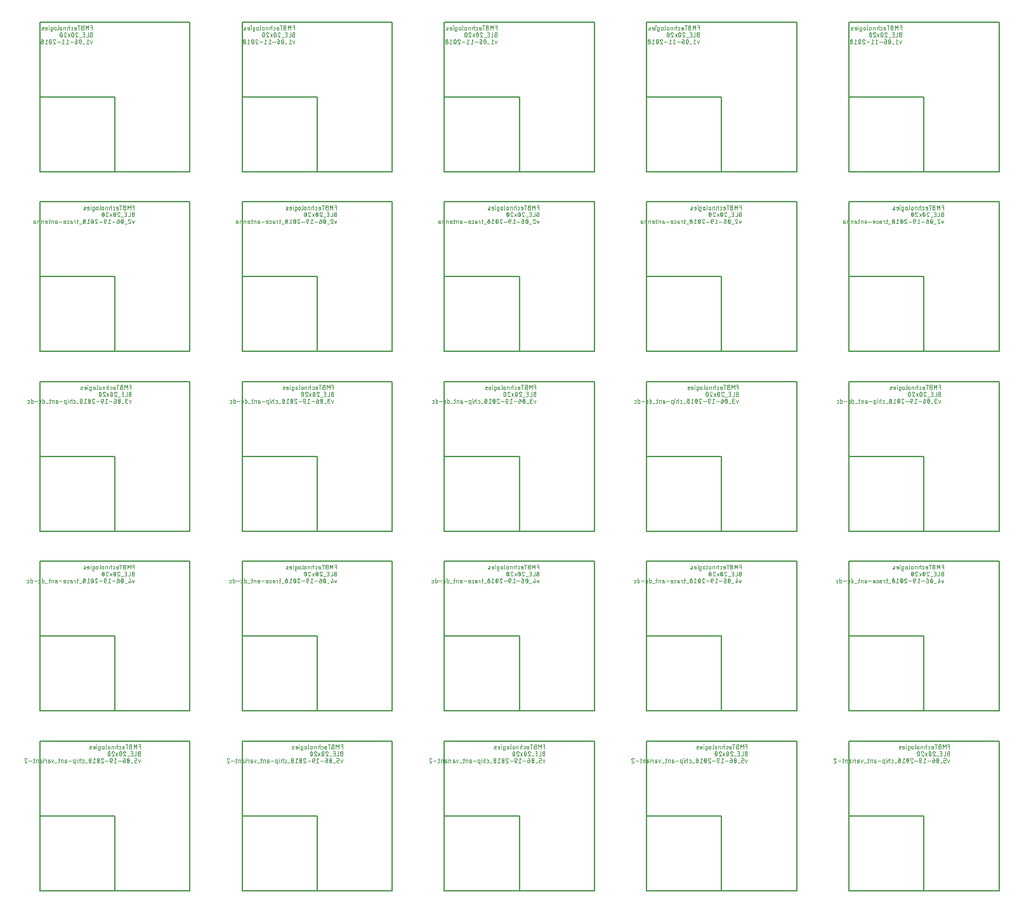
<source format=gbr>
G04 EAGLE Gerber X2 export*
%TF.Part,Single*%
%TF.FileFunction,Legend,Bot,1*%
%TF.FilePolarity,Positive*%
%TF.GenerationSoftware,Autodesk,EAGLE,9.0.0*%
%TF.CreationDate,2018-06-20T06:24:19Z*%
G75*
%MOMM*%
%FSLAX34Y34*%
%LPD*%
%AMOC8*
5,1,8,0,0,1.08239X$1,22.5*%
G01*
%ADD10C,0.050800*%
%ADD11C,0.152400*%


D10*
X69746Y189542D02*
X69746Y195130D01*
X67262Y195130D01*
X67262Y192646D02*
X69746Y192646D01*
X64947Y195130D02*
X64947Y189542D01*
X63084Y192026D02*
X64947Y195130D01*
X63084Y192026D02*
X61222Y195130D01*
X61222Y189542D01*
X58336Y192646D02*
X56783Y192646D01*
X56706Y192644D01*
X56628Y192638D01*
X56552Y192629D01*
X56475Y192615D01*
X56400Y192598D01*
X56326Y192577D01*
X56252Y192552D01*
X56180Y192524D01*
X56110Y192492D01*
X56041Y192457D01*
X55974Y192418D01*
X55909Y192376D01*
X55846Y192331D01*
X55785Y192283D01*
X55727Y192232D01*
X55672Y192178D01*
X55619Y192121D01*
X55570Y192062D01*
X55523Y192000D01*
X55479Y191936D01*
X55439Y191870D01*
X55402Y191802D01*
X55368Y191732D01*
X55338Y191661D01*
X55312Y191588D01*
X55289Y191514D01*
X55270Y191439D01*
X55255Y191364D01*
X55243Y191287D01*
X55235Y191210D01*
X55231Y191133D01*
X55231Y191055D01*
X55235Y190978D01*
X55243Y190901D01*
X55255Y190824D01*
X55270Y190749D01*
X55289Y190674D01*
X55312Y190600D01*
X55338Y190527D01*
X55368Y190456D01*
X55402Y190386D01*
X55439Y190318D01*
X55479Y190252D01*
X55523Y190188D01*
X55570Y190126D01*
X55619Y190067D01*
X55672Y190010D01*
X55727Y189956D01*
X55785Y189905D01*
X55846Y189857D01*
X55909Y189812D01*
X55974Y189770D01*
X56041Y189731D01*
X56110Y189696D01*
X56180Y189664D01*
X56252Y189636D01*
X56326Y189611D01*
X56400Y189590D01*
X56475Y189573D01*
X56552Y189559D01*
X56628Y189550D01*
X56706Y189544D01*
X56783Y189542D01*
X58336Y189542D01*
X58336Y195130D01*
X56783Y195130D01*
X56713Y195128D01*
X56644Y195122D01*
X56575Y195112D01*
X56507Y195099D01*
X56439Y195081D01*
X56373Y195060D01*
X56308Y195035D01*
X56244Y195007D01*
X56182Y194975D01*
X56122Y194940D01*
X56064Y194901D01*
X56009Y194859D01*
X55955Y194814D01*
X55905Y194766D01*
X55857Y194716D01*
X55812Y194662D01*
X55770Y194607D01*
X55731Y194549D01*
X55696Y194489D01*
X55664Y194427D01*
X55636Y194363D01*
X55611Y194298D01*
X55590Y194232D01*
X55572Y194164D01*
X55559Y194096D01*
X55549Y194027D01*
X55543Y193958D01*
X55541Y193888D01*
X55543Y193818D01*
X55549Y193749D01*
X55559Y193680D01*
X55572Y193612D01*
X55590Y193544D01*
X55611Y193478D01*
X55636Y193413D01*
X55664Y193349D01*
X55696Y193287D01*
X55731Y193227D01*
X55770Y193169D01*
X55812Y193114D01*
X55857Y193060D01*
X55905Y193010D01*
X55955Y192962D01*
X56009Y192917D01*
X56064Y192875D01*
X56122Y192836D01*
X56182Y192801D01*
X56244Y192769D01*
X56308Y192741D01*
X56373Y192716D01*
X56439Y192695D01*
X56507Y192677D01*
X56575Y192664D01*
X56644Y192654D01*
X56713Y192648D01*
X56783Y192646D01*
X51929Y195130D02*
X51929Y189542D01*
X53481Y195130D02*
X50376Y195130D01*
X47484Y189542D02*
X45932Y189542D01*
X47484Y189542D02*
X47542Y189544D01*
X47601Y189549D01*
X47658Y189558D01*
X47716Y189571D01*
X47772Y189588D01*
X47827Y189607D01*
X47880Y189631D01*
X47933Y189657D01*
X47983Y189687D01*
X48031Y189720D01*
X48077Y189756D01*
X48121Y189794D01*
X48163Y189836D01*
X48201Y189880D01*
X48237Y189926D01*
X48270Y189974D01*
X48300Y190024D01*
X48326Y190077D01*
X48350Y190130D01*
X48369Y190185D01*
X48386Y190241D01*
X48399Y190299D01*
X48408Y190356D01*
X48413Y190415D01*
X48415Y190473D01*
X48416Y190473D02*
X48416Y192026D01*
X48414Y192096D01*
X48408Y192165D01*
X48398Y192234D01*
X48385Y192302D01*
X48367Y192370D01*
X48346Y192436D01*
X48321Y192501D01*
X48293Y192565D01*
X48261Y192627D01*
X48226Y192687D01*
X48187Y192745D01*
X48145Y192800D01*
X48100Y192854D01*
X48052Y192904D01*
X48002Y192952D01*
X47948Y192997D01*
X47893Y193039D01*
X47835Y193078D01*
X47775Y193113D01*
X47713Y193145D01*
X47649Y193173D01*
X47584Y193198D01*
X47518Y193219D01*
X47450Y193237D01*
X47382Y193250D01*
X47313Y193260D01*
X47244Y193266D01*
X47174Y193268D01*
X47104Y193266D01*
X47035Y193260D01*
X46966Y193250D01*
X46898Y193237D01*
X46830Y193219D01*
X46764Y193198D01*
X46699Y193173D01*
X46635Y193145D01*
X46573Y193113D01*
X46513Y193078D01*
X46455Y193039D01*
X46400Y192997D01*
X46346Y192952D01*
X46296Y192904D01*
X46248Y192854D01*
X46203Y192800D01*
X46161Y192745D01*
X46122Y192687D01*
X46087Y192627D01*
X46055Y192565D01*
X46027Y192501D01*
X46002Y192436D01*
X45981Y192370D01*
X45963Y192302D01*
X45950Y192234D01*
X45940Y192165D01*
X45934Y192096D01*
X45932Y192026D01*
X45932Y191405D01*
X48416Y191405D01*
X42723Y189542D02*
X41481Y189542D01*
X42723Y189542D02*
X42781Y189544D01*
X42840Y189549D01*
X42897Y189558D01*
X42955Y189571D01*
X43011Y189588D01*
X43066Y189607D01*
X43119Y189631D01*
X43172Y189657D01*
X43222Y189687D01*
X43270Y189720D01*
X43316Y189756D01*
X43360Y189794D01*
X43402Y189836D01*
X43440Y189880D01*
X43476Y189926D01*
X43509Y189974D01*
X43539Y190024D01*
X43565Y190077D01*
X43589Y190130D01*
X43608Y190185D01*
X43625Y190241D01*
X43638Y190299D01*
X43647Y190356D01*
X43652Y190415D01*
X43654Y190473D01*
X43654Y192336D01*
X43652Y192394D01*
X43647Y192453D01*
X43638Y192510D01*
X43625Y192568D01*
X43608Y192624D01*
X43589Y192679D01*
X43565Y192732D01*
X43539Y192785D01*
X43509Y192835D01*
X43476Y192883D01*
X43440Y192929D01*
X43402Y192973D01*
X43360Y193015D01*
X43316Y193053D01*
X43270Y193089D01*
X43222Y193122D01*
X43172Y193152D01*
X43119Y193178D01*
X43066Y193202D01*
X43011Y193221D01*
X42955Y193238D01*
X42897Y193251D01*
X42840Y193260D01*
X42781Y193265D01*
X42723Y193267D01*
X41481Y193267D01*
X39272Y195130D02*
X39272Y189542D01*
X39272Y193267D02*
X37719Y193267D01*
X37661Y193265D01*
X37602Y193260D01*
X37545Y193251D01*
X37487Y193238D01*
X37431Y193221D01*
X37376Y193202D01*
X37323Y193178D01*
X37270Y193152D01*
X37220Y193122D01*
X37172Y193089D01*
X37126Y193053D01*
X37082Y193015D01*
X37040Y192973D01*
X37002Y192929D01*
X36966Y192883D01*
X36933Y192835D01*
X36903Y192785D01*
X36877Y192732D01*
X36853Y192679D01*
X36834Y192624D01*
X36817Y192568D01*
X36804Y192510D01*
X36795Y192453D01*
X36790Y192394D01*
X36788Y192336D01*
X36788Y189542D01*
X34151Y189542D02*
X34151Y193267D01*
X32599Y193267D01*
X32541Y193265D01*
X32482Y193260D01*
X32425Y193251D01*
X32367Y193238D01*
X32311Y193221D01*
X32256Y193202D01*
X32203Y193178D01*
X32150Y193152D01*
X32100Y193122D01*
X32052Y193089D01*
X32006Y193053D01*
X31962Y193015D01*
X31920Y192973D01*
X31882Y192929D01*
X31846Y192883D01*
X31813Y192835D01*
X31783Y192785D01*
X31757Y192732D01*
X31733Y192679D01*
X31714Y192624D01*
X31697Y192568D01*
X31684Y192510D01*
X31675Y192453D01*
X31670Y192394D01*
X31668Y192336D01*
X31668Y189542D01*
X29213Y190784D02*
X29213Y192026D01*
X29214Y192026D02*
X29212Y192096D01*
X29206Y192165D01*
X29196Y192234D01*
X29183Y192302D01*
X29165Y192370D01*
X29144Y192436D01*
X29119Y192501D01*
X29091Y192565D01*
X29059Y192627D01*
X29024Y192687D01*
X28985Y192745D01*
X28943Y192800D01*
X28898Y192854D01*
X28850Y192904D01*
X28800Y192952D01*
X28746Y192997D01*
X28691Y193039D01*
X28633Y193078D01*
X28573Y193113D01*
X28511Y193145D01*
X28447Y193173D01*
X28382Y193198D01*
X28316Y193219D01*
X28248Y193237D01*
X28180Y193250D01*
X28111Y193260D01*
X28042Y193266D01*
X27972Y193268D01*
X27902Y193266D01*
X27833Y193260D01*
X27764Y193250D01*
X27696Y193237D01*
X27628Y193219D01*
X27562Y193198D01*
X27497Y193173D01*
X27433Y193145D01*
X27371Y193113D01*
X27311Y193078D01*
X27253Y193039D01*
X27198Y192997D01*
X27144Y192952D01*
X27094Y192904D01*
X27046Y192854D01*
X27001Y192800D01*
X26959Y192745D01*
X26920Y192687D01*
X26885Y192627D01*
X26853Y192565D01*
X26825Y192501D01*
X26800Y192436D01*
X26779Y192370D01*
X26761Y192302D01*
X26748Y192234D01*
X26738Y192165D01*
X26732Y192096D01*
X26730Y192026D01*
X26730Y190784D01*
X26732Y190714D01*
X26738Y190645D01*
X26748Y190576D01*
X26761Y190508D01*
X26779Y190440D01*
X26800Y190374D01*
X26825Y190309D01*
X26853Y190245D01*
X26885Y190183D01*
X26920Y190123D01*
X26959Y190065D01*
X27001Y190010D01*
X27046Y189956D01*
X27094Y189906D01*
X27144Y189858D01*
X27198Y189813D01*
X27253Y189771D01*
X27311Y189732D01*
X27371Y189697D01*
X27433Y189665D01*
X27497Y189637D01*
X27562Y189612D01*
X27628Y189591D01*
X27696Y189573D01*
X27764Y189560D01*
X27833Y189550D01*
X27902Y189544D01*
X27972Y189542D01*
X28042Y189544D01*
X28111Y189550D01*
X28180Y189560D01*
X28248Y189573D01*
X28316Y189591D01*
X28382Y189612D01*
X28447Y189637D01*
X28511Y189665D01*
X28573Y189697D01*
X28633Y189732D01*
X28691Y189771D01*
X28746Y189813D01*
X28800Y189858D01*
X28850Y189906D01*
X28898Y189956D01*
X28943Y190010D01*
X28985Y190065D01*
X29024Y190123D01*
X29059Y190183D01*
X29091Y190245D01*
X29119Y190309D01*
X29144Y190374D01*
X29165Y190440D01*
X29183Y190508D01*
X29196Y190576D01*
X29206Y190645D01*
X29212Y190714D01*
X29214Y190784D01*
X24389Y190473D02*
X24389Y195130D01*
X24389Y190473D02*
X24387Y190415D01*
X24382Y190356D01*
X24373Y190299D01*
X24360Y190241D01*
X24343Y190185D01*
X24324Y190130D01*
X24300Y190077D01*
X24274Y190024D01*
X24244Y189974D01*
X24211Y189926D01*
X24175Y189880D01*
X24137Y189836D01*
X24095Y189794D01*
X24051Y189756D01*
X24005Y189720D01*
X23957Y189687D01*
X23907Y189657D01*
X23854Y189631D01*
X23801Y189607D01*
X23746Y189588D01*
X23690Y189571D01*
X23632Y189558D01*
X23575Y189549D01*
X23516Y189544D01*
X23458Y189542D01*
X21532Y190784D02*
X21532Y192026D01*
X21533Y192026D02*
X21531Y192096D01*
X21525Y192165D01*
X21515Y192234D01*
X21502Y192302D01*
X21484Y192370D01*
X21463Y192436D01*
X21438Y192501D01*
X21410Y192565D01*
X21378Y192627D01*
X21343Y192687D01*
X21304Y192745D01*
X21262Y192800D01*
X21217Y192854D01*
X21169Y192904D01*
X21119Y192952D01*
X21065Y192997D01*
X21010Y193039D01*
X20952Y193078D01*
X20892Y193113D01*
X20830Y193145D01*
X20766Y193173D01*
X20701Y193198D01*
X20635Y193219D01*
X20567Y193237D01*
X20499Y193250D01*
X20430Y193260D01*
X20361Y193266D01*
X20291Y193268D01*
X20221Y193266D01*
X20152Y193260D01*
X20083Y193250D01*
X20015Y193237D01*
X19947Y193219D01*
X19881Y193198D01*
X19816Y193173D01*
X19752Y193145D01*
X19690Y193113D01*
X19630Y193078D01*
X19572Y193039D01*
X19517Y192997D01*
X19463Y192952D01*
X19413Y192904D01*
X19365Y192854D01*
X19320Y192800D01*
X19278Y192745D01*
X19239Y192687D01*
X19204Y192627D01*
X19172Y192565D01*
X19144Y192501D01*
X19119Y192436D01*
X19098Y192370D01*
X19080Y192302D01*
X19067Y192234D01*
X19057Y192165D01*
X19051Y192096D01*
X19049Y192026D01*
X19049Y190784D01*
X19051Y190714D01*
X19057Y190645D01*
X19067Y190576D01*
X19080Y190508D01*
X19098Y190440D01*
X19119Y190374D01*
X19144Y190309D01*
X19172Y190245D01*
X19204Y190183D01*
X19239Y190123D01*
X19278Y190065D01*
X19320Y190010D01*
X19365Y189956D01*
X19413Y189906D01*
X19463Y189858D01*
X19517Y189813D01*
X19572Y189771D01*
X19630Y189732D01*
X19690Y189697D01*
X19752Y189665D01*
X19816Y189637D01*
X19881Y189612D01*
X19947Y189591D01*
X20015Y189573D01*
X20083Y189560D01*
X20152Y189550D01*
X20221Y189544D01*
X20291Y189542D01*
X20361Y189544D01*
X20430Y189550D01*
X20499Y189560D01*
X20567Y189573D01*
X20635Y189591D01*
X20701Y189612D01*
X20766Y189637D01*
X20830Y189665D01*
X20892Y189697D01*
X20952Y189732D01*
X21010Y189771D01*
X21065Y189813D01*
X21119Y189858D01*
X21169Y189906D01*
X21217Y189956D01*
X21262Y190010D01*
X21304Y190065D01*
X21343Y190123D01*
X21378Y190183D01*
X21410Y190245D01*
X21438Y190309D01*
X21463Y190374D01*
X21484Y190440D01*
X21502Y190508D01*
X21515Y190576D01*
X21525Y190645D01*
X21531Y190714D01*
X21533Y190784D01*
X15875Y189542D02*
X14323Y189542D01*
X15875Y189542D02*
X15933Y189544D01*
X15992Y189549D01*
X16049Y189558D01*
X16107Y189571D01*
X16163Y189588D01*
X16218Y189607D01*
X16271Y189631D01*
X16324Y189657D01*
X16374Y189687D01*
X16422Y189720D01*
X16468Y189756D01*
X16512Y189794D01*
X16554Y189836D01*
X16592Y189880D01*
X16628Y189926D01*
X16661Y189974D01*
X16691Y190024D01*
X16717Y190077D01*
X16741Y190130D01*
X16760Y190185D01*
X16777Y190241D01*
X16790Y190299D01*
X16799Y190356D01*
X16804Y190415D01*
X16806Y190473D01*
X16806Y192336D01*
X16804Y192394D01*
X16799Y192453D01*
X16790Y192510D01*
X16777Y192568D01*
X16760Y192624D01*
X16741Y192679D01*
X16717Y192732D01*
X16691Y192785D01*
X16661Y192835D01*
X16628Y192883D01*
X16592Y192929D01*
X16554Y192973D01*
X16512Y193015D01*
X16468Y193053D01*
X16422Y193089D01*
X16374Y193122D01*
X16324Y193152D01*
X16271Y193178D01*
X16218Y193202D01*
X16163Y193221D01*
X16107Y193238D01*
X16049Y193251D01*
X15992Y193260D01*
X15933Y193265D01*
X15875Y193267D01*
X14323Y193267D01*
X14323Y188611D01*
X14325Y188550D01*
X14331Y188489D01*
X14341Y188429D01*
X14355Y188370D01*
X14372Y188312D01*
X14394Y188255D01*
X14419Y188199D01*
X14448Y188146D01*
X14480Y188094D01*
X14515Y188044D01*
X14554Y187997D01*
X14596Y187953D01*
X14640Y187911D01*
X14687Y187872D01*
X14737Y187837D01*
X14788Y187805D01*
X14842Y187776D01*
X14898Y187751D01*
X14955Y187729D01*
X15013Y187712D01*
X15072Y187698D01*
X15132Y187688D01*
X15193Y187682D01*
X15254Y187680D01*
X15254Y187679D02*
X16496Y187679D01*
X11878Y189542D02*
X11878Y193267D01*
X12033Y194820D02*
X12033Y195130D01*
X11723Y195130D01*
X11723Y194820D01*
X12033Y194820D01*
X8714Y189542D02*
X7162Y189542D01*
X8714Y189542D02*
X8772Y189544D01*
X8831Y189549D01*
X8888Y189558D01*
X8946Y189571D01*
X9002Y189588D01*
X9057Y189607D01*
X9110Y189631D01*
X9163Y189657D01*
X9213Y189687D01*
X9261Y189720D01*
X9307Y189756D01*
X9351Y189794D01*
X9393Y189836D01*
X9431Y189880D01*
X9467Y189926D01*
X9500Y189974D01*
X9530Y190024D01*
X9556Y190077D01*
X9580Y190130D01*
X9599Y190185D01*
X9616Y190241D01*
X9629Y190299D01*
X9638Y190356D01*
X9643Y190415D01*
X9645Y190473D01*
X9645Y192026D01*
X9646Y192026D02*
X9644Y192096D01*
X9638Y192165D01*
X9628Y192234D01*
X9615Y192302D01*
X9597Y192370D01*
X9576Y192436D01*
X9551Y192501D01*
X9523Y192565D01*
X9491Y192627D01*
X9456Y192687D01*
X9417Y192745D01*
X9375Y192800D01*
X9330Y192854D01*
X9282Y192904D01*
X9232Y192952D01*
X9178Y192997D01*
X9123Y193039D01*
X9065Y193078D01*
X9005Y193113D01*
X8943Y193145D01*
X8879Y193173D01*
X8814Y193198D01*
X8748Y193219D01*
X8680Y193237D01*
X8612Y193250D01*
X8543Y193260D01*
X8474Y193266D01*
X8404Y193268D01*
X8334Y193266D01*
X8265Y193260D01*
X8196Y193250D01*
X8128Y193237D01*
X8060Y193219D01*
X7994Y193198D01*
X7929Y193173D01*
X7865Y193145D01*
X7803Y193113D01*
X7743Y193078D01*
X7685Y193039D01*
X7630Y192997D01*
X7576Y192952D01*
X7526Y192904D01*
X7478Y192854D01*
X7433Y192800D01*
X7391Y192745D01*
X7352Y192687D01*
X7317Y192627D01*
X7285Y192565D01*
X7257Y192501D01*
X7232Y192436D01*
X7211Y192370D01*
X7193Y192302D01*
X7180Y192234D01*
X7170Y192165D01*
X7164Y192096D01*
X7162Y192026D01*
X7162Y191405D01*
X9645Y191405D01*
X4425Y191715D02*
X2873Y191094D01*
X4425Y191715D02*
X4476Y191737D01*
X4525Y191763D01*
X4573Y191792D01*
X4618Y191825D01*
X4661Y191861D01*
X4702Y191899D01*
X4739Y191941D01*
X4774Y191984D01*
X4806Y192030D01*
X4834Y192079D01*
X4859Y192129D01*
X4880Y192180D01*
X4898Y192233D01*
X4912Y192287D01*
X4922Y192342D01*
X4928Y192398D01*
X4931Y192453D01*
X4930Y192509D01*
X4924Y192565D01*
X4915Y192620D01*
X4903Y192674D01*
X4886Y192728D01*
X4866Y192780D01*
X4842Y192830D01*
X4815Y192879D01*
X4784Y192926D01*
X4750Y192970D01*
X4714Y193012D01*
X4674Y193052D01*
X4632Y193088D01*
X4587Y193122D01*
X4540Y193152D01*
X4492Y193179D01*
X4441Y193203D01*
X4389Y193223D01*
X4335Y193239D01*
X4281Y193252D01*
X4226Y193261D01*
X4170Y193266D01*
X4114Y193267D01*
X4115Y193268D02*
X4004Y193264D01*
X3893Y193258D01*
X3783Y193247D01*
X3673Y193233D01*
X3563Y193216D01*
X3454Y193196D01*
X3346Y193172D01*
X3239Y193144D01*
X3132Y193113D01*
X3027Y193079D01*
X2922Y193042D01*
X2819Y193001D01*
X2717Y192957D01*
X2873Y191094D02*
X2822Y191072D01*
X2773Y191046D01*
X2725Y191017D01*
X2680Y190984D01*
X2637Y190948D01*
X2596Y190910D01*
X2559Y190868D01*
X2524Y190825D01*
X2492Y190779D01*
X2464Y190730D01*
X2439Y190680D01*
X2418Y190629D01*
X2400Y190576D01*
X2386Y190522D01*
X2376Y190467D01*
X2370Y190411D01*
X2367Y190356D01*
X2368Y190300D01*
X2374Y190244D01*
X2383Y190189D01*
X2395Y190135D01*
X2412Y190081D01*
X2432Y190029D01*
X2456Y189979D01*
X2483Y189930D01*
X2514Y189883D01*
X2548Y189839D01*
X2584Y189797D01*
X2624Y189757D01*
X2666Y189721D01*
X2711Y189687D01*
X2758Y189657D01*
X2806Y189630D01*
X2857Y189606D01*
X2909Y189586D01*
X2963Y189570D01*
X3017Y189557D01*
X3072Y189548D01*
X3128Y189543D01*
X3184Y189542D01*
X3183Y189542D02*
X3317Y189545D01*
X3451Y189552D01*
X3585Y189563D01*
X3718Y189576D01*
X3851Y189594D01*
X3984Y189614D01*
X4116Y189638D01*
X4247Y189666D01*
X4378Y189696D01*
X4507Y189730D01*
X4636Y189768D01*
X4764Y189808D01*
X4891Y189852D01*
X68194Y183502D02*
X69746Y183502D01*
X68194Y183502D02*
X68117Y183500D01*
X68039Y183494D01*
X67963Y183485D01*
X67886Y183471D01*
X67811Y183454D01*
X67737Y183433D01*
X67663Y183408D01*
X67591Y183380D01*
X67521Y183348D01*
X67452Y183313D01*
X67385Y183274D01*
X67320Y183232D01*
X67257Y183187D01*
X67196Y183139D01*
X67138Y183088D01*
X67083Y183034D01*
X67030Y182977D01*
X66981Y182918D01*
X66934Y182856D01*
X66890Y182792D01*
X66850Y182726D01*
X66813Y182658D01*
X66779Y182588D01*
X66749Y182517D01*
X66723Y182444D01*
X66700Y182370D01*
X66681Y182295D01*
X66666Y182220D01*
X66654Y182143D01*
X66646Y182066D01*
X66642Y181989D01*
X66642Y181911D01*
X66646Y181834D01*
X66654Y181757D01*
X66666Y181680D01*
X66681Y181605D01*
X66700Y181530D01*
X66723Y181456D01*
X66749Y181383D01*
X66779Y181312D01*
X66813Y181242D01*
X66850Y181174D01*
X66890Y181108D01*
X66934Y181044D01*
X66981Y180982D01*
X67030Y180923D01*
X67083Y180866D01*
X67138Y180812D01*
X67196Y180761D01*
X67257Y180713D01*
X67320Y180668D01*
X67385Y180626D01*
X67452Y180587D01*
X67521Y180552D01*
X67591Y180520D01*
X67663Y180492D01*
X67737Y180467D01*
X67811Y180446D01*
X67886Y180429D01*
X67963Y180415D01*
X68039Y180406D01*
X68117Y180400D01*
X68194Y180398D01*
X69746Y180398D01*
X69746Y185986D01*
X68194Y185986D01*
X68124Y185984D01*
X68055Y185978D01*
X67986Y185968D01*
X67918Y185955D01*
X67850Y185937D01*
X67784Y185916D01*
X67719Y185891D01*
X67655Y185863D01*
X67593Y185831D01*
X67533Y185796D01*
X67475Y185757D01*
X67420Y185715D01*
X67366Y185670D01*
X67316Y185622D01*
X67268Y185572D01*
X67223Y185518D01*
X67181Y185463D01*
X67142Y185405D01*
X67107Y185345D01*
X67075Y185283D01*
X67047Y185219D01*
X67022Y185154D01*
X67001Y185088D01*
X66983Y185020D01*
X66970Y184952D01*
X66960Y184883D01*
X66954Y184814D01*
X66952Y184744D01*
X66954Y184674D01*
X66960Y184605D01*
X66970Y184536D01*
X66983Y184468D01*
X67001Y184400D01*
X67022Y184334D01*
X67047Y184269D01*
X67075Y184205D01*
X67107Y184143D01*
X67142Y184083D01*
X67181Y184025D01*
X67223Y183970D01*
X67268Y183916D01*
X67316Y183866D01*
X67366Y183818D01*
X67420Y183773D01*
X67475Y183731D01*
X67533Y183692D01*
X67593Y183657D01*
X67655Y183625D01*
X67719Y183597D01*
X67784Y183572D01*
X67850Y183551D01*
X67918Y183533D01*
X67986Y183520D01*
X68055Y183510D01*
X68124Y183504D01*
X68194Y183502D01*
X64332Y185986D02*
X64332Y180398D01*
X61848Y180398D01*
X59577Y180398D02*
X57093Y180398D01*
X59577Y180398D02*
X59577Y185986D01*
X57093Y185986D01*
X57714Y183502D02*
X59577Y183502D01*
X55254Y179777D02*
X52771Y179777D01*
X47522Y184589D02*
X47524Y184662D01*
X47530Y184735D01*
X47539Y184808D01*
X47553Y184879D01*
X47570Y184951D01*
X47590Y185021D01*
X47615Y185090D01*
X47643Y185157D01*
X47674Y185223D01*
X47709Y185288D01*
X47747Y185350D01*
X47789Y185410D01*
X47833Y185468D01*
X47881Y185524D01*
X47931Y185577D01*
X47984Y185627D01*
X48040Y185675D01*
X48098Y185719D01*
X48158Y185761D01*
X48221Y185799D01*
X48285Y185834D01*
X48351Y185865D01*
X48418Y185893D01*
X48487Y185918D01*
X48557Y185938D01*
X48629Y185955D01*
X48700Y185969D01*
X48773Y185978D01*
X48846Y185984D01*
X48919Y185986D01*
X49003Y185984D01*
X49086Y185978D01*
X49169Y185969D01*
X49251Y185955D01*
X49333Y185938D01*
X49414Y185916D01*
X49494Y185891D01*
X49572Y185863D01*
X49650Y185831D01*
X49725Y185795D01*
X49799Y185756D01*
X49871Y185713D01*
X49941Y185667D01*
X50008Y185618D01*
X50074Y185565D01*
X50136Y185510D01*
X50196Y185452D01*
X50254Y185391D01*
X50308Y185328D01*
X50360Y185262D01*
X50408Y185194D01*
X50453Y185123D01*
X50495Y185051D01*
X50533Y184976D01*
X50568Y184900D01*
X50599Y184823D01*
X50627Y184744D01*
X47989Y183503D02*
X47935Y183556D01*
X47884Y183613D01*
X47836Y183672D01*
X47791Y183733D01*
X47750Y183796D01*
X47711Y183862D01*
X47676Y183929D01*
X47644Y183998D01*
X47616Y184069D01*
X47592Y184140D01*
X47571Y184213D01*
X47554Y184287D01*
X47540Y184362D01*
X47531Y184437D01*
X47525Y184513D01*
X47523Y184589D01*
X47988Y183502D02*
X50627Y180398D01*
X47522Y180398D01*
X45140Y183192D02*
X45138Y183323D01*
X45133Y183453D01*
X45123Y183583D01*
X45110Y183713D01*
X45094Y183843D01*
X45074Y183972D01*
X45050Y184100D01*
X45022Y184227D01*
X44991Y184354D01*
X44956Y184480D01*
X44918Y184605D01*
X44876Y184729D01*
X44831Y184851D01*
X44782Y184972D01*
X44730Y185092D01*
X44674Y185210D01*
X44675Y185210D02*
X44652Y185270D01*
X44626Y185330D01*
X44597Y185387D01*
X44564Y185443D01*
X44528Y185497D01*
X44490Y185549D01*
X44448Y185599D01*
X44404Y185646D01*
X44357Y185691D01*
X44307Y185733D01*
X44256Y185772D01*
X44202Y185808D01*
X44146Y185841D01*
X44089Y185871D01*
X44030Y185898D01*
X43969Y185921D01*
X43908Y185941D01*
X43845Y185957D01*
X43781Y185970D01*
X43717Y185979D01*
X43653Y185984D01*
X43588Y185986D01*
X43523Y185984D01*
X43459Y185979D01*
X43395Y185970D01*
X43331Y185957D01*
X43268Y185941D01*
X43207Y185921D01*
X43146Y185898D01*
X43087Y185871D01*
X43030Y185841D01*
X42974Y185808D01*
X42920Y185772D01*
X42869Y185733D01*
X42819Y185691D01*
X42772Y185646D01*
X42728Y185599D01*
X42686Y185549D01*
X42648Y185497D01*
X42612Y185443D01*
X42579Y185387D01*
X42550Y185330D01*
X42524Y185270D01*
X42501Y185210D01*
X42502Y185210D02*
X42446Y185092D01*
X42394Y184972D01*
X42345Y184851D01*
X42300Y184729D01*
X42258Y184605D01*
X42220Y184480D01*
X42185Y184354D01*
X42154Y184228D01*
X42126Y184100D01*
X42102Y183972D01*
X42082Y183843D01*
X42066Y183713D01*
X42053Y183583D01*
X42043Y183453D01*
X42038Y183323D01*
X42036Y183192D01*
X45140Y183192D02*
X45138Y183061D01*
X45133Y182931D01*
X45123Y182801D01*
X45110Y182671D01*
X45094Y182541D01*
X45074Y182413D01*
X45050Y182284D01*
X45022Y182157D01*
X44991Y182030D01*
X44956Y181904D01*
X44918Y181779D01*
X44876Y181656D01*
X44831Y181533D01*
X44782Y181412D01*
X44730Y181292D01*
X44674Y181174D01*
X44675Y181174D02*
X44652Y181114D01*
X44626Y181054D01*
X44597Y180997D01*
X44564Y180941D01*
X44528Y180887D01*
X44490Y180835D01*
X44448Y180785D01*
X44404Y180738D01*
X44357Y180693D01*
X44307Y180651D01*
X44256Y180612D01*
X44202Y180576D01*
X44146Y180543D01*
X44089Y180513D01*
X44030Y180486D01*
X43969Y180463D01*
X43908Y180443D01*
X43845Y180427D01*
X43781Y180414D01*
X43717Y180405D01*
X43653Y180400D01*
X43588Y180398D01*
X42502Y181174D02*
X42446Y181292D01*
X42394Y181412D01*
X42345Y181533D01*
X42300Y181655D01*
X42258Y181779D01*
X42220Y181904D01*
X42185Y182030D01*
X42154Y182156D01*
X42126Y182284D01*
X42102Y182412D01*
X42082Y182541D01*
X42066Y182671D01*
X42053Y182801D01*
X42043Y182931D01*
X42038Y183061D01*
X42036Y183192D01*
X42501Y181174D02*
X42524Y181114D01*
X42550Y181054D01*
X42579Y180997D01*
X42612Y180941D01*
X42648Y180887D01*
X42686Y180835D01*
X42728Y180785D01*
X42772Y180738D01*
X42819Y180693D01*
X42869Y180651D01*
X42920Y180612D01*
X42974Y180576D01*
X43030Y180543D01*
X43087Y180513D01*
X43146Y180486D01*
X43207Y180463D01*
X43268Y180443D01*
X43331Y180427D01*
X43395Y180414D01*
X43459Y180405D01*
X43523Y180400D01*
X43588Y180398D01*
X44830Y181640D02*
X42346Y184744D01*
X37409Y184123D02*
X39892Y180398D01*
X37409Y180398D02*
X39892Y184123D01*
X33558Y185986D02*
X33485Y185984D01*
X33412Y185978D01*
X33339Y185969D01*
X33268Y185955D01*
X33196Y185938D01*
X33126Y185918D01*
X33057Y185893D01*
X32990Y185865D01*
X32924Y185834D01*
X32860Y185799D01*
X32797Y185761D01*
X32737Y185719D01*
X32679Y185675D01*
X32623Y185627D01*
X32570Y185577D01*
X32520Y185524D01*
X32472Y185468D01*
X32428Y185410D01*
X32386Y185350D01*
X32348Y185288D01*
X32313Y185223D01*
X32282Y185157D01*
X32254Y185090D01*
X32229Y185021D01*
X32209Y184951D01*
X32192Y184879D01*
X32178Y184808D01*
X32169Y184735D01*
X32163Y184662D01*
X32161Y184589D01*
X33558Y185986D02*
X33642Y185984D01*
X33725Y185978D01*
X33808Y185969D01*
X33890Y185955D01*
X33972Y185938D01*
X34053Y185916D01*
X34133Y185891D01*
X34211Y185863D01*
X34289Y185831D01*
X34364Y185795D01*
X34438Y185756D01*
X34510Y185713D01*
X34580Y185667D01*
X34647Y185618D01*
X34713Y185565D01*
X34775Y185510D01*
X34835Y185452D01*
X34893Y185391D01*
X34947Y185328D01*
X34999Y185262D01*
X35047Y185194D01*
X35092Y185123D01*
X35134Y185051D01*
X35172Y184976D01*
X35207Y184900D01*
X35238Y184823D01*
X35266Y184744D01*
X32627Y183503D02*
X32573Y183556D01*
X32522Y183613D01*
X32474Y183672D01*
X32429Y183733D01*
X32388Y183796D01*
X32349Y183862D01*
X32314Y183929D01*
X32282Y183998D01*
X32254Y184069D01*
X32230Y184140D01*
X32209Y184213D01*
X32192Y184287D01*
X32178Y184362D01*
X32169Y184437D01*
X32163Y184513D01*
X32161Y184589D01*
X32626Y183502D02*
X35265Y180398D01*
X32161Y180398D01*
X29779Y183192D02*
X29777Y183323D01*
X29772Y183453D01*
X29762Y183583D01*
X29749Y183713D01*
X29733Y183843D01*
X29713Y183972D01*
X29689Y184100D01*
X29661Y184227D01*
X29630Y184354D01*
X29595Y184480D01*
X29557Y184605D01*
X29515Y184729D01*
X29470Y184851D01*
X29421Y184972D01*
X29369Y185092D01*
X29313Y185210D01*
X29290Y185270D01*
X29264Y185330D01*
X29235Y185387D01*
X29202Y185443D01*
X29166Y185497D01*
X29128Y185549D01*
X29086Y185599D01*
X29042Y185646D01*
X28995Y185691D01*
X28945Y185733D01*
X28894Y185772D01*
X28840Y185808D01*
X28784Y185841D01*
X28727Y185871D01*
X28668Y185898D01*
X28607Y185921D01*
X28546Y185941D01*
X28483Y185957D01*
X28419Y185970D01*
X28355Y185979D01*
X28291Y185984D01*
X28226Y185986D01*
X28161Y185984D01*
X28097Y185979D01*
X28033Y185970D01*
X27969Y185957D01*
X27906Y185941D01*
X27845Y185921D01*
X27784Y185898D01*
X27725Y185871D01*
X27668Y185841D01*
X27612Y185808D01*
X27558Y185772D01*
X27507Y185733D01*
X27457Y185691D01*
X27410Y185646D01*
X27366Y185599D01*
X27324Y185549D01*
X27286Y185497D01*
X27250Y185443D01*
X27217Y185387D01*
X27188Y185330D01*
X27162Y185270D01*
X27139Y185210D01*
X27140Y185210D02*
X27084Y185092D01*
X27032Y184972D01*
X26983Y184851D01*
X26938Y184729D01*
X26896Y184605D01*
X26858Y184480D01*
X26823Y184354D01*
X26792Y184228D01*
X26764Y184100D01*
X26740Y183972D01*
X26720Y183843D01*
X26704Y183713D01*
X26691Y183583D01*
X26681Y183453D01*
X26676Y183323D01*
X26674Y183192D01*
X29778Y183192D02*
X29776Y183061D01*
X29771Y182931D01*
X29761Y182801D01*
X29748Y182671D01*
X29732Y182541D01*
X29712Y182413D01*
X29688Y182284D01*
X29660Y182157D01*
X29629Y182030D01*
X29594Y181904D01*
X29556Y181779D01*
X29514Y181656D01*
X29469Y181533D01*
X29420Y181412D01*
X29368Y181292D01*
X29312Y181174D01*
X29313Y181174D02*
X29290Y181114D01*
X29264Y181054D01*
X29235Y180997D01*
X29202Y180941D01*
X29166Y180887D01*
X29128Y180835D01*
X29086Y180785D01*
X29042Y180738D01*
X28995Y180693D01*
X28945Y180651D01*
X28894Y180612D01*
X28840Y180576D01*
X28784Y180543D01*
X28727Y180513D01*
X28668Y180486D01*
X28607Y180463D01*
X28546Y180443D01*
X28483Y180427D01*
X28419Y180414D01*
X28355Y180405D01*
X28291Y180400D01*
X28226Y180398D01*
X27140Y181174D02*
X27084Y181292D01*
X27032Y181412D01*
X26983Y181533D01*
X26938Y181655D01*
X26896Y181779D01*
X26858Y181904D01*
X26823Y182030D01*
X26792Y182156D01*
X26764Y182284D01*
X26740Y182412D01*
X26720Y182541D01*
X26704Y182671D01*
X26691Y182801D01*
X26681Y182931D01*
X26676Y183061D01*
X26674Y183192D01*
X27139Y181174D02*
X27162Y181114D01*
X27188Y181054D01*
X27217Y180997D01*
X27250Y180941D01*
X27286Y180887D01*
X27324Y180835D01*
X27366Y180785D01*
X27410Y180738D01*
X27457Y180693D01*
X27507Y180651D01*
X27558Y180612D01*
X27612Y180576D01*
X27668Y180543D01*
X27725Y180513D01*
X27784Y180486D01*
X27845Y180463D01*
X27906Y180443D01*
X27969Y180427D01*
X28033Y180414D01*
X28097Y180405D01*
X28161Y180400D01*
X28226Y180398D01*
X29468Y181640D02*
X26985Y184744D01*
X68504Y171254D02*
X69746Y174979D01*
X67262Y174979D02*
X68504Y171254D01*
X65119Y175600D02*
X63567Y176842D01*
X63567Y171254D01*
X65119Y171254D02*
X62014Y171254D01*
X59871Y170633D02*
X57387Y170633D01*
X55243Y174048D02*
X55241Y174179D01*
X55236Y174309D01*
X55226Y174439D01*
X55213Y174569D01*
X55197Y174699D01*
X55177Y174828D01*
X55153Y174956D01*
X55125Y175083D01*
X55094Y175210D01*
X55059Y175336D01*
X55021Y175461D01*
X54979Y175585D01*
X54934Y175707D01*
X54885Y175828D01*
X54833Y175948D01*
X54777Y176066D01*
X54778Y176066D02*
X54755Y176126D01*
X54729Y176186D01*
X54700Y176243D01*
X54667Y176299D01*
X54631Y176353D01*
X54593Y176405D01*
X54551Y176455D01*
X54507Y176502D01*
X54460Y176547D01*
X54410Y176589D01*
X54359Y176628D01*
X54305Y176664D01*
X54249Y176697D01*
X54192Y176727D01*
X54133Y176754D01*
X54072Y176777D01*
X54011Y176797D01*
X53948Y176813D01*
X53884Y176826D01*
X53820Y176835D01*
X53756Y176840D01*
X53691Y176842D01*
X53626Y176840D01*
X53562Y176835D01*
X53498Y176826D01*
X53434Y176813D01*
X53371Y176797D01*
X53310Y176777D01*
X53249Y176754D01*
X53190Y176727D01*
X53133Y176697D01*
X53077Y176664D01*
X53023Y176628D01*
X52972Y176589D01*
X52922Y176547D01*
X52875Y176502D01*
X52831Y176455D01*
X52789Y176405D01*
X52751Y176353D01*
X52715Y176299D01*
X52682Y176243D01*
X52653Y176186D01*
X52627Y176126D01*
X52604Y176066D01*
X52605Y176066D02*
X52549Y175948D01*
X52497Y175828D01*
X52448Y175707D01*
X52403Y175585D01*
X52361Y175461D01*
X52323Y175336D01*
X52288Y175210D01*
X52257Y175084D01*
X52229Y174956D01*
X52205Y174828D01*
X52185Y174699D01*
X52169Y174569D01*
X52156Y174439D01*
X52146Y174309D01*
X52141Y174179D01*
X52139Y174048D01*
X55243Y174048D02*
X55241Y173917D01*
X55236Y173787D01*
X55226Y173657D01*
X55213Y173527D01*
X55197Y173397D01*
X55177Y173269D01*
X55153Y173140D01*
X55125Y173013D01*
X55094Y172886D01*
X55059Y172760D01*
X55021Y172635D01*
X54979Y172512D01*
X54934Y172389D01*
X54885Y172268D01*
X54833Y172148D01*
X54777Y172030D01*
X54778Y172030D02*
X54755Y171970D01*
X54729Y171910D01*
X54700Y171853D01*
X54667Y171797D01*
X54631Y171743D01*
X54593Y171691D01*
X54551Y171641D01*
X54507Y171594D01*
X54460Y171549D01*
X54410Y171507D01*
X54359Y171468D01*
X54305Y171432D01*
X54249Y171399D01*
X54192Y171369D01*
X54133Y171342D01*
X54072Y171319D01*
X54011Y171299D01*
X53948Y171283D01*
X53884Y171270D01*
X53820Y171261D01*
X53756Y171256D01*
X53691Y171254D01*
X52605Y172030D02*
X52549Y172148D01*
X52497Y172268D01*
X52448Y172389D01*
X52403Y172511D01*
X52361Y172635D01*
X52323Y172760D01*
X52288Y172886D01*
X52257Y173012D01*
X52229Y173140D01*
X52205Y173268D01*
X52185Y173397D01*
X52169Y173527D01*
X52156Y173657D01*
X52146Y173787D01*
X52141Y173917D01*
X52139Y174048D01*
X52604Y172030D02*
X52627Y171970D01*
X52653Y171910D01*
X52682Y171853D01*
X52715Y171797D01*
X52751Y171743D01*
X52789Y171691D01*
X52831Y171641D01*
X52875Y171594D01*
X52922Y171549D01*
X52972Y171507D01*
X53023Y171468D01*
X53077Y171432D01*
X53133Y171399D01*
X53190Y171369D01*
X53249Y171342D01*
X53310Y171319D01*
X53371Y171299D01*
X53434Y171283D01*
X53498Y171270D01*
X53562Y171261D01*
X53626Y171256D01*
X53691Y171254D01*
X54933Y172496D02*
X52449Y175600D01*
X49757Y174358D02*
X47894Y174358D01*
X47894Y174359D02*
X47824Y174357D01*
X47755Y174351D01*
X47686Y174341D01*
X47618Y174328D01*
X47550Y174310D01*
X47484Y174289D01*
X47419Y174264D01*
X47355Y174236D01*
X47293Y174204D01*
X47233Y174169D01*
X47175Y174130D01*
X47120Y174088D01*
X47066Y174043D01*
X47016Y173995D01*
X46968Y173945D01*
X46923Y173891D01*
X46881Y173836D01*
X46842Y173778D01*
X46807Y173718D01*
X46775Y173656D01*
X46747Y173592D01*
X46722Y173527D01*
X46701Y173461D01*
X46683Y173393D01*
X46670Y173325D01*
X46660Y173256D01*
X46654Y173187D01*
X46652Y173117D01*
X46652Y172806D01*
X46653Y172806D02*
X46655Y172729D01*
X46661Y172651D01*
X46670Y172575D01*
X46684Y172498D01*
X46701Y172423D01*
X46722Y172349D01*
X46747Y172275D01*
X46775Y172203D01*
X46807Y172133D01*
X46842Y172064D01*
X46881Y171997D01*
X46923Y171932D01*
X46968Y171869D01*
X47016Y171808D01*
X47067Y171750D01*
X47121Y171695D01*
X47178Y171642D01*
X47237Y171593D01*
X47299Y171546D01*
X47363Y171502D01*
X47429Y171462D01*
X47497Y171425D01*
X47567Y171391D01*
X47638Y171361D01*
X47711Y171335D01*
X47785Y171312D01*
X47860Y171293D01*
X47935Y171278D01*
X48012Y171266D01*
X48089Y171258D01*
X48166Y171254D01*
X48244Y171254D01*
X48321Y171258D01*
X48398Y171266D01*
X48475Y171278D01*
X48550Y171293D01*
X48625Y171312D01*
X48699Y171335D01*
X48772Y171361D01*
X48843Y171391D01*
X48913Y171425D01*
X48981Y171462D01*
X49047Y171502D01*
X49111Y171546D01*
X49173Y171593D01*
X49232Y171642D01*
X49289Y171695D01*
X49343Y171750D01*
X49394Y171808D01*
X49442Y171869D01*
X49487Y171932D01*
X49529Y171997D01*
X49568Y172064D01*
X49603Y172133D01*
X49635Y172203D01*
X49663Y172275D01*
X49688Y172349D01*
X49709Y172423D01*
X49726Y172498D01*
X49740Y172575D01*
X49749Y172651D01*
X49755Y172729D01*
X49757Y172806D01*
X49757Y174358D01*
X49755Y174456D01*
X49749Y174553D01*
X49740Y174650D01*
X49726Y174747D01*
X49709Y174843D01*
X49688Y174938D01*
X49664Y175032D01*
X49635Y175126D01*
X49603Y175218D01*
X49568Y175309D01*
X49529Y175398D01*
X49486Y175486D01*
X49440Y175572D01*
X49391Y175656D01*
X49338Y175738D01*
X49283Y175818D01*
X49224Y175896D01*
X49162Y175971D01*
X49097Y176044D01*
X49029Y176114D01*
X48959Y176182D01*
X48886Y176247D01*
X48811Y176309D01*
X48733Y176368D01*
X48653Y176423D01*
X48571Y176476D01*
X48487Y176525D01*
X48401Y176571D01*
X48313Y176614D01*
X48224Y176653D01*
X48133Y176688D01*
X48041Y176720D01*
X47947Y176749D01*
X47853Y176773D01*
X47758Y176794D01*
X47662Y176811D01*
X47565Y176825D01*
X47468Y176834D01*
X47371Y176840D01*
X47273Y176842D01*
X44215Y173427D02*
X40490Y173427D01*
X38053Y175600D02*
X36500Y176842D01*
X36500Y171254D01*
X34948Y171254D02*
X38053Y171254D01*
X32566Y175600D02*
X31014Y176842D01*
X31014Y171254D01*
X32566Y171254D02*
X29462Y171254D01*
X27025Y173427D02*
X23299Y173427D01*
X19155Y176842D02*
X19082Y176840D01*
X19009Y176834D01*
X18936Y176825D01*
X18865Y176811D01*
X18793Y176794D01*
X18723Y176774D01*
X18654Y176749D01*
X18587Y176721D01*
X18521Y176690D01*
X18457Y176655D01*
X18394Y176617D01*
X18334Y176575D01*
X18276Y176531D01*
X18220Y176483D01*
X18167Y176433D01*
X18117Y176380D01*
X18069Y176324D01*
X18025Y176266D01*
X17983Y176206D01*
X17945Y176144D01*
X17910Y176079D01*
X17879Y176013D01*
X17851Y175946D01*
X17826Y175877D01*
X17806Y175807D01*
X17789Y175735D01*
X17775Y175664D01*
X17766Y175591D01*
X17760Y175518D01*
X17758Y175445D01*
X19155Y176842D02*
X19239Y176840D01*
X19322Y176834D01*
X19405Y176825D01*
X19487Y176811D01*
X19569Y176794D01*
X19650Y176772D01*
X19730Y176747D01*
X19808Y176719D01*
X19886Y176687D01*
X19961Y176651D01*
X20035Y176612D01*
X20107Y176569D01*
X20177Y176523D01*
X20244Y176474D01*
X20310Y176421D01*
X20372Y176366D01*
X20432Y176308D01*
X20490Y176247D01*
X20544Y176184D01*
X20596Y176118D01*
X20644Y176050D01*
X20689Y175979D01*
X20731Y175907D01*
X20769Y175832D01*
X20804Y175756D01*
X20835Y175679D01*
X20863Y175600D01*
X18224Y174359D02*
X18170Y174412D01*
X18119Y174469D01*
X18071Y174528D01*
X18026Y174589D01*
X17985Y174652D01*
X17946Y174718D01*
X17911Y174785D01*
X17879Y174854D01*
X17851Y174925D01*
X17827Y174996D01*
X17806Y175069D01*
X17789Y175143D01*
X17775Y175218D01*
X17766Y175293D01*
X17760Y175369D01*
X17758Y175445D01*
X18223Y174358D02*
X20862Y171254D01*
X17758Y171254D01*
X15376Y174048D02*
X15374Y174179D01*
X15369Y174309D01*
X15359Y174439D01*
X15346Y174569D01*
X15330Y174699D01*
X15310Y174828D01*
X15286Y174956D01*
X15258Y175083D01*
X15227Y175210D01*
X15192Y175336D01*
X15154Y175461D01*
X15112Y175585D01*
X15067Y175707D01*
X15018Y175828D01*
X14966Y175948D01*
X14910Y176066D01*
X14887Y176126D01*
X14861Y176186D01*
X14832Y176243D01*
X14799Y176299D01*
X14763Y176353D01*
X14725Y176405D01*
X14683Y176455D01*
X14639Y176502D01*
X14592Y176547D01*
X14542Y176589D01*
X14491Y176628D01*
X14437Y176664D01*
X14381Y176697D01*
X14324Y176727D01*
X14265Y176754D01*
X14204Y176777D01*
X14143Y176797D01*
X14080Y176813D01*
X14016Y176826D01*
X13952Y176835D01*
X13888Y176840D01*
X13823Y176842D01*
X13758Y176840D01*
X13694Y176835D01*
X13630Y176826D01*
X13566Y176813D01*
X13503Y176797D01*
X13442Y176777D01*
X13381Y176754D01*
X13322Y176727D01*
X13265Y176697D01*
X13209Y176664D01*
X13155Y176628D01*
X13104Y176589D01*
X13054Y176547D01*
X13007Y176502D01*
X12963Y176455D01*
X12921Y176405D01*
X12883Y176353D01*
X12847Y176299D01*
X12814Y176243D01*
X12785Y176186D01*
X12759Y176126D01*
X12736Y176066D01*
X12737Y176066D02*
X12681Y175948D01*
X12629Y175828D01*
X12580Y175707D01*
X12535Y175585D01*
X12493Y175461D01*
X12455Y175336D01*
X12420Y175210D01*
X12389Y175084D01*
X12361Y174956D01*
X12337Y174828D01*
X12317Y174699D01*
X12301Y174569D01*
X12288Y174439D01*
X12278Y174309D01*
X12273Y174179D01*
X12271Y174048D01*
X15375Y174048D02*
X15373Y173917D01*
X15368Y173787D01*
X15358Y173657D01*
X15345Y173527D01*
X15329Y173397D01*
X15309Y173269D01*
X15285Y173140D01*
X15257Y173013D01*
X15226Y172886D01*
X15191Y172760D01*
X15153Y172635D01*
X15111Y172512D01*
X15066Y172389D01*
X15017Y172268D01*
X14965Y172148D01*
X14909Y172030D01*
X14910Y172030D02*
X14887Y171970D01*
X14861Y171910D01*
X14832Y171853D01*
X14799Y171797D01*
X14763Y171743D01*
X14725Y171691D01*
X14683Y171641D01*
X14639Y171594D01*
X14592Y171549D01*
X14542Y171507D01*
X14491Y171468D01*
X14437Y171432D01*
X14381Y171399D01*
X14324Y171369D01*
X14265Y171342D01*
X14204Y171319D01*
X14143Y171299D01*
X14080Y171283D01*
X14016Y171270D01*
X13952Y171261D01*
X13888Y171256D01*
X13823Y171254D01*
X12737Y172030D02*
X12681Y172148D01*
X12629Y172268D01*
X12580Y172389D01*
X12535Y172511D01*
X12493Y172635D01*
X12455Y172760D01*
X12420Y172886D01*
X12389Y173012D01*
X12361Y173140D01*
X12337Y173268D01*
X12317Y173397D01*
X12301Y173527D01*
X12288Y173657D01*
X12278Y173787D01*
X12273Y173917D01*
X12271Y174048D01*
X12736Y172030D02*
X12759Y171970D01*
X12785Y171910D01*
X12814Y171853D01*
X12847Y171797D01*
X12883Y171743D01*
X12921Y171691D01*
X12963Y171641D01*
X13007Y171594D01*
X13054Y171549D01*
X13104Y171507D01*
X13155Y171468D01*
X13209Y171432D01*
X13265Y171399D01*
X13322Y171369D01*
X13381Y171342D01*
X13442Y171319D01*
X13503Y171299D01*
X13566Y171283D01*
X13630Y171270D01*
X13694Y171261D01*
X13758Y171256D01*
X13823Y171254D01*
X15065Y172496D02*
X12582Y175600D01*
X9889Y175600D02*
X8337Y176842D01*
X8337Y171254D01*
X9889Y171254D02*
X6785Y171254D01*
X4403Y172806D02*
X4401Y172883D01*
X4395Y172961D01*
X4386Y173037D01*
X4372Y173114D01*
X4355Y173189D01*
X4334Y173263D01*
X4309Y173337D01*
X4281Y173409D01*
X4249Y173479D01*
X4214Y173548D01*
X4175Y173615D01*
X4133Y173680D01*
X4088Y173743D01*
X4040Y173804D01*
X3989Y173862D01*
X3935Y173917D01*
X3878Y173970D01*
X3819Y174019D01*
X3757Y174066D01*
X3693Y174110D01*
X3627Y174150D01*
X3559Y174187D01*
X3489Y174221D01*
X3418Y174251D01*
X3345Y174277D01*
X3271Y174300D01*
X3196Y174319D01*
X3121Y174334D01*
X3044Y174346D01*
X2967Y174354D01*
X2890Y174358D01*
X2812Y174358D01*
X2735Y174354D01*
X2658Y174346D01*
X2581Y174334D01*
X2506Y174319D01*
X2431Y174300D01*
X2357Y174277D01*
X2284Y174251D01*
X2213Y174221D01*
X2143Y174187D01*
X2075Y174150D01*
X2009Y174110D01*
X1945Y174066D01*
X1883Y174019D01*
X1824Y173970D01*
X1767Y173917D01*
X1713Y173862D01*
X1662Y173804D01*
X1614Y173743D01*
X1569Y173680D01*
X1527Y173615D01*
X1488Y173548D01*
X1453Y173479D01*
X1421Y173409D01*
X1393Y173337D01*
X1368Y173263D01*
X1347Y173189D01*
X1330Y173114D01*
X1316Y173037D01*
X1307Y172961D01*
X1301Y172883D01*
X1299Y172806D01*
X1301Y172729D01*
X1307Y172651D01*
X1316Y172575D01*
X1330Y172498D01*
X1347Y172423D01*
X1368Y172349D01*
X1393Y172275D01*
X1421Y172203D01*
X1453Y172133D01*
X1488Y172064D01*
X1527Y171997D01*
X1569Y171932D01*
X1614Y171869D01*
X1662Y171808D01*
X1713Y171750D01*
X1767Y171695D01*
X1824Y171642D01*
X1883Y171593D01*
X1945Y171546D01*
X2009Y171502D01*
X2075Y171462D01*
X2143Y171425D01*
X2213Y171391D01*
X2284Y171361D01*
X2357Y171335D01*
X2431Y171312D01*
X2506Y171293D01*
X2581Y171278D01*
X2658Y171266D01*
X2735Y171258D01*
X2812Y171254D01*
X2890Y171254D01*
X2967Y171258D01*
X3044Y171266D01*
X3121Y171278D01*
X3196Y171293D01*
X3271Y171312D01*
X3345Y171335D01*
X3418Y171361D01*
X3489Y171391D01*
X3559Y171425D01*
X3627Y171462D01*
X3693Y171502D01*
X3757Y171546D01*
X3819Y171593D01*
X3878Y171642D01*
X3935Y171695D01*
X3989Y171750D01*
X4040Y171808D01*
X4088Y171869D01*
X4133Y171932D01*
X4175Y171997D01*
X4214Y172064D01*
X4249Y172133D01*
X4281Y172203D01*
X4309Y172275D01*
X4334Y172349D01*
X4355Y172423D01*
X4372Y172498D01*
X4386Y172575D01*
X4395Y172651D01*
X4401Y172729D01*
X4403Y172806D01*
X4093Y175600D02*
X4091Y175670D01*
X4085Y175739D01*
X4075Y175808D01*
X4062Y175876D01*
X4044Y175944D01*
X4023Y176010D01*
X3998Y176075D01*
X3970Y176139D01*
X3938Y176201D01*
X3903Y176261D01*
X3864Y176319D01*
X3822Y176374D01*
X3777Y176428D01*
X3729Y176478D01*
X3679Y176526D01*
X3625Y176571D01*
X3570Y176613D01*
X3512Y176652D01*
X3452Y176687D01*
X3390Y176719D01*
X3326Y176747D01*
X3261Y176772D01*
X3195Y176793D01*
X3127Y176811D01*
X3059Y176824D01*
X2990Y176834D01*
X2921Y176840D01*
X2851Y176842D01*
X2781Y176840D01*
X2712Y176834D01*
X2643Y176824D01*
X2575Y176811D01*
X2507Y176793D01*
X2441Y176772D01*
X2376Y176747D01*
X2312Y176719D01*
X2250Y176687D01*
X2190Y176652D01*
X2132Y176613D01*
X2077Y176571D01*
X2023Y176526D01*
X1973Y176478D01*
X1925Y176428D01*
X1880Y176374D01*
X1838Y176319D01*
X1799Y176261D01*
X1764Y176201D01*
X1732Y176139D01*
X1704Y176075D01*
X1679Y176010D01*
X1658Y175944D01*
X1640Y175876D01*
X1627Y175808D01*
X1617Y175739D01*
X1611Y175670D01*
X1609Y175600D01*
X1611Y175530D01*
X1617Y175461D01*
X1627Y175392D01*
X1640Y175324D01*
X1658Y175256D01*
X1679Y175190D01*
X1704Y175125D01*
X1732Y175061D01*
X1764Y174999D01*
X1799Y174939D01*
X1838Y174881D01*
X1880Y174826D01*
X1925Y174772D01*
X1973Y174722D01*
X2023Y174674D01*
X2077Y174629D01*
X2132Y174587D01*
X2190Y174548D01*
X2250Y174513D01*
X2312Y174481D01*
X2376Y174453D01*
X2441Y174428D01*
X2507Y174407D01*
X2575Y174389D01*
X2643Y174376D01*
X2712Y174366D01*
X2781Y174360D01*
X2851Y174358D01*
X2921Y174360D01*
X2990Y174366D01*
X3059Y174376D01*
X3127Y174389D01*
X3195Y174407D01*
X3261Y174428D01*
X3326Y174453D01*
X3390Y174481D01*
X3452Y174513D01*
X3512Y174548D01*
X3570Y174587D01*
X3625Y174629D01*
X3679Y174674D01*
X3729Y174722D01*
X3777Y174772D01*
X3822Y174826D01*
X3864Y174881D01*
X3903Y174939D01*
X3938Y174999D01*
X3970Y175061D01*
X3998Y175125D01*
X4023Y175190D01*
X4044Y175256D01*
X4062Y175324D01*
X4075Y175392D01*
X4085Y175461D01*
X4091Y175530D01*
X4093Y175600D01*
D11*
X0Y100000D02*
X0Y0D01*
X0Y100000D02*
X0Y200000D01*
X200000Y200000D01*
X200000Y0D01*
X100000Y0D01*
X0Y0D01*
X0Y100000D02*
X100000Y100000D01*
X100000Y0D01*
D10*
X125746Y-44870D02*
X125746Y-50458D01*
X125746Y-44870D02*
X123262Y-44870D01*
X123262Y-47354D02*
X125746Y-47354D01*
X120947Y-44870D02*
X120947Y-50458D01*
X119084Y-47974D02*
X120947Y-44870D01*
X119084Y-47974D02*
X117222Y-44870D01*
X117222Y-50458D01*
X114336Y-47354D02*
X112783Y-47354D01*
X112706Y-47356D01*
X112628Y-47362D01*
X112552Y-47371D01*
X112475Y-47385D01*
X112400Y-47402D01*
X112326Y-47423D01*
X112252Y-47448D01*
X112180Y-47476D01*
X112110Y-47508D01*
X112041Y-47543D01*
X111974Y-47582D01*
X111909Y-47624D01*
X111846Y-47669D01*
X111785Y-47717D01*
X111727Y-47768D01*
X111672Y-47822D01*
X111619Y-47879D01*
X111570Y-47938D01*
X111523Y-48000D01*
X111479Y-48064D01*
X111439Y-48130D01*
X111402Y-48198D01*
X111368Y-48268D01*
X111338Y-48339D01*
X111312Y-48412D01*
X111289Y-48486D01*
X111270Y-48561D01*
X111255Y-48636D01*
X111243Y-48713D01*
X111235Y-48790D01*
X111231Y-48867D01*
X111231Y-48945D01*
X111235Y-49022D01*
X111243Y-49099D01*
X111255Y-49176D01*
X111270Y-49251D01*
X111289Y-49326D01*
X111312Y-49400D01*
X111338Y-49473D01*
X111368Y-49544D01*
X111402Y-49614D01*
X111439Y-49682D01*
X111479Y-49748D01*
X111523Y-49812D01*
X111570Y-49874D01*
X111619Y-49933D01*
X111672Y-49990D01*
X111727Y-50044D01*
X111785Y-50095D01*
X111846Y-50143D01*
X111909Y-50188D01*
X111974Y-50230D01*
X112041Y-50269D01*
X112110Y-50304D01*
X112180Y-50336D01*
X112252Y-50364D01*
X112326Y-50389D01*
X112400Y-50410D01*
X112475Y-50427D01*
X112552Y-50441D01*
X112628Y-50450D01*
X112706Y-50456D01*
X112783Y-50458D01*
X114336Y-50458D01*
X114336Y-44870D01*
X112783Y-44870D01*
X112713Y-44872D01*
X112644Y-44878D01*
X112575Y-44888D01*
X112507Y-44901D01*
X112439Y-44919D01*
X112373Y-44940D01*
X112308Y-44965D01*
X112244Y-44993D01*
X112182Y-45025D01*
X112122Y-45060D01*
X112064Y-45099D01*
X112009Y-45141D01*
X111955Y-45186D01*
X111905Y-45234D01*
X111857Y-45284D01*
X111812Y-45338D01*
X111770Y-45393D01*
X111731Y-45451D01*
X111696Y-45511D01*
X111664Y-45573D01*
X111636Y-45637D01*
X111611Y-45702D01*
X111590Y-45768D01*
X111572Y-45836D01*
X111559Y-45904D01*
X111549Y-45973D01*
X111543Y-46042D01*
X111541Y-46112D01*
X111543Y-46182D01*
X111549Y-46251D01*
X111559Y-46320D01*
X111572Y-46388D01*
X111590Y-46456D01*
X111611Y-46522D01*
X111636Y-46587D01*
X111664Y-46651D01*
X111696Y-46713D01*
X111731Y-46773D01*
X111770Y-46831D01*
X111812Y-46886D01*
X111857Y-46940D01*
X111905Y-46990D01*
X111955Y-47038D01*
X112009Y-47083D01*
X112064Y-47125D01*
X112122Y-47164D01*
X112182Y-47199D01*
X112244Y-47231D01*
X112308Y-47259D01*
X112373Y-47284D01*
X112439Y-47305D01*
X112507Y-47323D01*
X112575Y-47336D01*
X112644Y-47346D01*
X112713Y-47352D01*
X112783Y-47354D01*
X107929Y-44870D02*
X107929Y-50458D01*
X109481Y-44870D02*
X106376Y-44870D01*
X103484Y-50458D02*
X101932Y-50458D01*
X103484Y-50458D02*
X103542Y-50456D01*
X103601Y-50451D01*
X103658Y-50442D01*
X103716Y-50429D01*
X103772Y-50412D01*
X103827Y-50393D01*
X103880Y-50369D01*
X103933Y-50343D01*
X103983Y-50313D01*
X104031Y-50280D01*
X104077Y-50244D01*
X104121Y-50206D01*
X104163Y-50164D01*
X104201Y-50120D01*
X104237Y-50074D01*
X104270Y-50026D01*
X104300Y-49976D01*
X104326Y-49923D01*
X104350Y-49870D01*
X104369Y-49815D01*
X104386Y-49759D01*
X104399Y-49701D01*
X104408Y-49644D01*
X104413Y-49585D01*
X104415Y-49527D01*
X104416Y-49527D02*
X104416Y-47974D01*
X104414Y-47904D01*
X104408Y-47835D01*
X104398Y-47766D01*
X104385Y-47698D01*
X104367Y-47630D01*
X104346Y-47564D01*
X104321Y-47499D01*
X104293Y-47435D01*
X104261Y-47373D01*
X104226Y-47313D01*
X104187Y-47255D01*
X104145Y-47200D01*
X104100Y-47146D01*
X104052Y-47096D01*
X104002Y-47048D01*
X103948Y-47003D01*
X103893Y-46961D01*
X103835Y-46922D01*
X103775Y-46887D01*
X103713Y-46855D01*
X103649Y-46827D01*
X103584Y-46802D01*
X103518Y-46781D01*
X103450Y-46763D01*
X103382Y-46750D01*
X103313Y-46740D01*
X103244Y-46734D01*
X103174Y-46732D01*
X103104Y-46734D01*
X103035Y-46740D01*
X102966Y-46750D01*
X102898Y-46763D01*
X102830Y-46781D01*
X102764Y-46802D01*
X102699Y-46827D01*
X102635Y-46855D01*
X102573Y-46887D01*
X102513Y-46922D01*
X102455Y-46961D01*
X102400Y-47003D01*
X102346Y-47048D01*
X102296Y-47096D01*
X102248Y-47146D01*
X102203Y-47200D01*
X102161Y-47255D01*
X102122Y-47313D01*
X102087Y-47373D01*
X102055Y-47435D01*
X102027Y-47499D01*
X102002Y-47564D01*
X101981Y-47630D01*
X101963Y-47698D01*
X101950Y-47766D01*
X101940Y-47835D01*
X101934Y-47904D01*
X101932Y-47974D01*
X101932Y-48595D01*
X104416Y-48595D01*
X98723Y-50458D02*
X97481Y-50458D01*
X98723Y-50458D02*
X98781Y-50456D01*
X98840Y-50451D01*
X98897Y-50442D01*
X98955Y-50429D01*
X99011Y-50412D01*
X99066Y-50393D01*
X99119Y-50369D01*
X99172Y-50343D01*
X99222Y-50313D01*
X99270Y-50280D01*
X99316Y-50244D01*
X99360Y-50206D01*
X99402Y-50164D01*
X99440Y-50120D01*
X99476Y-50074D01*
X99509Y-50026D01*
X99539Y-49976D01*
X99565Y-49923D01*
X99589Y-49870D01*
X99608Y-49815D01*
X99625Y-49759D01*
X99638Y-49701D01*
X99647Y-49644D01*
X99652Y-49585D01*
X99654Y-49527D01*
X99654Y-47664D01*
X99652Y-47606D01*
X99647Y-47547D01*
X99638Y-47490D01*
X99625Y-47432D01*
X99608Y-47376D01*
X99589Y-47321D01*
X99565Y-47268D01*
X99539Y-47215D01*
X99509Y-47165D01*
X99476Y-47117D01*
X99440Y-47071D01*
X99402Y-47027D01*
X99360Y-46985D01*
X99316Y-46947D01*
X99270Y-46911D01*
X99222Y-46878D01*
X99172Y-46848D01*
X99119Y-46822D01*
X99066Y-46798D01*
X99011Y-46779D01*
X98955Y-46762D01*
X98897Y-46749D01*
X98840Y-46740D01*
X98781Y-46735D01*
X98723Y-46733D01*
X97481Y-46733D01*
X95272Y-44870D02*
X95272Y-50458D01*
X95272Y-46733D02*
X93719Y-46733D01*
X93661Y-46735D01*
X93602Y-46740D01*
X93545Y-46749D01*
X93487Y-46762D01*
X93431Y-46779D01*
X93376Y-46798D01*
X93323Y-46822D01*
X93270Y-46848D01*
X93220Y-46878D01*
X93172Y-46911D01*
X93126Y-46947D01*
X93082Y-46985D01*
X93040Y-47027D01*
X93002Y-47071D01*
X92966Y-47117D01*
X92933Y-47165D01*
X92903Y-47215D01*
X92877Y-47268D01*
X92853Y-47321D01*
X92834Y-47376D01*
X92817Y-47432D01*
X92804Y-47490D01*
X92795Y-47547D01*
X92790Y-47606D01*
X92788Y-47664D01*
X92788Y-50458D01*
X90151Y-50458D02*
X90151Y-46733D01*
X88599Y-46733D01*
X88541Y-46735D01*
X88482Y-46740D01*
X88425Y-46749D01*
X88367Y-46762D01*
X88311Y-46779D01*
X88256Y-46798D01*
X88203Y-46822D01*
X88150Y-46848D01*
X88100Y-46878D01*
X88052Y-46911D01*
X88006Y-46947D01*
X87962Y-46985D01*
X87920Y-47027D01*
X87882Y-47071D01*
X87846Y-47117D01*
X87813Y-47165D01*
X87783Y-47215D01*
X87757Y-47268D01*
X87733Y-47321D01*
X87714Y-47376D01*
X87697Y-47432D01*
X87684Y-47490D01*
X87675Y-47547D01*
X87670Y-47606D01*
X87668Y-47664D01*
X87668Y-50458D01*
X85213Y-49216D02*
X85213Y-47974D01*
X85214Y-47974D02*
X85212Y-47904D01*
X85206Y-47835D01*
X85196Y-47766D01*
X85183Y-47698D01*
X85165Y-47630D01*
X85144Y-47564D01*
X85119Y-47499D01*
X85091Y-47435D01*
X85059Y-47373D01*
X85024Y-47313D01*
X84985Y-47255D01*
X84943Y-47200D01*
X84898Y-47146D01*
X84850Y-47096D01*
X84800Y-47048D01*
X84746Y-47003D01*
X84691Y-46961D01*
X84633Y-46922D01*
X84573Y-46887D01*
X84511Y-46855D01*
X84447Y-46827D01*
X84382Y-46802D01*
X84316Y-46781D01*
X84248Y-46763D01*
X84180Y-46750D01*
X84111Y-46740D01*
X84042Y-46734D01*
X83972Y-46732D01*
X83902Y-46734D01*
X83833Y-46740D01*
X83764Y-46750D01*
X83696Y-46763D01*
X83628Y-46781D01*
X83562Y-46802D01*
X83497Y-46827D01*
X83433Y-46855D01*
X83371Y-46887D01*
X83311Y-46922D01*
X83253Y-46961D01*
X83198Y-47003D01*
X83144Y-47048D01*
X83094Y-47096D01*
X83046Y-47146D01*
X83001Y-47200D01*
X82959Y-47255D01*
X82920Y-47313D01*
X82885Y-47373D01*
X82853Y-47435D01*
X82825Y-47499D01*
X82800Y-47564D01*
X82779Y-47630D01*
X82761Y-47698D01*
X82748Y-47766D01*
X82738Y-47835D01*
X82732Y-47904D01*
X82730Y-47974D01*
X82730Y-49216D01*
X82732Y-49286D01*
X82738Y-49355D01*
X82748Y-49424D01*
X82761Y-49492D01*
X82779Y-49560D01*
X82800Y-49626D01*
X82825Y-49691D01*
X82853Y-49755D01*
X82885Y-49817D01*
X82920Y-49877D01*
X82959Y-49935D01*
X83001Y-49990D01*
X83046Y-50044D01*
X83094Y-50094D01*
X83144Y-50142D01*
X83198Y-50187D01*
X83253Y-50229D01*
X83311Y-50268D01*
X83371Y-50303D01*
X83433Y-50335D01*
X83497Y-50363D01*
X83562Y-50388D01*
X83628Y-50409D01*
X83696Y-50427D01*
X83764Y-50440D01*
X83833Y-50450D01*
X83902Y-50456D01*
X83972Y-50458D01*
X84042Y-50456D01*
X84111Y-50450D01*
X84180Y-50440D01*
X84248Y-50427D01*
X84316Y-50409D01*
X84382Y-50388D01*
X84447Y-50363D01*
X84511Y-50335D01*
X84573Y-50303D01*
X84633Y-50268D01*
X84691Y-50229D01*
X84746Y-50187D01*
X84800Y-50142D01*
X84850Y-50094D01*
X84898Y-50044D01*
X84943Y-49990D01*
X84985Y-49935D01*
X85024Y-49877D01*
X85059Y-49817D01*
X85091Y-49755D01*
X85119Y-49691D01*
X85144Y-49626D01*
X85165Y-49560D01*
X85183Y-49492D01*
X85196Y-49424D01*
X85206Y-49355D01*
X85212Y-49286D01*
X85214Y-49216D01*
X80389Y-49527D02*
X80389Y-44870D01*
X80389Y-49527D02*
X80387Y-49585D01*
X80382Y-49644D01*
X80373Y-49701D01*
X80360Y-49759D01*
X80343Y-49815D01*
X80324Y-49870D01*
X80300Y-49923D01*
X80274Y-49976D01*
X80244Y-50026D01*
X80211Y-50074D01*
X80175Y-50120D01*
X80137Y-50164D01*
X80095Y-50206D01*
X80051Y-50244D01*
X80005Y-50280D01*
X79957Y-50313D01*
X79907Y-50343D01*
X79854Y-50369D01*
X79801Y-50393D01*
X79746Y-50412D01*
X79690Y-50429D01*
X79632Y-50442D01*
X79575Y-50451D01*
X79516Y-50456D01*
X79458Y-50458D01*
X77532Y-49216D02*
X77532Y-47974D01*
X77533Y-47974D02*
X77531Y-47904D01*
X77525Y-47835D01*
X77515Y-47766D01*
X77502Y-47698D01*
X77484Y-47630D01*
X77463Y-47564D01*
X77438Y-47499D01*
X77410Y-47435D01*
X77378Y-47373D01*
X77343Y-47313D01*
X77304Y-47255D01*
X77262Y-47200D01*
X77217Y-47146D01*
X77169Y-47096D01*
X77119Y-47048D01*
X77065Y-47003D01*
X77010Y-46961D01*
X76952Y-46922D01*
X76892Y-46887D01*
X76830Y-46855D01*
X76766Y-46827D01*
X76701Y-46802D01*
X76635Y-46781D01*
X76567Y-46763D01*
X76499Y-46750D01*
X76430Y-46740D01*
X76361Y-46734D01*
X76291Y-46732D01*
X76221Y-46734D01*
X76152Y-46740D01*
X76083Y-46750D01*
X76015Y-46763D01*
X75947Y-46781D01*
X75881Y-46802D01*
X75816Y-46827D01*
X75752Y-46855D01*
X75690Y-46887D01*
X75630Y-46922D01*
X75572Y-46961D01*
X75517Y-47003D01*
X75463Y-47048D01*
X75413Y-47096D01*
X75365Y-47146D01*
X75320Y-47200D01*
X75278Y-47255D01*
X75239Y-47313D01*
X75204Y-47373D01*
X75172Y-47435D01*
X75144Y-47499D01*
X75119Y-47564D01*
X75098Y-47630D01*
X75080Y-47698D01*
X75067Y-47766D01*
X75057Y-47835D01*
X75051Y-47904D01*
X75049Y-47974D01*
X75049Y-49216D01*
X75051Y-49286D01*
X75057Y-49355D01*
X75067Y-49424D01*
X75080Y-49492D01*
X75098Y-49560D01*
X75119Y-49626D01*
X75144Y-49691D01*
X75172Y-49755D01*
X75204Y-49817D01*
X75239Y-49877D01*
X75278Y-49935D01*
X75320Y-49990D01*
X75365Y-50044D01*
X75413Y-50094D01*
X75463Y-50142D01*
X75517Y-50187D01*
X75572Y-50229D01*
X75630Y-50268D01*
X75690Y-50303D01*
X75752Y-50335D01*
X75816Y-50363D01*
X75881Y-50388D01*
X75947Y-50409D01*
X76015Y-50427D01*
X76083Y-50440D01*
X76152Y-50450D01*
X76221Y-50456D01*
X76291Y-50458D01*
X76361Y-50456D01*
X76430Y-50450D01*
X76499Y-50440D01*
X76567Y-50427D01*
X76635Y-50409D01*
X76701Y-50388D01*
X76766Y-50363D01*
X76830Y-50335D01*
X76892Y-50303D01*
X76952Y-50268D01*
X77010Y-50229D01*
X77065Y-50187D01*
X77119Y-50142D01*
X77169Y-50094D01*
X77217Y-50044D01*
X77262Y-49990D01*
X77304Y-49935D01*
X77343Y-49877D01*
X77378Y-49817D01*
X77410Y-49755D01*
X77438Y-49691D01*
X77463Y-49626D01*
X77484Y-49560D01*
X77502Y-49492D01*
X77515Y-49424D01*
X77525Y-49355D01*
X77531Y-49286D01*
X77533Y-49216D01*
X71875Y-50458D02*
X70323Y-50458D01*
X71875Y-50458D02*
X71933Y-50456D01*
X71992Y-50451D01*
X72049Y-50442D01*
X72107Y-50429D01*
X72163Y-50412D01*
X72218Y-50393D01*
X72271Y-50369D01*
X72324Y-50343D01*
X72374Y-50313D01*
X72422Y-50280D01*
X72468Y-50244D01*
X72512Y-50206D01*
X72554Y-50164D01*
X72592Y-50120D01*
X72628Y-50074D01*
X72661Y-50026D01*
X72691Y-49976D01*
X72717Y-49923D01*
X72741Y-49870D01*
X72760Y-49815D01*
X72777Y-49759D01*
X72790Y-49701D01*
X72799Y-49644D01*
X72804Y-49585D01*
X72806Y-49527D01*
X72806Y-47664D01*
X72804Y-47606D01*
X72799Y-47547D01*
X72790Y-47490D01*
X72777Y-47432D01*
X72760Y-47376D01*
X72741Y-47321D01*
X72717Y-47268D01*
X72691Y-47215D01*
X72661Y-47165D01*
X72628Y-47117D01*
X72592Y-47071D01*
X72554Y-47027D01*
X72512Y-46985D01*
X72468Y-46947D01*
X72422Y-46911D01*
X72374Y-46878D01*
X72324Y-46848D01*
X72271Y-46822D01*
X72218Y-46798D01*
X72163Y-46779D01*
X72107Y-46762D01*
X72049Y-46749D01*
X71992Y-46740D01*
X71933Y-46735D01*
X71875Y-46733D01*
X70323Y-46733D01*
X70323Y-51389D01*
X70325Y-51450D01*
X70331Y-51511D01*
X70341Y-51571D01*
X70355Y-51630D01*
X70372Y-51688D01*
X70394Y-51745D01*
X70419Y-51801D01*
X70448Y-51854D01*
X70480Y-51906D01*
X70515Y-51956D01*
X70554Y-52003D01*
X70596Y-52047D01*
X70640Y-52089D01*
X70687Y-52128D01*
X70737Y-52163D01*
X70788Y-52195D01*
X70842Y-52224D01*
X70898Y-52249D01*
X70955Y-52271D01*
X71013Y-52288D01*
X71072Y-52302D01*
X71132Y-52312D01*
X71193Y-52318D01*
X71254Y-52320D01*
X71254Y-52321D02*
X72496Y-52321D01*
X67878Y-50458D02*
X67878Y-46733D01*
X68033Y-45180D02*
X68033Y-44870D01*
X67723Y-44870D01*
X67723Y-45180D01*
X68033Y-45180D01*
X64714Y-50458D02*
X63162Y-50458D01*
X64714Y-50458D02*
X64772Y-50456D01*
X64831Y-50451D01*
X64888Y-50442D01*
X64946Y-50429D01*
X65002Y-50412D01*
X65057Y-50393D01*
X65110Y-50369D01*
X65163Y-50343D01*
X65213Y-50313D01*
X65261Y-50280D01*
X65307Y-50244D01*
X65351Y-50206D01*
X65393Y-50164D01*
X65431Y-50120D01*
X65467Y-50074D01*
X65500Y-50026D01*
X65530Y-49976D01*
X65556Y-49923D01*
X65580Y-49870D01*
X65599Y-49815D01*
X65616Y-49759D01*
X65629Y-49701D01*
X65638Y-49644D01*
X65643Y-49585D01*
X65645Y-49527D01*
X65645Y-47974D01*
X65646Y-47974D02*
X65644Y-47904D01*
X65638Y-47835D01*
X65628Y-47766D01*
X65615Y-47698D01*
X65597Y-47630D01*
X65576Y-47564D01*
X65551Y-47499D01*
X65523Y-47435D01*
X65491Y-47373D01*
X65456Y-47313D01*
X65417Y-47255D01*
X65375Y-47200D01*
X65330Y-47146D01*
X65282Y-47096D01*
X65232Y-47048D01*
X65178Y-47003D01*
X65123Y-46961D01*
X65065Y-46922D01*
X65005Y-46887D01*
X64943Y-46855D01*
X64879Y-46827D01*
X64814Y-46802D01*
X64748Y-46781D01*
X64680Y-46763D01*
X64612Y-46750D01*
X64543Y-46740D01*
X64474Y-46734D01*
X64404Y-46732D01*
X64334Y-46734D01*
X64265Y-46740D01*
X64196Y-46750D01*
X64128Y-46763D01*
X64060Y-46781D01*
X63994Y-46802D01*
X63929Y-46827D01*
X63865Y-46855D01*
X63803Y-46887D01*
X63743Y-46922D01*
X63685Y-46961D01*
X63630Y-47003D01*
X63576Y-47048D01*
X63526Y-47096D01*
X63478Y-47146D01*
X63433Y-47200D01*
X63391Y-47255D01*
X63352Y-47313D01*
X63317Y-47373D01*
X63285Y-47435D01*
X63257Y-47499D01*
X63232Y-47564D01*
X63211Y-47630D01*
X63193Y-47698D01*
X63180Y-47766D01*
X63170Y-47835D01*
X63164Y-47904D01*
X63162Y-47974D01*
X63162Y-48595D01*
X65645Y-48595D01*
X60425Y-48285D02*
X58873Y-48906D01*
X60425Y-48285D02*
X60476Y-48263D01*
X60525Y-48237D01*
X60573Y-48208D01*
X60618Y-48175D01*
X60661Y-48139D01*
X60702Y-48101D01*
X60739Y-48059D01*
X60774Y-48016D01*
X60806Y-47970D01*
X60834Y-47921D01*
X60859Y-47871D01*
X60880Y-47820D01*
X60898Y-47767D01*
X60912Y-47713D01*
X60922Y-47658D01*
X60928Y-47602D01*
X60931Y-47547D01*
X60930Y-47491D01*
X60924Y-47435D01*
X60915Y-47380D01*
X60903Y-47326D01*
X60886Y-47272D01*
X60866Y-47220D01*
X60842Y-47170D01*
X60815Y-47121D01*
X60784Y-47074D01*
X60750Y-47030D01*
X60714Y-46988D01*
X60674Y-46948D01*
X60632Y-46912D01*
X60587Y-46878D01*
X60540Y-46848D01*
X60492Y-46821D01*
X60441Y-46797D01*
X60389Y-46777D01*
X60335Y-46761D01*
X60281Y-46748D01*
X60226Y-46739D01*
X60170Y-46734D01*
X60114Y-46733D01*
X60115Y-46732D02*
X60004Y-46736D01*
X59893Y-46742D01*
X59783Y-46753D01*
X59673Y-46767D01*
X59563Y-46784D01*
X59454Y-46804D01*
X59346Y-46828D01*
X59239Y-46856D01*
X59132Y-46887D01*
X59027Y-46921D01*
X58922Y-46958D01*
X58819Y-46999D01*
X58717Y-47043D01*
X58873Y-48906D02*
X58822Y-48928D01*
X58773Y-48954D01*
X58725Y-48983D01*
X58680Y-49016D01*
X58637Y-49052D01*
X58596Y-49090D01*
X58559Y-49132D01*
X58524Y-49175D01*
X58492Y-49221D01*
X58464Y-49270D01*
X58439Y-49320D01*
X58418Y-49371D01*
X58400Y-49424D01*
X58386Y-49478D01*
X58376Y-49533D01*
X58370Y-49589D01*
X58367Y-49644D01*
X58368Y-49700D01*
X58374Y-49756D01*
X58383Y-49811D01*
X58395Y-49865D01*
X58412Y-49919D01*
X58432Y-49971D01*
X58456Y-50021D01*
X58483Y-50070D01*
X58514Y-50117D01*
X58548Y-50161D01*
X58584Y-50203D01*
X58624Y-50243D01*
X58666Y-50279D01*
X58711Y-50313D01*
X58758Y-50343D01*
X58806Y-50370D01*
X58857Y-50394D01*
X58909Y-50414D01*
X58963Y-50430D01*
X59017Y-50443D01*
X59072Y-50452D01*
X59128Y-50457D01*
X59184Y-50458D01*
X59183Y-50458D02*
X59317Y-50455D01*
X59451Y-50448D01*
X59585Y-50437D01*
X59718Y-50424D01*
X59851Y-50406D01*
X59984Y-50386D01*
X60116Y-50362D01*
X60247Y-50334D01*
X60378Y-50304D01*
X60507Y-50270D01*
X60636Y-50232D01*
X60764Y-50192D01*
X60891Y-50148D01*
X124194Y-56498D02*
X125746Y-56498D01*
X124194Y-56498D02*
X124117Y-56500D01*
X124039Y-56506D01*
X123963Y-56515D01*
X123886Y-56529D01*
X123811Y-56546D01*
X123737Y-56567D01*
X123663Y-56592D01*
X123591Y-56620D01*
X123521Y-56652D01*
X123452Y-56687D01*
X123385Y-56726D01*
X123320Y-56768D01*
X123257Y-56813D01*
X123196Y-56861D01*
X123138Y-56912D01*
X123083Y-56966D01*
X123030Y-57023D01*
X122981Y-57082D01*
X122934Y-57144D01*
X122890Y-57208D01*
X122850Y-57274D01*
X122813Y-57342D01*
X122779Y-57412D01*
X122749Y-57483D01*
X122723Y-57556D01*
X122700Y-57630D01*
X122681Y-57705D01*
X122666Y-57780D01*
X122654Y-57857D01*
X122646Y-57934D01*
X122642Y-58011D01*
X122642Y-58089D01*
X122646Y-58166D01*
X122654Y-58243D01*
X122666Y-58320D01*
X122681Y-58395D01*
X122700Y-58470D01*
X122723Y-58544D01*
X122749Y-58617D01*
X122779Y-58688D01*
X122813Y-58758D01*
X122850Y-58826D01*
X122890Y-58892D01*
X122934Y-58956D01*
X122981Y-59018D01*
X123030Y-59077D01*
X123083Y-59134D01*
X123138Y-59188D01*
X123196Y-59239D01*
X123257Y-59287D01*
X123320Y-59332D01*
X123385Y-59374D01*
X123452Y-59413D01*
X123521Y-59448D01*
X123591Y-59480D01*
X123663Y-59508D01*
X123737Y-59533D01*
X123811Y-59554D01*
X123886Y-59571D01*
X123963Y-59585D01*
X124039Y-59594D01*
X124117Y-59600D01*
X124194Y-59602D01*
X125746Y-59602D01*
X125746Y-54014D01*
X124194Y-54014D01*
X124124Y-54016D01*
X124055Y-54022D01*
X123986Y-54032D01*
X123918Y-54045D01*
X123850Y-54063D01*
X123784Y-54084D01*
X123719Y-54109D01*
X123655Y-54137D01*
X123593Y-54169D01*
X123533Y-54204D01*
X123475Y-54243D01*
X123420Y-54285D01*
X123366Y-54330D01*
X123316Y-54378D01*
X123268Y-54428D01*
X123223Y-54482D01*
X123181Y-54537D01*
X123142Y-54595D01*
X123107Y-54655D01*
X123075Y-54717D01*
X123047Y-54781D01*
X123022Y-54846D01*
X123001Y-54912D01*
X122983Y-54980D01*
X122970Y-55048D01*
X122960Y-55117D01*
X122954Y-55186D01*
X122952Y-55256D01*
X122954Y-55326D01*
X122960Y-55395D01*
X122970Y-55464D01*
X122983Y-55532D01*
X123001Y-55600D01*
X123022Y-55666D01*
X123047Y-55731D01*
X123075Y-55795D01*
X123107Y-55857D01*
X123142Y-55917D01*
X123181Y-55975D01*
X123223Y-56030D01*
X123268Y-56084D01*
X123316Y-56134D01*
X123366Y-56182D01*
X123420Y-56227D01*
X123475Y-56269D01*
X123533Y-56308D01*
X123593Y-56343D01*
X123655Y-56375D01*
X123719Y-56403D01*
X123784Y-56428D01*
X123850Y-56449D01*
X123918Y-56467D01*
X123986Y-56480D01*
X124055Y-56490D01*
X124124Y-56496D01*
X124194Y-56498D01*
X120332Y-54014D02*
X120332Y-59602D01*
X117848Y-59602D01*
X115577Y-59602D02*
X113093Y-59602D01*
X115577Y-59602D02*
X115577Y-54014D01*
X113093Y-54014D01*
X113714Y-56498D02*
X115577Y-56498D01*
X111254Y-60223D02*
X108771Y-60223D01*
X103522Y-55411D02*
X103524Y-55338D01*
X103530Y-55265D01*
X103539Y-55192D01*
X103553Y-55121D01*
X103570Y-55049D01*
X103590Y-54979D01*
X103615Y-54910D01*
X103643Y-54843D01*
X103674Y-54777D01*
X103709Y-54713D01*
X103747Y-54650D01*
X103789Y-54590D01*
X103833Y-54532D01*
X103881Y-54476D01*
X103931Y-54423D01*
X103984Y-54373D01*
X104040Y-54325D01*
X104098Y-54281D01*
X104158Y-54239D01*
X104221Y-54201D01*
X104285Y-54166D01*
X104351Y-54135D01*
X104418Y-54107D01*
X104487Y-54082D01*
X104557Y-54062D01*
X104629Y-54045D01*
X104700Y-54031D01*
X104773Y-54022D01*
X104846Y-54016D01*
X104919Y-54014D01*
X105003Y-54016D01*
X105086Y-54022D01*
X105169Y-54031D01*
X105252Y-54045D01*
X105333Y-54062D01*
X105414Y-54084D01*
X105494Y-54109D01*
X105572Y-54137D01*
X105650Y-54169D01*
X105725Y-54205D01*
X105799Y-54244D01*
X105871Y-54287D01*
X105941Y-54333D01*
X106008Y-54382D01*
X106074Y-54435D01*
X106136Y-54490D01*
X106196Y-54548D01*
X106254Y-54609D01*
X106308Y-54672D01*
X106360Y-54738D01*
X106408Y-54806D01*
X106453Y-54877D01*
X106495Y-54949D01*
X106533Y-55024D01*
X106568Y-55100D01*
X106599Y-55177D01*
X106627Y-55256D01*
X103989Y-56497D02*
X103935Y-56444D01*
X103884Y-56387D01*
X103836Y-56328D01*
X103791Y-56267D01*
X103750Y-56204D01*
X103711Y-56138D01*
X103676Y-56071D01*
X103644Y-56002D01*
X103616Y-55931D01*
X103592Y-55860D01*
X103571Y-55787D01*
X103554Y-55713D01*
X103540Y-55638D01*
X103531Y-55563D01*
X103525Y-55487D01*
X103523Y-55411D01*
X103988Y-56498D02*
X106627Y-59602D01*
X103522Y-59602D01*
X101140Y-56808D02*
X101138Y-56677D01*
X101133Y-56547D01*
X101123Y-56417D01*
X101110Y-56287D01*
X101094Y-56157D01*
X101074Y-56028D01*
X101050Y-55900D01*
X101022Y-55773D01*
X100991Y-55646D01*
X100956Y-55520D01*
X100918Y-55395D01*
X100876Y-55271D01*
X100831Y-55149D01*
X100782Y-55028D01*
X100730Y-54908D01*
X100674Y-54790D01*
X100675Y-54790D02*
X100652Y-54730D01*
X100626Y-54670D01*
X100597Y-54613D01*
X100564Y-54557D01*
X100528Y-54503D01*
X100490Y-54451D01*
X100448Y-54401D01*
X100404Y-54354D01*
X100357Y-54309D01*
X100307Y-54267D01*
X100256Y-54228D01*
X100202Y-54192D01*
X100146Y-54159D01*
X100089Y-54129D01*
X100030Y-54102D01*
X99969Y-54079D01*
X99908Y-54059D01*
X99845Y-54043D01*
X99781Y-54030D01*
X99717Y-54021D01*
X99653Y-54016D01*
X99588Y-54014D01*
X99523Y-54016D01*
X99459Y-54021D01*
X99395Y-54030D01*
X99331Y-54043D01*
X99268Y-54059D01*
X99207Y-54079D01*
X99146Y-54102D01*
X99087Y-54129D01*
X99030Y-54159D01*
X98974Y-54192D01*
X98920Y-54228D01*
X98869Y-54267D01*
X98819Y-54309D01*
X98772Y-54354D01*
X98728Y-54401D01*
X98686Y-54451D01*
X98648Y-54503D01*
X98612Y-54557D01*
X98579Y-54613D01*
X98550Y-54670D01*
X98524Y-54730D01*
X98501Y-54790D01*
X98502Y-54790D02*
X98446Y-54908D01*
X98394Y-55028D01*
X98345Y-55149D01*
X98300Y-55271D01*
X98258Y-55395D01*
X98220Y-55520D01*
X98185Y-55646D01*
X98154Y-55772D01*
X98126Y-55900D01*
X98102Y-56028D01*
X98082Y-56157D01*
X98066Y-56287D01*
X98053Y-56417D01*
X98043Y-56547D01*
X98038Y-56677D01*
X98036Y-56808D01*
X101140Y-56808D02*
X101138Y-56939D01*
X101133Y-57069D01*
X101123Y-57199D01*
X101110Y-57329D01*
X101094Y-57459D01*
X101074Y-57588D01*
X101050Y-57716D01*
X101022Y-57843D01*
X100991Y-57970D01*
X100956Y-58096D01*
X100918Y-58221D01*
X100876Y-58345D01*
X100831Y-58467D01*
X100782Y-58588D01*
X100730Y-58708D01*
X100674Y-58826D01*
X100675Y-58826D02*
X100652Y-58886D01*
X100626Y-58946D01*
X100597Y-59003D01*
X100564Y-59059D01*
X100528Y-59113D01*
X100490Y-59165D01*
X100448Y-59215D01*
X100404Y-59262D01*
X100357Y-59307D01*
X100307Y-59349D01*
X100256Y-59388D01*
X100202Y-59424D01*
X100146Y-59457D01*
X100089Y-59487D01*
X100030Y-59514D01*
X99969Y-59537D01*
X99908Y-59557D01*
X99845Y-59573D01*
X99781Y-59586D01*
X99717Y-59595D01*
X99653Y-59600D01*
X99588Y-59602D01*
X98502Y-58826D02*
X98446Y-58708D01*
X98394Y-58588D01*
X98345Y-58467D01*
X98300Y-58345D01*
X98258Y-58221D01*
X98220Y-58096D01*
X98185Y-57970D01*
X98154Y-57844D01*
X98126Y-57716D01*
X98102Y-57588D01*
X98082Y-57459D01*
X98066Y-57329D01*
X98053Y-57199D01*
X98043Y-57069D01*
X98038Y-56939D01*
X98036Y-56808D01*
X98501Y-58826D02*
X98524Y-58886D01*
X98550Y-58946D01*
X98579Y-59003D01*
X98612Y-59059D01*
X98648Y-59113D01*
X98686Y-59165D01*
X98728Y-59215D01*
X98772Y-59262D01*
X98819Y-59307D01*
X98869Y-59349D01*
X98920Y-59388D01*
X98974Y-59424D01*
X99030Y-59457D01*
X99087Y-59487D01*
X99146Y-59514D01*
X99207Y-59537D01*
X99268Y-59557D01*
X99331Y-59573D01*
X99395Y-59586D01*
X99459Y-59595D01*
X99523Y-59600D01*
X99588Y-59602D01*
X100830Y-58360D02*
X98346Y-55256D01*
X93409Y-55877D02*
X95892Y-59602D01*
X93409Y-59602D02*
X95892Y-55877D01*
X89558Y-54014D02*
X89485Y-54016D01*
X89412Y-54022D01*
X89339Y-54031D01*
X89268Y-54045D01*
X89196Y-54062D01*
X89126Y-54082D01*
X89057Y-54107D01*
X88990Y-54135D01*
X88924Y-54166D01*
X88860Y-54201D01*
X88797Y-54239D01*
X88737Y-54281D01*
X88679Y-54325D01*
X88623Y-54373D01*
X88570Y-54423D01*
X88520Y-54476D01*
X88472Y-54532D01*
X88428Y-54590D01*
X88386Y-54650D01*
X88348Y-54713D01*
X88313Y-54777D01*
X88282Y-54843D01*
X88254Y-54910D01*
X88229Y-54979D01*
X88209Y-55049D01*
X88192Y-55121D01*
X88178Y-55192D01*
X88169Y-55265D01*
X88163Y-55338D01*
X88161Y-55411D01*
X89558Y-54014D02*
X89642Y-54016D01*
X89725Y-54022D01*
X89808Y-54031D01*
X89891Y-54045D01*
X89972Y-54062D01*
X90053Y-54084D01*
X90133Y-54109D01*
X90211Y-54137D01*
X90289Y-54169D01*
X90364Y-54205D01*
X90438Y-54244D01*
X90510Y-54287D01*
X90580Y-54333D01*
X90647Y-54382D01*
X90713Y-54435D01*
X90775Y-54490D01*
X90835Y-54548D01*
X90893Y-54609D01*
X90947Y-54672D01*
X90999Y-54738D01*
X91047Y-54806D01*
X91092Y-54877D01*
X91134Y-54949D01*
X91172Y-55024D01*
X91207Y-55100D01*
X91238Y-55177D01*
X91266Y-55256D01*
X88627Y-56497D02*
X88573Y-56444D01*
X88522Y-56387D01*
X88474Y-56328D01*
X88429Y-56267D01*
X88388Y-56204D01*
X88349Y-56138D01*
X88314Y-56071D01*
X88282Y-56002D01*
X88254Y-55931D01*
X88230Y-55860D01*
X88209Y-55787D01*
X88192Y-55713D01*
X88178Y-55638D01*
X88169Y-55563D01*
X88163Y-55487D01*
X88161Y-55411D01*
X88626Y-56498D02*
X91265Y-59602D01*
X88161Y-59602D01*
X85779Y-56808D02*
X85777Y-56677D01*
X85772Y-56547D01*
X85762Y-56417D01*
X85749Y-56287D01*
X85733Y-56157D01*
X85713Y-56028D01*
X85689Y-55900D01*
X85661Y-55773D01*
X85630Y-55646D01*
X85595Y-55520D01*
X85557Y-55395D01*
X85515Y-55271D01*
X85470Y-55149D01*
X85421Y-55028D01*
X85369Y-54908D01*
X85313Y-54790D01*
X85290Y-54730D01*
X85264Y-54670D01*
X85235Y-54613D01*
X85202Y-54557D01*
X85166Y-54503D01*
X85128Y-54451D01*
X85086Y-54401D01*
X85042Y-54354D01*
X84995Y-54309D01*
X84945Y-54267D01*
X84894Y-54228D01*
X84840Y-54192D01*
X84784Y-54159D01*
X84727Y-54129D01*
X84668Y-54102D01*
X84607Y-54079D01*
X84546Y-54059D01*
X84483Y-54043D01*
X84419Y-54030D01*
X84355Y-54021D01*
X84291Y-54016D01*
X84226Y-54014D01*
X84161Y-54016D01*
X84097Y-54021D01*
X84033Y-54030D01*
X83969Y-54043D01*
X83906Y-54059D01*
X83845Y-54079D01*
X83784Y-54102D01*
X83725Y-54129D01*
X83668Y-54159D01*
X83612Y-54192D01*
X83558Y-54228D01*
X83507Y-54267D01*
X83457Y-54309D01*
X83410Y-54354D01*
X83366Y-54401D01*
X83324Y-54451D01*
X83286Y-54503D01*
X83250Y-54557D01*
X83217Y-54613D01*
X83188Y-54670D01*
X83162Y-54730D01*
X83139Y-54790D01*
X83140Y-54790D02*
X83084Y-54908D01*
X83032Y-55028D01*
X82983Y-55149D01*
X82938Y-55271D01*
X82896Y-55395D01*
X82858Y-55520D01*
X82823Y-55646D01*
X82792Y-55772D01*
X82764Y-55900D01*
X82740Y-56028D01*
X82720Y-56157D01*
X82704Y-56287D01*
X82691Y-56417D01*
X82681Y-56547D01*
X82676Y-56677D01*
X82674Y-56808D01*
X85779Y-56808D02*
X85777Y-56939D01*
X85772Y-57069D01*
X85762Y-57199D01*
X85749Y-57329D01*
X85733Y-57459D01*
X85713Y-57588D01*
X85689Y-57716D01*
X85661Y-57843D01*
X85630Y-57970D01*
X85595Y-58096D01*
X85557Y-58221D01*
X85515Y-58345D01*
X85470Y-58467D01*
X85421Y-58588D01*
X85369Y-58708D01*
X85313Y-58826D01*
X85290Y-58886D01*
X85264Y-58946D01*
X85235Y-59003D01*
X85202Y-59059D01*
X85166Y-59113D01*
X85128Y-59165D01*
X85086Y-59215D01*
X85042Y-59262D01*
X84995Y-59307D01*
X84945Y-59349D01*
X84894Y-59388D01*
X84840Y-59424D01*
X84784Y-59457D01*
X84727Y-59487D01*
X84668Y-59514D01*
X84607Y-59537D01*
X84546Y-59557D01*
X84483Y-59573D01*
X84419Y-59586D01*
X84355Y-59595D01*
X84291Y-59600D01*
X84226Y-59602D01*
X83140Y-58826D02*
X83084Y-58708D01*
X83032Y-58588D01*
X82983Y-58467D01*
X82938Y-58345D01*
X82896Y-58221D01*
X82858Y-58096D01*
X82823Y-57970D01*
X82792Y-57844D01*
X82764Y-57716D01*
X82740Y-57588D01*
X82720Y-57459D01*
X82704Y-57329D01*
X82691Y-57199D01*
X82681Y-57069D01*
X82676Y-56939D01*
X82674Y-56808D01*
X83139Y-58826D02*
X83162Y-58886D01*
X83188Y-58946D01*
X83217Y-59003D01*
X83250Y-59059D01*
X83286Y-59113D01*
X83324Y-59165D01*
X83366Y-59215D01*
X83410Y-59262D01*
X83457Y-59307D01*
X83507Y-59349D01*
X83558Y-59388D01*
X83612Y-59424D01*
X83668Y-59457D01*
X83725Y-59487D01*
X83784Y-59514D01*
X83845Y-59537D01*
X83906Y-59557D01*
X83969Y-59573D01*
X84033Y-59586D01*
X84097Y-59595D01*
X84161Y-59600D01*
X84226Y-59602D01*
X85468Y-58360D02*
X82985Y-55256D01*
X124504Y-68746D02*
X125746Y-65021D01*
X123262Y-65021D02*
X124504Y-68746D01*
X119411Y-63158D02*
X119338Y-63160D01*
X119265Y-63166D01*
X119192Y-63175D01*
X119121Y-63189D01*
X119049Y-63206D01*
X118979Y-63226D01*
X118910Y-63251D01*
X118843Y-63279D01*
X118777Y-63310D01*
X118713Y-63345D01*
X118650Y-63383D01*
X118590Y-63425D01*
X118532Y-63469D01*
X118476Y-63517D01*
X118423Y-63567D01*
X118373Y-63620D01*
X118325Y-63676D01*
X118281Y-63734D01*
X118239Y-63794D01*
X118201Y-63857D01*
X118166Y-63921D01*
X118135Y-63987D01*
X118107Y-64054D01*
X118082Y-64123D01*
X118062Y-64193D01*
X118045Y-64265D01*
X118031Y-64336D01*
X118022Y-64409D01*
X118016Y-64482D01*
X118014Y-64555D01*
X119411Y-63158D02*
X119495Y-63160D01*
X119578Y-63166D01*
X119661Y-63175D01*
X119744Y-63189D01*
X119825Y-63206D01*
X119906Y-63228D01*
X119986Y-63253D01*
X120064Y-63281D01*
X120142Y-63313D01*
X120217Y-63349D01*
X120291Y-63388D01*
X120363Y-63431D01*
X120433Y-63477D01*
X120500Y-63526D01*
X120566Y-63579D01*
X120628Y-63634D01*
X120688Y-63692D01*
X120746Y-63753D01*
X120800Y-63816D01*
X120852Y-63882D01*
X120900Y-63950D01*
X120945Y-64021D01*
X120987Y-64093D01*
X121025Y-64168D01*
X121060Y-64244D01*
X121091Y-64321D01*
X121119Y-64400D01*
X118481Y-65641D02*
X118427Y-65588D01*
X118376Y-65531D01*
X118328Y-65472D01*
X118283Y-65411D01*
X118242Y-65348D01*
X118203Y-65282D01*
X118168Y-65215D01*
X118136Y-65146D01*
X118108Y-65075D01*
X118084Y-65004D01*
X118063Y-64931D01*
X118046Y-64857D01*
X118032Y-64782D01*
X118023Y-64707D01*
X118017Y-64631D01*
X118015Y-64555D01*
X118480Y-65642D02*
X121119Y-68746D01*
X118014Y-68746D01*
X115871Y-69367D02*
X113387Y-69367D01*
X111243Y-65952D02*
X111241Y-65821D01*
X111236Y-65691D01*
X111226Y-65561D01*
X111213Y-65431D01*
X111197Y-65301D01*
X111177Y-65172D01*
X111153Y-65044D01*
X111125Y-64917D01*
X111094Y-64790D01*
X111059Y-64664D01*
X111021Y-64539D01*
X110979Y-64415D01*
X110934Y-64293D01*
X110885Y-64172D01*
X110833Y-64052D01*
X110777Y-63934D01*
X110778Y-63934D02*
X110755Y-63874D01*
X110729Y-63814D01*
X110700Y-63757D01*
X110667Y-63701D01*
X110631Y-63647D01*
X110593Y-63595D01*
X110551Y-63545D01*
X110507Y-63498D01*
X110460Y-63453D01*
X110410Y-63411D01*
X110359Y-63372D01*
X110305Y-63336D01*
X110249Y-63303D01*
X110192Y-63273D01*
X110133Y-63246D01*
X110072Y-63223D01*
X110011Y-63203D01*
X109948Y-63187D01*
X109884Y-63174D01*
X109820Y-63165D01*
X109756Y-63160D01*
X109691Y-63158D01*
X109626Y-63160D01*
X109562Y-63165D01*
X109498Y-63174D01*
X109434Y-63187D01*
X109371Y-63203D01*
X109310Y-63223D01*
X109249Y-63246D01*
X109190Y-63273D01*
X109133Y-63303D01*
X109077Y-63336D01*
X109023Y-63372D01*
X108972Y-63411D01*
X108922Y-63453D01*
X108875Y-63498D01*
X108831Y-63545D01*
X108789Y-63595D01*
X108751Y-63647D01*
X108715Y-63701D01*
X108682Y-63757D01*
X108653Y-63814D01*
X108627Y-63874D01*
X108604Y-63934D01*
X108605Y-63934D02*
X108549Y-64052D01*
X108497Y-64172D01*
X108448Y-64293D01*
X108403Y-64415D01*
X108361Y-64539D01*
X108323Y-64664D01*
X108288Y-64790D01*
X108257Y-64916D01*
X108229Y-65044D01*
X108205Y-65172D01*
X108185Y-65301D01*
X108169Y-65431D01*
X108156Y-65561D01*
X108146Y-65691D01*
X108141Y-65821D01*
X108139Y-65952D01*
X111243Y-65952D02*
X111241Y-66083D01*
X111236Y-66213D01*
X111226Y-66343D01*
X111213Y-66473D01*
X111197Y-66603D01*
X111177Y-66732D01*
X111153Y-66860D01*
X111125Y-66987D01*
X111094Y-67114D01*
X111059Y-67240D01*
X111021Y-67365D01*
X110979Y-67489D01*
X110934Y-67611D01*
X110885Y-67732D01*
X110833Y-67852D01*
X110777Y-67970D01*
X110778Y-67970D02*
X110755Y-68030D01*
X110729Y-68090D01*
X110700Y-68147D01*
X110667Y-68203D01*
X110631Y-68257D01*
X110593Y-68309D01*
X110551Y-68359D01*
X110507Y-68406D01*
X110460Y-68451D01*
X110410Y-68493D01*
X110359Y-68532D01*
X110305Y-68568D01*
X110249Y-68601D01*
X110192Y-68631D01*
X110133Y-68658D01*
X110072Y-68681D01*
X110011Y-68701D01*
X109948Y-68717D01*
X109884Y-68730D01*
X109820Y-68739D01*
X109756Y-68744D01*
X109691Y-68746D01*
X108605Y-67970D02*
X108549Y-67852D01*
X108497Y-67732D01*
X108448Y-67611D01*
X108403Y-67489D01*
X108361Y-67365D01*
X108323Y-67240D01*
X108288Y-67114D01*
X108257Y-66988D01*
X108229Y-66860D01*
X108205Y-66732D01*
X108185Y-66603D01*
X108169Y-66473D01*
X108156Y-66343D01*
X108146Y-66213D01*
X108141Y-66083D01*
X108139Y-65952D01*
X108604Y-67970D02*
X108627Y-68030D01*
X108653Y-68090D01*
X108682Y-68147D01*
X108715Y-68203D01*
X108751Y-68257D01*
X108789Y-68309D01*
X108831Y-68359D01*
X108875Y-68406D01*
X108922Y-68451D01*
X108972Y-68493D01*
X109023Y-68532D01*
X109077Y-68568D01*
X109133Y-68601D01*
X109190Y-68631D01*
X109249Y-68658D01*
X109310Y-68681D01*
X109371Y-68701D01*
X109434Y-68717D01*
X109498Y-68730D01*
X109562Y-68739D01*
X109626Y-68744D01*
X109691Y-68746D01*
X110933Y-67504D02*
X108449Y-64400D01*
X105757Y-65642D02*
X103894Y-65642D01*
X103894Y-65641D02*
X103824Y-65643D01*
X103755Y-65649D01*
X103686Y-65659D01*
X103618Y-65672D01*
X103550Y-65690D01*
X103484Y-65711D01*
X103419Y-65736D01*
X103355Y-65764D01*
X103293Y-65796D01*
X103233Y-65831D01*
X103175Y-65870D01*
X103120Y-65912D01*
X103066Y-65957D01*
X103016Y-66005D01*
X102968Y-66055D01*
X102923Y-66109D01*
X102881Y-66164D01*
X102842Y-66222D01*
X102807Y-66282D01*
X102775Y-66344D01*
X102747Y-66408D01*
X102722Y-66473D01*
X102701Y-66539D01*
X102683Y-66607D01*
X102670Y-66675D01*
X102660Y-66744D01*
X102654Y-66813D01*
X102652Y-66883D01*
X102652Y-67194D01*
X102653Y-67194D02*
X102655Y-67271D01*
X102661Y-67349D01*
X102670Y-67425D01*
X102684Y-67502D01*
X102701Y-67577D01*
X102722Y-67651D01*
X102747Y-67725D01*
X102775Y-67797D01*
X102807Y-67867D01*
X102842Y-67936D01*
X102881Y-68003D01*
X102923Y-68068D01*
X102968Y-68131D01*
X103016Y-68192D01*
X103067Y-68250D01*
X103121Y-68305D01*
X103178Y-68358D01*
X103237Y-68407D01*
X103299Y-68454D01*
X103363Y-68498D01*
X103429Y-68538D01*
X103497Y-68575D01*
X103567Y-68609D01*
X103638Y-68639D01*
X103711Y-68665D01*
X103785Y-68688D01*
X103860Y-68707D01*
X103935Y-68722D01*
X104012Y-68734D01*
X104089Y-68742D01*
X104166Y-68746D01*
X104244Y-68746D01*
X104321Y-68742D01*
X104398Y-68734D01*
X104475Y-68722D01*
X104550Y-68707D01*
X104625Y-68688D01*
X104699Y-68665D01*
X104772Y-68639D01*
X104843Y-68609D01*
X104913Y-68575D01*
X104981Y-68538D01*
X105047Y-68498D01*
X105111Y-68454D01*
X105173Y-68407D01*
X105232Y-68358D01*
X105289Y-68305D01*
X105343Y-68250D01*
X105394Y-68192D01*
X105442Y-68131D01*
X105487Y-68068D01*
X105529Y-68003D01*
X105568Y-67936D01*
X105603Y-67867D01*
X105635Y-67797D01*
X105663Y-67725D01*
X105688Y-67651D01*
X105709Y-67577D01*
X105726Y-67502D01*
X105740Y-67425D01*
X105749Y-67349D01*
X105755Y-67271D01*
X105757Y-67194D01*
X105757Y-65642D01*
X105755Y-65544D01*
X105749Y-65447D01*
X105740Y-65350D01*
X105726Y-65253D01*
X105709Y-65157D01*
X105688Y-65062D01*
X105664Y-64968D01*
X105635Y-64874D01*
X105603Y-64782D01*
X105568Y-64691D01*
X105529Y-64602D01*
X105486Y-64514D01*
X105440Y-64428D01*
X105391Y-64344D01*
X105338Y-64262D01*
X105283Y-64182D01*
X105224Y-64104D01*
X105162Y-64029D01*
X105097Y-63956D01*
X105029Y-63886D01*
X104959Y-63818D01*
X104886Y-63753D01*
X104811Y-63691D01*
X104733Y-63632D01*
X104653Y-63577D01*
X104571Y-63524D01*
X104487Y-63475D01*
X104401Y-63429D01*
X104313Y-63386D01*
X104224Y-63347D01*
X104133Y-63312D01*
X104041Y-63280D01*
X103947Y-63251D01*
X103853Y-63227D01*
X103758Y-63206D01*
X103662Y-63189D01*
X103565Y-63175D01*
X103468Y-63166D01*
X103371Y-63160D01*
X103273Y-63158D01*
X100215Y-66573D02*
X96490Y-66573D01*
X94053Y-64400D02*
X92500Y-63158D01*
X92500Y-68746D01*
X90948Y-68746D02*
X94053Y-68746D01*
X87325Y-66262D02*
X85462Y-66262D01*
X87325Y-66263D02*
X87395Y-66261D01*
X87464Y-66255D01*
X87533Y-66245D01*
X87601Y-66232D01*
X87669Y-66214D01*
X87735Y-66193D01*
X87800Y-66168D01*
X87864Y-66140D01*
X87926Y-66108D01*
X87986Y-66073D01*
X88044Y-66034D01*
X88099Y-65992D01*
X88153Y-65947D01*
X88203Y-65899D01*
X88251Y-65849D01*
X88296Y-65795D01*
X88338Y-65740D01*
X88377Y-65682D01*
X88412Y-65622D01*
X88444Y-65560D01*
X88472Y-65496D01*
X88497Y-65431D01*
X88518Y-65365D01*
X88536Y-65297D01*
X88549Y-65229D01*
X88559Y-65160D01*
X88565Y-65091D01*
X88567Y-65021D01*
X88566Y-65021D02*
X88566Y-64710D01*
X88564Y-64633D01*
X88558Y-64555D01*
X88549Y-64479D01*
X88535Y-64402D01*
X88518Y-64327D01*
X88497Y-64253D01*
X88472Y-64179D01*
X88444Y-64107D01*
X88412Y-64037D01*
X88377Y-63968D01*
X88338Y-63901D01*
X88296Y-63836D01*
X88251Y-63773D01*
X88203Y-63712D01*
X88152Y-63654D01*
X88098Y-63599D01*
X88041Y-63546D01*
X87982Y-63497D01*
X87920Y-63450D01*
X87856Y-63406D01*
X87790Y-63366D01*
X87722Y-63329D01*
X87652Y-63295D01*
X87581Y-63265D01*
X87508Y-63239D01*
X87434Y-63216D01*
X87359Y-63197D01*
X87284Y-63182D01*
X87207Y-63170D01*
X87130Y-63162D01*
X87053Y-63158D01*
X86975Y-63158D01*
X86898Y-63162D01*
X86821Y-63170D01*
X86744Y-63182D01*
X86669Y-63197D01*
X86594Y-63216D01*
X86520Y-63239D01*
X86447Y-63265D01*
X86376Y-63295D01*
X86306Y-63329D01*
X86238Y-63366D01*
X86172Y-63406D01*
X86108Y-63450D01*
X86046Y-63497D01*
X85987Y-63546D01*
X85930Y-63599D01*
X85876Y-63654D01*
X85825Y-63712D01*
X85777Y-63773D01*
X85732Y-63836D01*
X85690Y-63901D01*
X85651Y-63968D01*
X85616Y-64037D01*
X85584Y-64107D01*
X85556Y-64179D01*
X85531Y-64253D01*
X85510Y-64327D01*
X85493Y-64402D01*
X85479Y-64479D01*
X85470Y-64555D01*
X85464Y-64633D01*
X85462Y-64710D01*
X85462Y-66262D01*
X85461Y-66262D02*
X85463Y-66360D01*
X85469Y-66457D01*
X85478Y-66554D01*
X85492Y-66651D01*
X85509Y-66747D01*
X85530Y-66842D01*
X85554Y-66936D01*
X85583Y-67030D01*
X85615Y-67122D01*
X85650Y-67213D01*
X85689Y-67302D01*
X85732Y-67390D01*
X85778Y-67476D01*
X85827Y-67560D01*
X85880Y-67642D01*
X85935Y-67722D01*
X85994Y-67800D01*
X86056Y-67875D01*
X86121Y-67948D01*
X86189Y-68018D01*
X86259Y-68086D01*
X86332Y-68151D01*
X86407Y-68213D01*
X86485Y-68272D01*
X86565Y-68327D01*
X86647Y-68380D01*
X86731Y-68429D01*
X86817Y-68475D01*
X86905Y-68518D01*
X86994Y-68557D01*
X87085Y-68592D01*
X87177Y-68624D01*
X87271Y-68653D01*
X87365Y-68677D01*
X87460Y-68698D01*
X87556Y-68715D01*
X87653Y-68729D01*
X87750Y-68738D01*
X87848Y-68744D01*
X87945Y-68746D01*
X83025Y-66573D02*
X79299Y-66573D01*
X75155Y-63158D02*
X75082Y-63160D01*
X75009Y-63166D01*
X74936Y-63175D01*
X74865Y-63189D01*
X74793Y-63206D01*
X74723Y-63226D01*
X74654Y-63251D01*
X74587Y-63279D01*
X74521Y-63310D01*
X74457Y-63345D01*
X74394Y-63383D01*
X74334Y-63425D01*
X74276Y-63469D01*
X74220Y-63517D01*
X74167Y-63567D01*
X74117Y-63620D01*
X74069Y-63676D01*
X74025Y-63734D01*
X73983Y-63794D01*
X73945Y-63857D01*
X73910Y-63921D01*
X73879Y-63987D01*
X73851Y-64054D01*
X73826Y-64123D01*
X73806Y-64193D01*
X73789Y-64265D01*
X73775Y-64336D01*
X73766Y-64409D01*
X73760Y-64482D01*
X73758Y-64555D01*
X75155Y-63158D02*
X75239Y-63160D01*
X75322Y-63166D01*
X75405Y-63175D01*
X75488Y-63189D01*
X75569Y-63206D01*
X75650Y-63228D01*
X75730Y-63253D01*
X75808Y-63281D01*
X75886Y-63313D01*
X75961Y-63349D01*
X76035Y-63388D01*
X76107Y-63431D01*
X76177Y-63477D01*
X76244Y-63526D01*
X76310Y-63579D01*
X76372Y-63634D01*
X76432Y-63692D01*
X76490Y-63753D01*
X76544Y-63816D01*
X76596Y-63882D01*
X76644Y-63950D01*
X76689Y-64021D01*
X76731Y-64093D01*
X76769Y-64168D01*
X76804Y-64244D01*
X76835Y-64321D01*
X76863Y-64400D01*
X74224Y-65641D02*
X74170Y-65588D01*
X74119Y-65531D01*
X74071Y-65472D01*
X74026Y-65411D01*
X73985Y-65348D01*
X73946Y-65282D01*
X73911Y-65215D01*
X73879Y-65146D01*
X73851Y-65075D01*
X73827Y-65004D01*
X73806Y-64931D01*
X73789Y-64857D01*
X73775Y-64782D01*
X73766Y-64707D01*
X73760Y-64631D01*
X73758Y-64555D01*
X74223Y-65642D02*
X76862Y-68746D01*
X73758Y-68746D01*
X71376Y-65952D02*
X71374Y-65821D01*
X71369Y-65691D01*
X71359Y-65561D01*
X71346Y-65431D01*
X71330Y-65301D01*
X71310Y-65172D01*
X71286Y-65044D01*
X71258Y-64917D01*
X71227Y-64790D01*
X71192Y-64664D01*
X71154Y-64539D01*
X71112Y-64415D01*
X71067Y-64293D01*
X71018Y-64172D01*
X70966Y-64052D01*
X70910Y-63934D01*
X70887Y-63874D01*
X70861Y-63814D01*
X70832Y-63757D01*
X70799Y-63701D01*
X70763Y-63647D01*
X70725Y-63595D01*
X70683Y-63545D01*
X70639Y-63498D01*
X70592Y-63453D01*
X70542Y-63411D01*
X70491Y-63372D01*
X70437Y-63336D01*
X70381Y-63303D01*
X70324Y-63273D01*
X70265Y-63246D01*
X70204Y-63223D01*
X70143Y-63203D01*
X70080Y-63187D01*
X70016Y-63174D01*
X69952Y-63165D01*
X69888Y-63160D01*
X69823Y-63158D01*
X69758Y-63160D01*
X69694Y-63165D01*
X69630Y-63174D01*
X69566Y-63187D01*
X69503Y-63203D01*
X69442Y-63223D01*
X69381Y-63246D01*
X69322Y-63273D01*
X69265Y-63303D01*
X69209Y-63336D01*
X69155Y-63372D01*
X69104Y-63411D01*
X69054Y-63453D01*
X69007Y-63498D01*
X68963Y-63545D01*
X68921Y-63595D01*
X68883Y-63647D01*
X68847Y-63701D01*
X68814Y-63757D01*
X68785Y-63814D01*
X68759Y-63874D01*
X68736Y-63934D01*
X68737Y-63934D02*
X68681Y-64052D01*
X68629Y-64172D01*
X68580Y-64293D01*
X68535Y-64415D01*
X68493Y-64539D01*
X68455Y-64664D01*
X68420Y-64790D01*
X68389Y-64916D01*
X68361Y-65044D01*
X68337Y-65172D01*
X68317Y-65301D01*
X68301Y-65431D01*
X68288Y-65561D01*
X68278Y-65691D01*
X68273Y-65821D01*
X68271Y-65952D01*
X71376Y-65952D02*
X71374Y-66083D01*
X71369Y-66213D01*
X71359Y-66343D01*
X71346Y-66473D01*
X71330Y-66603D01*
X71310Y-66732D01*
X71286Y-66860D01*
X71258Y-66987D01*
X71227Y-67114D01*
X71192Y-67240D01*
X71154Y-67365D01*
X71112Y-67489D01*
X71067Y-67611D01*
X71018Y-67732D01*
X70966Y-67852D01*
X70910Y-67970D01*
X70887Y-68030D01*
X70861Y-68090D01*
X70832Y-68147D01*
X70799Y-68203D01*
X70763Y-68257D01*
X70725Y-68309D01*
X70683Y-68359D01*
X70639Y-68406D01*
X70592Y-68451D01*
X70542Y-68493D01*
X70491Y-68532D01*
X70437Y-68568D01*
X70381Y-68601D01*
X70324Y-68631D01*
X70265Y-68658D01*
X70204Y-68681D01*
X70143Y-68701D01*
X70080Y-68717D01*
X70016Y-68730D01*
X69952Y-68739D01*
X69888Y-68744D01*
X69823Y-68746D01*
X68737Y-67970D02*
X68681Y-67852D01*
X68629Y-67732D01*
X68580Y-67611D01*
X68535Y-67489D01*
X68493Y-67365D01*
X68455Y-67240D01*
X68420Y-67114D01*
X68389Y-66988D01*
X68361Y-66860D01*
X68337Y-66732D01*
X68317Y-66603D01*
X68301Y-66473D01*
X68288Y-66343D01*
X68278Y-66213D01*
X68273Y-66083D01*
X68271Y-65952D01*
X68736Y-67970D02*
X68759Y-68030D01*
X68785Y-68090D01*
X68814Y-68147D01*
X68847Y-68203D01*
X68883Y-68257D01*
X68921Y-68309D01*
X68963Y-68359D01*
X69007Y-68406D01*
X69054Y-68451D01*
X69104Y-68493D01*
X69155Y-68532D01*
X69209Y-68568D01*
X69265Y-68601D01*
X69322Y-68631D01*
X69381Y-68658D01*
X69442Y-68681D01*
X69503Y-68701D01*
X69566Y-68717D01*
X69630Y-68730D01*
X69694Y-68739D01*
X69758Y-68744D01*
X69823Y-68746D01*
X71065Y-67504D02*
X68582Y-64400D01*
X65889Y-64400D02*
X64337Y-63158D01*
X64337Y-68746D01*
X65889Y-68746D02*
X62785Y-68746D01*
X60403Y-67194D02*
X60401Y-67117D01*
X60395Y-67039D01*
X60386Y-66963D01*
X60372Y-66886D01*
X60355Y-66811D01*
X60334Y-66737D01*
X60309Y-66663D01*
X60281Y-66591D01*
X60249Y-66521D01*
X60214Y-66452D01*
X60175Y-66385D01*
X60133Y-66320D01*
X60088Y-66257D01*
X60040Y-66196D01*
X59989Y-66138D01*
X59935Y-66083D01*
X59878Y-66030D01*
X59819Y-65981D01*
X59757Y-65934D01*
X59693Y-65890D01*
X59627Y-65850D01*
X59559Y-65813D01*
X59489Y-65779D01*
X59418Y-65749D01*
X59345Y-65723D01*
X59271Y-65700D01*
X59196Y-65681D01*
X59121Y-65666D01*
X59044Y-65654D01*
X58967Y-65646D01*
X58890Y-65642D01*
X58812Y-65642D01*
X58735Y-65646D01*
X58658Y-65654D01*
X58581Y-65666D01*
X58506Y-65681D01*
X58431Y-65700D01*
X58357Y-65723D01*
X58284Y-65749D01*
X58213Y-65779D01*
X58143Y-65813D01*
X58075Y-65850D01*
X58009Y-65890D01*
X57945Y-65934D01*
X57883Y-65981D01*
X57824Y-66030D01*
X57767Y-66083D01*
X57713Y-66138D01*
X57662Y-66196D01*
X57614Y-66257D01*
X57569Y-66320D01*
X57527Y-66385D01*
X57488Y-66452D01*
X57453Y-66521D01*
X57421Y-66591D01*
X57393Y-66663D01*
X57368Y-66737D01*
X57347Y-66811D01*
X57330Y-66886D01*
X57316Y-66963D01*
X57307Y-67039D01*
X57301Y-67117D01*
X57299Y-67194D01*
X57301Y-67271D01*
X57307Y-67349D01*
X57316Y-67425D01*
X57330Y-67502D01*
X57347Y-67577D01*
X57368Y-67651D01*
X57393Y-67725D01*
X57421Y-67797D01*
X57453Y-67867D01*
X57488Y-67936D01*
X57527Y-68003D01*
X57569Y-68068D01*
X57614Y-68131D01*
X57662Y-68192D01*
X57713Y-68250D01*
X57767Y-68305D01*
X57824Y-68358D01*
X57883Y-68407D01*
X57945Y-68454D01*
X58009Y-68498D01*
X58075Y-68538D01*
X58143Y-68575D01*
X58213Y-68609D01*
X58284Y-68639D01*
X58357Y-68665D01*
X58431Y-68688D01*
X58506Y-68707D01*
X58581Y-68722D01*
X58658Y-68734D01*
X58735Y-68742D01*
X58812Y-68746D01*
X58890Y-68746D01*
X58967Y-68742D01*
X59044Y-68734D01*
X59121Y-68722D01*
X59196Y-68707D01*
X59271Y-68688D01*
X59345Y-68665D01*
X59418Y-68639D01*
X59489Y-68609D01*
X59559Y-68575D01*
X59627Y-68538D01*
X59693Y-68498D01*
X59757Y-68454D01*
X59819Y-68407D01*
X59878Y-68358D01*
X59935Y-68305D01*
X59989Y-68250D01*
X60040Y-68192D01*
X60088Y-68131D01*
X60133Y-68068D01*
X60175Y-68003D01*
X60214Y-67936D01*
X60249Y-67867D01*
X60281Y-67797D01*
X60309Y-67725D01*
X60334Y-67651D01*
X60355Y-67577D01*
X60372Y-67502D01*
X60386Y-67425D01*
X60395Y-67349D01*
X60401Y-67271D01*
X60403Y-67194D01*
X60093Y-64400D02*
X60091Y-64330D01*
X60085Y-64261D01*
X60075Y-64192D01*
X60062Y-64124D01*
X60044Y-64056D01*
X60023Y-63990D01*
X59998Y-63925D01*
X59970Y-63861D01*
X59938Y-63799D01*
X59903Y-63739D01*
X59864Y-63681D01*
X59822Y-63626D01*
X59777Y-63572D01*
X59729Y-63522D01*
X59679Y-63474D01*
X59625Y-63429D01*
X59570Y-63387D01*
X59512Y-63348D01*
X59452Y-63313D01*
X59390Y-63281D01*
X59326Y-63253D01*
X59261Y-63228D01*
X59195Y-63207D01*
X59127Y-63189D01*
X59059Y-63176D01*
X58990Y-63166D01*
X58921Y-63160D01*
X58851Y-63158D01*
X58781Y-63160D01*
X58712Y-63166D01*
X58643Y-63176D01*
X58575Y-63189D01*
X58507Y-63207D01*
X58441Y-63228D01*
X58376Y-63253D01*
X58312Y-63281D01*
X58250Y-63313D01*
X58190Y-63348D01*
X58132Y-63387D01*
X58077Y-63429D01*
X58023Y-63474D01*
X57973Y-63522D01*
X57925Y-63572D01*
X57880Y-63626D01*
X57838Y-63681D01*
X57799Y-63739D01*
X57764Y-63799D01*
X57732Y-63861D01*
X57704Y-63925D01*
X57679Y-63990D01*
X57658Y-64056D01*
X57640Y-64124D01*
X57627Y-64192D01*
X57617Y-64261D01*
X57611Y-64330D01*
X57609Y-64400D01*
X57611Y-64470D01*
X57617Y-64539D01*
X57627Y-64608D01*
X57640Y-64676D01*
X57658Y-64744D01*
X57679Y-64810D01*
X57704Y-64875D01*
X57732Y-64939D01*
X57764Y-65001D01*
X57799Y-65061D01*
X57838Y-65119D01*
X57880Y-65174D01*
X57925Y-65228D01*
X57973Y-65278D01*
X58023Y-65326D01*
X58077Y-65371D01*
X58132Y-65413D01*
X58190Y-65452D01*
X58250Y-65487D01*
X58312Y-65519D01*
X58376Y-65547D01*
X58441Y-65572D01*
X58507Y-65593D01*
X58575Y-65611D01*
X58643Y-65624D01*
X58712Y-65634D01*
X58781Y-65640D01*
X58851Y-65642D01*
X58921Y-65640D01*
X58990Y-65634D01*
X59059Y-65624D01*
X59127Y-65611D01*
X59195Y-65593D01*
X59261Y-65572D01*
X59326Y-65547D01*
X59390Y-65519D01*
X59452Y-65487D01*
X59512Y-65452D01*
X59570Y-65413D01*
X59625Y-65371D01*
X59679Y-65326D01*
X59729Y-65278D01*
X59777Y-65228D01*
X59822Y-65174D01*
X59864Y-65119D01*
X59903Y-65061D01*
X59938Y-65001D01*
X59970Y-64939D01*
X59998Y-64875D01*
X60023Y-64810D01*
X60044Y-64744D01*
X60062Y-64676D01*
X60075Y-64608D01*
X60085Y-64539D01*
X60091Y-64470D01*
X60093Y-64400D01*
X55155Y-69367D02*
X52671Y-69367D01*
X51049Y-65021D02*
X49186Y-65021D01*
X50428Y-63158D02*
X50428Y-67815D01*
X50426Y-67873D01*
X50421Y-67932D01*
X50412Y-67989D01*
X50399Y-68047D01*
X50382Y-68103D01*
X50363Y-68158D01*
X50339Y-68211D01*
X50313Y-68264D01*
X50283Y-68314D01*
X50250Y-68362D01*
X50214Y-68408D01*
X50176Y-68452D01*
X50134Y-68494D01*
X50090Y-68532D01*
X50044Y-68568D01*
X49996Y-68601D01*
X49946Y-68631D01*
X49893Y-68657D01*
X49840Y-68681D01*
X49785Y-68700D01*
X49729Y-68717D01*
X49671Y-68730D01*
X49614Y-68739D01*
X49555Y-68744D01*
X49497Y-68746D01*
X49186Y-68746D01*
X46893Y-68746D02*
X46893Y-65021D01*
X45030Y-65021D01*
X45030Y-65642D01*
X42210Y-66573D02*
X40813Y-66573D01*
X42210Y-66572D02*
X42274Y-66574D01*
X42339Y-66580D01*
X42402Y-66589D01*
X42465Y-66602D01*
X42527Y-66619D01*
X42588Y-66640D01*
X42648Y-66664D01*
X42706Y-66692D01*
X42763Y-66723D01*
X42817Y-66757D01*
X42870Y-66795D01*
X42920Y-66836D01*
X42967Y-66879D01*
X43012Y-66925D01*
X43054Y-66974D01*
X43093Y-67025D01*
X43129Y-67079D01*
X43162Y-67134D01*
X43191Y-67192D01*
X43217Y-67250D01*
X43240Y-67311D01*
X43259Y-67372D01*
X43274Y-67435D01*
X43285Y-67499D01*
X43293Y-67562D01*
X43297Y-67627D01*
X43297Y-67691D01*
X43293Y-67756D01*
X43285Y-67819D01*
X43274Y-67883D01*
X43259Y-67946D01*
X43240Y-68007D01*
X43217Y-68068D01*
X43191Y-68126D01*
X43162Y-68184D01*
X43129Y-68239D01*
X43093Y-68293D01*
X43054Y-68344D01*
X43012Y-68393D01*
X42967Y-68439D01*
X42920Y-68482D01*
X42870Y-68523D01*
X42817Y-68561D01*
X42763Y-68595D01*
X42706Y-68626D01*
X42648Y-68654D01*
X42588Y-68678D01*
X42527Y-68699D01*
X42465Y-68716D01*
X42402Y-68729D01*
X42339Y-68738D01*
X42274Y-68744D01*
X42210Y-68746D01*
X40813Y-68746D01*
X40813Y-65952D01*
X40815Y-65894D01*
X40820Y-65835D01*
X40829Y-65778D01*
X40842Y-65720D01*
X40859Y-65664D01*
X40878Y-65609D01*
X40902Y-65556D01*
X40928Y-65503D01*
X40958Y-65453D01*
X40991Y-65405D01*
X41027Y-65359D01*
X41065Y-65315D01*
X41107Y-65273D01*
X41151Y-65235D01*
X41197Y-65199D01*
X41245Y-65166D01*
X41295Y-65136D01*
X41348Y-65110D01*
X41401Y-65086D01*
X41456Y-65067D01*
X41512Y-65050D01*
X41570Y-65037D01*
X41627Y-65028D01*
X41686Y-65023D01*
X41744Y-65021D01*
X42986Y-65021D01*
X37392Y-68746D02*
X36150Y-68746D01*
X37392Y-68746D02*
X37450Y-68744D01*
X37509Y-68739D01*
X37566Y-68730D01*
X37624Y-68717D01*
X37680Y-68700D01*
X37735Y-68681D01*
X37788Y-68657D01*
X37841Y-68631D01*
X37891Y-68601D01*
X37939Y-68568D01*
X37985Y-68532D01*
X38029Y-68494D01*
X38071Y-68452D01*
X38109Y-68408D01*
X38145Y-68362D01*
X38178Y-68314D01*
X38208Y-68264D01*
X38234Y-68211D01*
X38258Y-68158D01*
X38277Y-68103D01*
X38294Y-68047D01*
X38307Y-67989D01*
X38316Y-67932D01*
X38321Y-67873D01*
X38323Y-67815D01*
X38323Y-65952D01*
X38321Y-65894D01*
X38316Y-65835D01*
X38307Y-65778D01*
X38294Y-65720D01*
X38277Y-65664D01*
X38258Y-65609D01*
X38234Y-65556D01*
X38208Y-65503D01*
X38178Y-65453D01*
X38145Y-65405D01*
X38109Y-65359D01*
X38071Y-65315D01*
X38029Y-65273D01*
X37985Y-65235D01*
X37939Y-65199D01*
X37891Y-65166D01*
X37841Y-65136D01*
X37788Y-65110D01*
X37735Y-65086D01*
X37680Y-65067D01*
X37624Y-65050D01*
X37566Y-65037D01*
X37509Y-65028D01*
X37450Y-65023D01*
X37392Y-65021D01*
X36150Y-65021D01*
X33192Y-68746D02*
X31640Y-68746D01*
X33192Y-68746D02*
X33250Y-68744D01*
X33309Y-68739D01*
X33366Y-68730D01*
X33424Y-68717D01*
X33480Y-68700D01*
X33535Y-68681D01*
X33588Y-68657D01*
X33641Y-68631D01*
X33691Y-68601D01*
X33739Y-68568D01*
X33785Y-68532D01*
X33829Y-68494D01*
X33871Y-68452D01*
X33909Y-68408D01*
X33945Y-68362D01*
X33978Y-68314D01*
X34008Y-68264D01*
X34034Y-68211D01*
X34058Y-68158D01*
X34077Y-68103D01*
X34094Y-68047D01*
X34107Y-67989D01*
X34116Y-67932D01*
X34121Y-67873D01*
X34123Y-67815D01*
X34124Y-67815D02*
X34124Y-66262D01*
X34122Y-66192D01*
X34116Y-66123D01*
X34106Y-66054D01*
X34093Y-65986D01*
X34075Y-65918D01*
X34054Y-65852D01*
X34029Y-65787D01*
X34001Y-65723D01*
X33969Y-65661D01*
X33934Y-65601D01*
X33895Y-65543D01*
X33853Y-65488D01*
X33808Y-65434D01*
X33760Y-65384D01*
X33710Y-65336D01*
X33656Y-65291D01*
X33601Y-65249D01*
X33543Y-65210D01*
X33483Y-65175D01*
X33421Y-65143D01*
X33357Y-65115D01*
X33292Y-65090D01*
X33226Y-65069D01*
X33158Y-65051D01*
X33090Y-65038D01*
X33021Y-65028D01*
X32952Y-65022D01*
X32882Y-65020D01*
X32812Y-65022D01*
X32743Y-65028D01*
X32674Y-65038D01*
X32606Y-65051D01*
X32538Y-65069D01*
X32472Y-65090D01*
X32407Y-65115D01*
X32343Y-65143D01*
X32281Y-65175D01*
X32221Y-65210D01*
X32163Y-65249D01*
X32108Y-65291D01*
X32054Y-65336D01*
X32004Y-65384D01*
X31956Y-65434D01*
X31911Y-65488D01*
X31869Y-65543D01*
X31830Y-65601D01*
X31795Y-65661D01*
X31763Y-65723D01*
X31735Y-65787D01*
X31710Y-65852D01*
X31689Y-65918D01*
X31671Y-65986D01*
X31658Y-66054D01*
X31648Y-66123D01*
X31642Y-66192D01*
X31640Y-66262D01*
X31640Y-66883D01*
X34124Y-66883D01*
X29258Y-66573D02*
X25533Y-66573D01*
X22093Y-66573D02*
X20696Y-66573D01*
X22093Y-66572D02*
X22157Y-66574D01*
X22222Y-66580D01*
X22285Y-66589D01*
X22348Y-66602D01*
X22410Y-66619D01*
X22471Y-66640D01*
X22531Y-66664D01*
X22589Y-66692D01*
X22646Y-66723D01*
X22700Y-66757D01*
X22753Y-66795D01*
X22803Y-66836D01*
X22850Y-66879D01*
X22895Y-66925D01*
X22937Y-66974D01*
X22976Y-67025D01*
X23012Y-67079D01*
X23045Y-67134D01*
X23074Y-67192D01*
X23100Y-67250D01*
X23123Y-67311D01*
X23142Y-67372D01*
X23157Y-67435D01*
X23168Y-67499D01*
X23176Y-67562D01*
X23180Y-67627D01*
X23180Y-67691D01*
X23176Y-67756D01*
X23168Y-67819D01*
X23157Y-67883D01*
X23142Y-67946D01*
X23123Y-68007D01*
X23100Y-68068D01*
X23074Y-68126D01*
X23045Y-68184D01*
X23012Y-68239D01*
X22976Y-68293D01*
X22937Y-68344D01*
X22895Y-68393D01*
X22850Y-68439D01*
X22803Y-68482D01*
X22753Y-68523D01*
X22700Y-68561D01*
X22646Y-68595D01*
X22589Y-68626D01*
X22531Y-68654D01*
X22471Y-68678D01*
X22410Y-68699D01*
X22348Y-68716D01*
X22285Y-68729D01*
X22222Y-68738D01*
X22157Y-68744D01*
X22093Y-68746D01*
X20696Y-68746D01*
X20696Y-65952D01*
X20697Y-65952D02*
X20699Y-65894D01*
X20704Y-65835D01*
X20713Y-65778D01*
X20726Y-65720D01*
X20743Y-65664D01*
X20762Y-65609D01*
X20786Y-65556D01*
X20812Y-65503D01*
X20842Y-65453D01*
X20875Y-65405D01*
X20911Y-65359D01*
X20949Y-65315D01*
X20991Y-65273D01*
X21035Y-65235D01*
X21081Y-65199D01*
X21129Y-65166D01*
X21179Y-65136D01*
X21232Y-65110D01*
X21285Y-65086D01*
X21340Y-65067D01*
X21396Y-65050D01*
X21454Y-65037D01*
X21511Y-65028D01*
X21570Y-65023D01*
X21628Y-65021D01*
X22869Y-65021D01*
X18030Y-65021D02*
X18030Y-68746D01*
X18030Y-65021D02*
X16478Y-65021D01*
X16420Y-65023D01*
X16361Y-65028D01*
X16304Y-65037D01*
X16246Y-65050D01*
X16190Y-65067D01*
X16135Y-65086D01*
X16082Y-65110D01*
X16029Y-65136D01*
X15979Y-65166D01*
X15931Y-65199D01*
X15885Y-65235D01*
X15841Y-65273D01*
X15799Y-65315D01*
X15761Y-65359D01*
X15725Y-65405D01*
X15692Y-65453D01*
X15662Y-65503D01*
X15636Y-65556D01*
X15612Y-65609D01*
X15593Y-65664D01*
X15576Y-65720D01*
X15563Y-65778D01*
X15554Y-65835D01*
X15549Y-65894D01*
X15547Y-65952D01*
X15547Y-68746D01*
X13559Y-65021D02*
X11696Y-65021D01*
X12938Y-63158D02*
X12938Y-67815D01*
X12936Y-67873D01*
X12931Y-67932D01*
X12922Y-67989D01*
X12909Y-68047D01*
X12892Y-68103D01*
X12873Y-68158D01*
X12849Y-68211D01*
X12823Y-68264D01*
X12793Y-68314D01*
X12760Y-68362D01*
X12724Y-68408D01*
X12686Y-68452D01*
X12644Y-68494D01*
X12600Y-68532D01*
X12554Y-68568D01*
X12506Y-68601D01*
X12456Y-68631D01*
X12403Y-68657D01*
X12350Y-68681D01*
X12295Y-68700D01*
X12239Y-68717D01*
X12181Y-68730D01*
X12124Y-68739D01*
X12065Y-68744D01*
X12007Y-68746D01*
X11696Y-68746D01*
X8687Y-68746D02*
X7134Y-68746D01*
X8687Y-68746D02*
X8745Y-68744D01*
X8804Y-68739D01*
X8861Y-68730D01*
X8919Y-68717D01*
X8975Y-68700D01*
X9030Y-68681D01*
X9083Y-68657D01*
X9136Y-68631D01*
X9186Y-68601D01*
X9234Y-68568D01*
X9280Y-68532D01*
X9324Y-68494D01*
X9366Y-68452D01*
X9404Y-68408D01*
X9440Y-68362D01*
X9473Y-68314D01*
X9503Y-68264D01*
X9529Y-68211D01*
X9553Y-68158D01*
X9572Y-68103D01*
X9589Y-68047D01*
X9602Y-67989D01*
X9611Y-67932D01*
X9616Y-67873D01*
X9618Y-67815D01*
X9618Y-66262D01*
X9616Y-66192D01*
X9610Y-66123D01*
X9600Y-66054D01*
X9587Y-65986D01*
X9569Y-65918D01*
X9548Y-65852D01*
X9523Y-65787D01*
X9495Y-65723D01*
X9463Y-65661D01*
X9428Y-65601D01*
X9389Y-65543D01*
X9347Y-65488D01*
X9302Y-65434D01*
X9254Y-65384D01*
X9204Y-65336D01*
X9150Y-65291D01*
X9095Y-65249D01*
X9037Y-65210D01*
X8977Y-65175D01*
X8915Y-65143D01*
X8851Y-65115D01*
X8786Y-65090D01*
X8720Y-65069D01*
X8652Y-65051D01*
X8584Y-65038D01*
X8515Y-65028D01*
X8446Y-65022D01*
X8376Y-65020D01*
X8306Y-65022D01*
X8237Y-65028D01*
X8168Y-65038D01*
X8100Y-65051D01*
X8032Y-65069D01*
X7966Y-65090D01*
X7901Y-65115D01*
X7837Y-65143D01*
X7775Y-65175D01*
X7715Y-65210D01*
X7657Y-65249D01*
X7602Y-65291D01*
X7548Y-65336D01*
X7498Y-65384D01*
X7450Y-65434D01*
X7405Y-65488D01*
X7363Y-65543D01*
X7324Y-65601D01*
X7289Y-65661D01*
X7257Y-65723D01*
X7229Y-65787D01*
X7204Y-65852D01*
X7183Y-65918D01*
X7165Y-65986D01*
X7152Y-66054D01*
X7142Y-66123D01*
X7136Y-66192D01*
X7134Y-66262D01*
X7134Y-66883D01*
X9618Y-66883D01*
X4680Y-68746D02*
X4680Y-65021D01*
X3128Y-65021D01*
X3070Y-65023D01*
X3011Y-65028D01*
X2954Y-65037D01*
X2896Y-65050D01*
X2840Y-65067D01*
X2785Y-65086D01*
X2732Y-65110D01*
X2679Y-65136D01*
X2629Y-65166D01*
X2581Y-65199D01*
X2535Y-65235D01*
X2491Y-65273D01*
X2449Y-65315D01*
X2411Y-65359D01*
X2375Y-65405D01*
X2342Y-65453D01*
X2312Y-65503D01*
X2286Y-65556D01*
X2262Y-65609D01*
X2243Y-65664D01*
X2226Y-65720D01*
X2213Y-65778D01*
X2204Y-65835D01*
X2199Y-65894D01*
X2197Y-65952D01*
X2197Y-68746D01*
X-440Y-68746D02*
X-440Y-65021D01*
X-1993Y-65021D01*
X-2051Y-65023D01*
X-2110Y-65028D01*
X-2167Y-65037D01*
X-2225Y-65050D01*
X-2281Y-65067D01*
X-2336Y-65086D01*
X-2389Y-65110D01*
X-2442Y-65136D01*
X-2492Y-65166D01*
X-2540Y-65199D01*
X-2586Y-65235D01*
X-2630Y-65273D01*
X-2672Y-65315D01*
X-2710Y-65359D01*
X-2746Y-65405D01*
X-2779Y-65453D01*
X-2809Y-65503D01*
X-2835Y-65556D01*
X-2859Y-65609D01*
X-2878Y-65664D01*
X-2895Y-65720D01*
X-2908Y-65778D01*
X-2917Y-65835D01*
X-2922Y-65894D01*
X-2924Y-65952D01*
X-2924Y-68746D01*
X-6436Y-66573D02*
X-7833Y-66573D01*
X-6436Y-66572D02*
X-6372Y-66574D01*
X-6307Y-66580D01*
X-6244Y-66589D01*
X-6181Y-66602D01*
X-6119Y-66619D01*
X-6058Y-66640D01*
X-5998Y-66664D01*
X-5940Y-66692D01*
X-5883Y-66723D01*
X-5829Y-66757D01*
X-5776Y-66795D01*
X-5726Y-66836D01*
X-5679Y-66879D01*
X-5634Y-66925D01*
X-5592Y-66974D01*
X-5553Y-67025D01*
X-5517Y-67079D01*
X-5484Y-67134D01*
X-5455Y-67192D01*
X-5429Y-67250D01*
X-5406Y-67311D01*
X-5387Y-67372D01*
X-5372Y-67435D01*
X-5361Y-67499D01*
X-5353Y-67562D01*
X-5349Y-67627D01*
X-5349Y-67691D01*
X-5353Y-67756D01*
X-5361Y-67819D01*
X-5372Y-67883D01*
X-5387Y-67946D01*
X-5406Y-68007D01*
X-5429Y-68068D01*
X-5455Y-68126D01*
X-5484Y-68184D01*
X-5517Y-68239D01*
X-5553Y-68293D01*
X-5592Y-68344D01*
X-5634Y-68393D01*
X-5679Y-68439D01*
X-5726Y-68482D01*
X-5776Y-68523D01*
X-5829Y-68561D01*
X-5883Y-68595D01*
X-5940Y-68626D01*
X-5998Y-68654D01*
X-6058Y-68678D01*
X-6119Y-68699D01*
X-6181Y-68716D01*
X-6244Y-68729D01*
X-6307Y-68738D01*
X-6372Y-68744D01*
X-6436Y-68746D01*
X-7833Y-68746D01*
X-7833Y-65952D01*
X-7832Y-65952D02*
X-7830Y-65894D01*
X-7825Y-65835D01*
X-7816Y-65778D01*
X-7803Y-65720D01*
X-7786Y-65664D01*
X-7767Y-65609D01*
X-7743Y-65556D01*
X-7717Y-65503D01*
X-7687Y-65453D01*
X-7654Y-65405D01*
X-7618Y-65359D01*
X-7580Y-65315D01*
X-7538Y-65273D01*
X-7494Y-65235D01*
X-7448Y-65199D01*
X-7400Y-65166D01*
X-7350Y-65136D01*
X-7297Y-65110D01*
X-7244Y-65086D01*
X-7189Y-65067D01*
X-7133Y-65050D01*
X-7075Y-65037D01*
X-7018Y-65028D01*
X-6959Y-65023D01*
X-6901Y-65021D01*
X-5660Y-65021D01*
D11*
X0Y-140000D02*
X0Y-240000D01*
X0Y-140000D02*
X0Y-40000D01*
X200000Y-40000D01*
X200000Y-240000D01*
X100000Y-240000D01*
X0Y-240000D01*
X0Y-140000D02*
X100000Y-140000D01*
X100000Y-240000D01*
D10*
X121746Y-284870D02*
X121746Y-290458D01*
X121746Y-284870D02*
X119262Y-284870D01*
X119262Y-287354D02*
X121746Y-287354D01*
X116947Y-284870D02*
X116947Y-290458D01*
X115084Y-287974D02*
X116947Y-284870D01*
X115084Y-287974D02*
X113222Y-284870D01*
X113222Y-290458D01*
X110336Y-287354D02*
X108783Y-287354D01*
X108706Y-287356D01*
X108628Y-287362D01*
X108552Y-287371D01*
X108475Y-287385D01*
X108400Y-287402D01*
X108326Y-287423D01*
X108252Y-287448D01*
X108180Y-287476D01*
X108110Y-287508D01*
X108041Y-287543D01*
X107974Y-287582D01*
X107909Y-287624D01*
X107846Y-287669D01*
X107785Y-287717D01*
X107727Y-287768D01*
X107672Y-287822D01*
X107619Y-287879D01*
X107570Y-287938D01*
X107523Y-288000D01*
X107479Y-288064D01*
X107439Y-288130D01*
X107402Y-288198D01*
X107368Y-288268D01*
X107338Y-288339D01*
X107312Y-288412D01*
X107289Y-288486D01*
X107270Y-288561D01*
X107255Y-288636D01*
X107243Y-288713D01*
X107235Y-288790D01*
X107231Y-288867D01*
X107231Y-288945D01*
X107235Y-289022D01*
X107243Y-289099D01*
X107255Y-289176D01*
X107270Y-289251D01*
X107289Y-289326D01*
X107312Y-289400D01*
X107338Y-289473D01*
X107368Y-289544D01*
X107402Y-289614D01*
X107439Y-289682D01*
X107479Y-289748D01*
X107523Y-289812D01*
X107570Y-289874D01*
X107619Y-289933D01*
X107672Y-289990D01*
X107727Y-290044D01*
X107785Y-290095D01*
X107846Y-290143D01*
X107909Y-290188D01*
X107974Y-290230D01*
X108041Y-290269D01*
X108110Y-290304D01*
X108180Y-290336D01*
X108252Y-290364D01*
X108326Y-290389D01*
X108400Y-290410D01*
X108475Y-290427D01*
X108552Y-290441D01*
X108628Y-290450D01*
X108706Y-290456D01*
X108783Y-290458D01*
X110336Y-290458D01*
X110336Y-284870D01*
X108783Y-284870D01*
X108713Y-284872D01*
X108644Y-284878D01*
X108575Y-284888D01*
X108507Y-284901D01*
X108439Y-284919D01*
X108373Y-284940D01*
X108308Y-284965D01*
X108244Y-284993D01*
X108182Y-285025D01*
X108122Y-285060D01*
X108064Y-285099D01*
X108009Y-285141D01*
X107955Y-285186D01*
X107905Y-285234D01*
X107857Y-285284D01*
X107812Y-285338D01*
X107770Y-285393D01*
X107731Y-285451D01*
X107696Y-285511D01*
X107664Y-285573D01*
X107636Y-285637D01*
X107611Y-285702D01*
X107590Y-285768D01*
X107572Y-285836D01*
X107559Y-285904D01*
X107549Y-285973D01*
X107543Y-286042D01*
X107541Y-286112D01*
X107543Y-286182D01*
X107549Y-286251D01*
X107559Y-286320D01*
X107572Y-286388D01*
X107590Y-286456D01*
X107611Y-286522D01*
X107636Y-286587D01*
X107664Y-286651D01*
X107696Y-286713D01*
X107731Y-286773D01*
X107770Y-286831D01*
X107812Y-286886D01*
X107857Y-286940D01*
X107905Y-286990D01*
X107955Y-287038D01*
X108009Y-287083D01*
X108064Y-287125D01*
X108122Y-287164D01*
X108182Y-287199D01*
X108244Y-287231D01*
X108308Y-287259D01*
X108373Y-287284D01*
X108439Y-287305D01*
X108507Y-287323D01*
X108575Y-287336D01*
X108644Y-287346D01*
X108713Y-287352D01*
X108783Y-287354D01*
X103929Y-284870D02*
X103929Y-290458D01*
X105481Y-284870D02*
X102376Y-284870D01*
X99484Y-290458D02*
X97932Y-290458D01*
X99484Y-290458D02*
X99542Y-290456D01*
X99601Y-290451D01*
X99658Y-290442D01*
X99716Y-290429D01*
X99772Y-290412D01*
X99827Y-290393D01*
X99880Y-290369D01*
X99933Y-290343D01*
X99983Y-290313D01*
X100031Y-290280D01*
X100077Y-290244D01*
X100121Y-290206D01*
X100163Y-290164D01*
X100201Y-290120D01*
X100237Y-290074D01*
X100270Y-290026D01*
X100300Y-289976D01*
X100326Y-289923D01*
X100350Y-289870D01*
X100369Y-289815D01*
X100386Y-289759D01*
X100399Y-289701D01*
X100408Y-289644D01*
X100413Y-289585D01*
X100415Y-289527D01*
X100416Y-289527D02*
X100416Y-287974D01*
X100414Y-287904D01*
X100408Y-287835D01*
X100398Y-287766D01*
X100385Y-287698D01*
X100367Y-287630D01*
X100346Y-287564D01*
X100321Y-287499D01*
X100293Y-287435D01*
X100261Y-287373D01*
X100226Y-287313D01*
X100187Y-287255D01*
X100145Y-287200D01*
X100100Y-287146D01*
X100052Y-287096D01*
X100002Y-287048D01*
X99948Y-287003D01*
X99893Y-286961D01*
X99835Y-286922D01*
X99775Y-286887D01*
X99713Y-286855D01*
X99649Y-286827D01*
X99584Y-286802D01*
X99518Y-286781D01*
X99450Y-286763D01*
X99382Y-286750D01*
X99313Y-286740D01*
X99244Y-286734D01*
X99174Y-286732D01*
X99104Y-286734D01*
X99035Y-286740D01*
X98966Y-286750D01*
X98898Y-286763D01*
X98830Y-286781D01*
X98764Y-286802D01*
X98699Y-286827D01*
X98635Y-286855D01*
X98573Y-286887D01*
X98513Y-286922D01*
X98455Y-286961D01*
X98400Y-287003D01*
X98346Y-287048D01*
X98296Y-287096D01*
X98248Y-287146D01*
X98203Y-287200D01*
X98161Y-287255D01*
X98122Y-287313D01*
X98087Y-287373D01*
X98055Y-287435D01*
X98027Y-287499D01*
X98002Y-287564D01*
X97981Y-287630D01*
X97963Y-287698D01*
X97950Y-287766D01*
X97940Y-287835D01*
X97934Y-287904D01*
X97932Y-287974D01*
X97932Y-288595D01*
X100416Y-288595D01*
X94723Y-290458D02*
X93481Y-290458D01*
X94723Y-290458D02*
X94781Y-290456D01*
X94840Y-290451D01*
X94897Y-290442D01*
X94955Y-290429D01*
X95011Y-290412D01*
X95066Y-290393D01*
X95119Y-290369D01*
X95172Y-290343D01*
X95222Y-290313D01*
X95270Y-290280D01*
X95316Y-290244D01*
X95360Y-290206D01*
X95402Y-290164D01*
X95440Y-290120D01*
X95476Y-290074D01*
X95509Y-290026D01*
X95539Y-289976D01*
X95565Y-289923D01*
X95589Y-289870D01*
X95608Y-289815D01*
X95625Y-289759D01*
X95638Y-289701D01*
X95647Y-289644D01*
X95652Y-289585D01*
X95654Y-289527D01*
X95654Y-287664D01*
X95652Y-287606D01*
X95647Y-287547D01*
X95638Y-287490D01*
X95625Y-287432D01*
X95608Y-287376D01*
X95589Y-287321D01*
X95565Y-287268D01*
X95539Y-287215D01*
X95509Y-287165D01*
X95476Y-287117D01*
X95440Y-287071D01*
X95402Y-287027D01*
X95360Y-286985D01*
X95316Y-286947D01*
X95270Y-286911D01*
X95222Y-286878D01*
X95172Y-286848D01*
X95119Y-286822D01*
X95066Y-286798D01*
X95011Y-286779D01*
X94955Y-286762D01*
X94897Y-286749D01*
X94840Y-286740D01*
X94781Y-286735D01*
X94723Y-286733D01*
X93481Y-286733D01*
X91272Y-284870D02*
X91272Y-290458D01*
X91272Y-286733D02*
X89719Y-286733D01*
X89661Y-286735D01*
X89602Y-286740D01*
X89545Y-286749D01*
X89487Y-286762D01*
X89431Y-286779D01*
X89376Y-286798D01*
X89323Y-286822D01*
X89270Y-286848D01*
X89220Y-286878D01*
X89172Y-286911D01*
X89126Y-286947D01*
X89082Y-286985D01*
X89040Y-287027D01*
X89002Y-287071D01*
X88966Y-287117D01*
X88933Y-287165D01*
X88903Y-287215D01*
X88877Y-287268D01*
X88853Y-287321D01*
X88834Y-287376D01*
X88817Y-287432D01*
X88804Y-287490D01*
X88795Y-287547D01*
X88790Y-287606D01*
X88788Y-287664D01*
X88788Y-290458D01*
X86151Y-290458D02*
X86151Y-286733D01*
X84599Y-286733D01*
X84541Y-286735D01*
X84482Y-286740D01*
X84425Y-286749D01*
X84367Y-286762D01*
X84311Y-286779D01*
X84256Y-286798D01*
X84203Y-286822D01*
X84150Y-286848D01*
X84100Y-286878D01*
X84052Y-286911D01*
X84006Y-286947D01*
X83962Y-286985D01*
X83920Y-287027D01*
X83882Y-287071D01*
X83846Y-287117D01*
X83813Y-287165D01*
X83783Y-287215D01*
X83757Y-287268D01*
X83733Y-287321D01*
X83714Y-287376D01*
X83697Y-287432D01*
X83684Y-287490D01*
X83675Y-287547D01*
X83670Y-287606D01*
X83668Y-287664D01*
X83668Y-290458D01*
X81213Y-289216D02*
X81213Y-287974D01*
X81214Y-287974D02*
X81212Y-287904D01*
X81206Y-287835D01*
X81196Y-287766D01*
X81183Y-287698D01*
X81165Y-287630D01*
X81144Y-287564D01*
X81119Y-287499D01*
X81091Y-287435D01*
X81059Y-287373D01*
X81024Y-287313D01*
X80985Y-287255D01*
X80943Y-287200D01*
X80898Y-287146D01*
X80850Y-287096D01*
X80800Y-287048D01*
X80746Y-287003D01*
X80691Y-286961D01*
X80633Y-286922D01*
X80573Y-286887D01*
X80511Y-286855D01*
X80447Y-286827D01*
X80382Y-286802D01*
X80316Y-286781D01*
X80248Y-286763D01*
X80180Y-286750D01*
X80111Y-286740D01*
X80042Y-286734D01*
X79972Y-286732D01*
X79902Y-286734D01*
X79833Y-286740D01*
X79764Y-286750D01*
X79696Y-286763D01*
X79628Y-286781D01*
X79562Y-286802D01*
X79497Y-286827D01*
X79433Y-286855D01*
X79371Y-286887D01*
X79311Y-286922D01*
X79253Y-286961D01*
X79198Y-287003D01*
X79144Y-287048D01*
X79094Y-287096D01*
X79046Y-287146D01*
X79001Y-287200D01*
X78959Y-287255D01*
X78920Y-287313D01*
X78885Y-287373D01*
X78853Y-287435D01*
X78825Y-287499D01*
X78800Y-287564D01*
X78779Y-287630D01*
X78761Y-287698D01*
X78748Y-287766D01*
X78738Y-287835D01*
X78732Y-287904D01*
X78730Y-287974D01*
X78730Y-289216D01*
X78732Y-289286D01*
X78738Y-289355D01*
X78748Y-289424D01*
X78761Y-289492D01*
X78779Y-289560D01*
X78800Y-289626D01*
X78825Y-289691D01*
X78853Y-289755D01*
X78885Y-289817D01*
X78920Y-289877D01*
X78959Y-289935D01*
X79001Y-289990D01*
X79046Y-290044D01*
X79094Y-290094D01*
X79144Y-290142D01*
X79198Y-290187D01*
X79253Y-290229D01*
X79311Y-290268D01*
X79371Y-290303D01*
X79433Y-290335D01*
X79497Y-290363D01*
X79562Y-290388D01*
X79628Y-290409D01*
X79696Y-290427D01*
X79764Y-290440D01*
X79833Y-290450D01*
X79902Y-290456D01*
X79972Y-290458D01*
X80042Y-290456D01*
X80111Y-290450D01*
X80180Y-290440D01*
X80248Y-290427D01*
X80316Y-290409D01*
X80382Y-290388D01*
X80447Y-290363D01*
X80511Y-290335D01*
X80573Y-290303D01*
X80633Y-290268D01*
X80691Y-290229D01*
X80746Y-290187D01*
X80800Y-290142D01*
X80850Y-290094D01*
X80898Y-290044D01*
X80943Y-289990D01*
X80985Y-289935D01*
X81024Y-289877D01*
X81059Y-289817D01*
X81091Y-289755D01*
X81119Y-289691D01*
X81144Y-289626D01*
X81165Y-289560D01*
X81183Y-289492D01*
X81196Y-289424D01*
X81206Y-289355D01*
X81212Y-289286D01*
X81214Y-289216D01*
X76389Y-289527D02*
X76389Y-284870D01*
X76389Y-289527D02*
X76387Y-289585D01*
X76382Y-289644D01*
X76373Y-289701D01*
X76360Y-289759D01*
X76343Y-289815D01*
X76324Y-289870D01*
X76300Y-289923D01*
X76274Y-289976D01*
X76244Y-290026D01*
X76211Y-290074D01*
X76175Y-290120D01*
X76137Y-290164D01*
X76095Y-290206D01*
X76051Y-290244D01*
X76005Y-290280D01*
X75957Y-290313D01*
X75907Y-290343D01*
X75854Y-290369D01*
X75801Y-290393D01*
X75746Y-290412D01*
X75690Y-290429D01*
X75632Y-290442D01*
X75575Y-290451D01*
X75516Y-290456D01*
X75458Y-290458D01*
X73532Y-289216D02*
X73532Y-287974D01*
X73533Y-287974D02*
X73531Y-287904D01*
X73525Y-287835D01*
X73515Y-287766D01*
X73502Y-287698D01*
X73484Y-287630D01*
X73463Y-287564D01*
X73438Y-287499D01*
X73410Y-287435D01*
X73378Y-287373D01*
X73343Y-287313D01*
X73304Y-287255D01*
X73262Y-287200D01*
X73217Y-287146D01*
X73169Y-287096D01*
X73119Y-287048D01*
X73065Y-287003D01*
X73010Y-286961D01*
X72952Y-286922D01*
X72892Y-286887D01*
X72830Y-286855D01*
X72766Y-286827D01*
X72701Y-286802D01*
X72635Y-286781D01*
X72567Y-286763D01*
X72499Y-286750D01*
X72430Y-286740D01*
X72361Y-286734D01*
X72291Y-286732D01*
X72221Y-286734D01*
X72152Y-286740D01*
X72083Y-286750D01*
X72015Y-286763D01*
X71947Y-286781D01*
X71881Y-286802D01*
X71816Y-286827D01*
X71752Y-286855D01*
X71690Y-286887D01*
X71630Y-286922D01*
X71572Y-286961D01*
X71517Y-287003D01*
X71463Y-287048D01*
X71413Y-287096D01*
X71365Y-287146D01*
X71320Y-287200D01*
X71278Y-287255D01*
X71239Y-287313D01*
X71204Y-287373D01*
X71172Y-287435D01*
X71144Y-287499D01*
X71119Y-287564D01*
X71098Y-287630D01*
X71080Y-287698D01*
X71067Y-287766D01*
X71057Y-287835D01*
X71051Y-287904D01*
X71049Y-287974D01*
X71049Y-289216D01*
X71051Y-289286D01*
X71057Y-289355D01*
X71067Y-289424D01*
X71080Y-289492D01*
X71098Y-289560D01*
X71119Y-289626D01*
X71144Y-289691D01*
X71172Y-289755D01*
X71204Y-289817D01*
X71239Y-289877D01*
X71278Y-289935D01*
X71320Y-289990D01*
X71365Y-290044D01*
X71413Y-290094D01*
X71463Y-290142D01*
X71517Y-290187D01*
X71572Y-290229D01*
X71630Y-290268D01*
X71690Y-290303D01*
X71752Y-290335D01*
X71816Y-290363D01*
X71881Y-290388D01*
X71947Y-290409D01*
X72015Y-290427D01*
X72083Y-290440D01*
X72152Y-290450D01*
X72221Y-290456D01*
X72291Y-290458D01*
X72361Y-290456D01*
X72430Y-290450D01*
X72499Y-290440D01*
X72567Y-290427D01*
X72635Y-290409D01*
X72701Y-290388D01*
X72766Y-290363D01*
X72830Y-290335D01*
X72892Y-290303D01*
X72952Y-290268D01*
X73010Y-290229D01*
X73065Y-290187D01*
X73119Y-290142D01*
X73169Y-290094D01*
X73217Y-290044D01*
X73262Y-289990D01*
X73304Y-289935D01*
X73343Y-289877D01*
X73378Y-289817D01*
X73410Y-289755D01*
X73438Y-289691D01*
X73463Y-289626D01*
X73484Y-289560D01*
X73502Y-289492D01*
X73515Y-289424D01*
X73525Y-289355D01*
X73531Y-289286D01*
X73533Y-289216D01*
X67875Y-290458D02*
X66323Y-290458D01*
X67875Y-290458D02*
X67933Y-290456D01*
X67992Y-290451D01*
X68049Y-290442D01*
X68107Y-290429D01*
X68163Y-290412D01*
X68218Y-290393D01*
X68271Y-290369D01*
X68324Y-290343D01*
X68374Y-290313D01*
X68422Y-290280D01*
X68468Y-290244D01*
X68512Y-290206D01*
X68554Y-290164D01*
X68592Y-290120D01*
X68628Y-290074D01*
X68661Y-290026D01*
X68691Y-289976D01*
X68717Y-289923D01*
X68741Y-289870D01*
X68760Y-289815D01*
X68777Y-289759D01*
X68790Y-289701D01*
X68799Y-289644D01*
X68804Y-289585D01*
X68806Y-289527D01*
X68806Y-287664D01*
X68804Y-287606D01*
X68799Y-287547D01*
X68790Y-287490D01*
X68777Y-287432D01*
X68760Y-287376D01*
X68741Y-287321D01*
X68717Y-287268D01*
X68691Y-287215D01*
X68661Y-287165D01*
X68628Y-287117D01*
X68592Y-287071D01*
X68554Y-287027D01*
X68512Y-286985D01*
X68468Y-286947D01*
X68422Y-286911D01*
X68374Y-286878D01*
X68324Y-286848D01*
X68271Y-286822D01*
X68218Y-286798D01*
X68163Y-286779D01*
X68107Y-286762D01*
X68049Y-286749D01*
X67992Y-286740D01*
X67933Y-286735D01*
X67875Y-286733D01*
X66323Y-286733D01*
X66323Y-291389D01*
X66325Y-291450D01*
X66331Y-291511D01*
X66341Y-291571D01*
X66355Y-291630D01*
X66372Y-291688D01*
X66394Y-291745D01*
X66419Y-291801D01*
X66448Y-291854D01*
X66480Y-291906D01*
X66515Y-291956D01*
X66554Y-292003D01*
X66596Y-292047D01*
X66640Y-292089D01*
X66687Y-292128D01*
X66737Y-292163D01*
X66788Y-292195D01*
X66842Y-292224D01*
X66898Y-292249D01*
X66955Y-292271D01*
X67013Y-292288D01*
X67072Y-292302D01*
X67132Y-292312D01*
X67193Y-292318D01*
X67254Y-292320D01*
X67254Y-292321D02*
X68496Y-292321D01*
X63878Y-290458D02*
X63878Y-286733D01*
X64033Y-285180D02*
X64033Y-284870D01*
X63723Y-284870D01*
X63723Y-285180D01*
X64033Y-285180D01*
X60714Y-290458D02*
X59162Y-290458D01*
X60714Y-290458D02*
X60772Y-290456D01*
X60831Y-290451D01*
X60888Y-290442D01*
X60946Y-290429D01*
X61002Y-290412D01*
X61057Y-290393D01*
X61110Y-290369D01*
X61163Y-290343D01*
X61213Y-290313D01*
X61261Y-290280D01*
X61307Y-290244D01*
X61351Y-290206D01*
X61393Y-290164D01*
X61431Y-290120D01*
X61467Y-290074D01*
X61500Y-290026D01*
X61530Y-289976D01*
X61556Y-289923D01*
X61580Y-289870D01*
X61599Y-289815D01*
X61616Y-289759D01*
X61629Y-289701D01*
X61638Y-289644D01*
X61643Y-289585D01*
X61645Y-289527D01*
X61645Y-287974D01*
X61646Y-287974D02*
X61644Y-287904D01*
X61638Y-287835D01*
X61628Y-287766D01*
X61615Y-287698D01*
X61597Y-287630D01*
X61576Y-287564D01*
X61551Y-287499D01*
X61523Y-287435D01*
X61491Y-287373D01*
X61456Y-287313D01*
X61417Y-287255D01*
X61375Y-287200D01*
X61330Y-287146D01*
X61282Y-287096D01*
X61232Y-287048D01*
X61178Y-287003D01*
X61123Y-286961D01*
X61065Y-286922D01*
X61005Y-286887D01*
X60943Y-286855D01*
X60879Y-286827D01*
X60814Y-286802D01*
X60748Y-286781D01*
X60680Y-286763D01*
X60612Y-286750D01*
X60543Y-286740D01*
X60474Y-286734D01*
X60404Y-286732D01*
X60334Y-286734D01*
X60265Y-286740D01*
X60196Y-286750D01*
X60128Y-286763D01*
X60060Y-286781D01*
X59994Y-286802D01*
X59929Y-286827D01*
X59865Y-286855D01*
X59803Y-286887D01*
X59743Y-286922D01*
X59685Y-286961D01*
X59630Y-287003D01*
X59576Y-287048D01*
X59526Y-287096D01*
X59478Y-287146D01*
X59433Y-287200D01*
X59391Y-287255D01*
X59352Y-287313D01*
X59317Y-287373D01*
X59285Y-287435D01*
X59257Y-287499D01*
X59232Y-287564D01*
X59211Y-287630D01*
X59193Y-287698D01*
X59180Y-287766D01*
X59170Y-287835D01*
X59164Y-287904D01*
X59162Y-287974D01*
X59162Y-288595D01*
X61645Y-288595D01*
X56425Y-288285D02*
X54873Y-288906D01*
X56425Y-288285D02*
X56476Y-288263D01*
X56525Y-288237D01*
X56573Y-288208D01*
X56618Y-288175D01*
X56661Y-288139D01*
X56702Y-288101D01*
X56739Y-288059D01*
X56774Y-288016D01*
X56806Y-287970D01*
X56834Y-287921D01*
X56859Y-287871D01*
X56880Y-287820D01*
X56898Y-287767D01*
X56912Y-287713D01*
X56922Y-287658D01*
X56928Y-287602D01*
X56931Y-287547D01*
X56930Y-287491D01*
X56924Y-287435D01*
X56915Y-287380D01*
X56903Y-287326D01*
X56886Y-287272D01*
X56866Y-287220D01*
X56842Y-287170D01*
X56815Y-287121D01*
X56784Y-287074D01*
X56750Y-287030D01*
X56714Y-286988D01*
X56674Y-286948D01*
X56632Y-286912D01*
X56587Y-286878D01*
X56540Y-286848D01*
X56492Y-286821D01*
X56441Y-286797D01*
X56389Y-286777D01*
X56335Y-286761D01*
X56281Y-286748D01*
X56226Y-286739D01*
X56170Y-286734D01*
X56114Y-286733D01*
X56115Y-286732D02*
X56004Y-286736D01*
X55893Y-286742D01*
X55783Y-286753D01*
X55673Y-286767D01*
X55563Y-286784D01*
X55454Y-286804D01*
X55346Y-286828D01*
X55239Y-286856D01*
X55132Y-286887D01*
X55027Y-286921D01*
X54922Y-286958D01*
X54819Y-286999D01*
X54717Y-287043D01*
X54873Y-288906D02*
X54822Y-288928D01*
X54773Y-288954D01*
X54725Y-288983D01*
X54680Y-289016D01*
X54637Y-289052D01*
X54596Y-289090D01*
X54559Y-289132D01*
X54524Y-289175D01*
X54492Y-289221D01*
X54464Y-289270D01*
X54439Y-289320D01*
X54418Y-289371D01*
X54400Y-289424D01*
X54386Y-289478D01*
X54376Y-289533D01*
X54370Y-289589D01*
X54367Y-289644D01*
X54368Y-289700D01*
X54374Y-289756D01*
X54383Y-289811D01*
X54395Y-289865D01*
X54412Y-289919D01*
X54432Y-289971D01*
X54456Y-290021D01*
X54483Y-290070D01*
X54514Y-290117D01*
X54548Y-290161D01*
X54584Y-290203D01*
X54624Y-290243D01*
X54666Y-290279D01*
X54711Y-290313D01*
X54758Y-290343D01*
X54806Y-290370D01*
X54857Y-290394D01*
X54909Y-290414D01*
X54963Y-290430D01*
X55017Y-290443D01*
X55072Y-290452D01*
X55128Y-290457D01*
X55184Y-290458D01*
X55183Y-290458D02*
X55317Y-290455D01*
X55451Y-290448D01*
X55585Y-290437D01*
X55718Y-290424D01*
X55851Y-290406D01*
X55984Y-290386D01*
X56116Y-290362D01*
X56247Y-290334D01*
X56378Y-290304D01*
X56507Y-290270D01*
X56636Y-290232D01*
X56764Y-290192D01*
X56891Y-290148D01*
X120194Y-296498D02*
X121746Y-296498D01*
X120194Y-296498D02*
X120117Y-296500D01*
X120039Y-296506D01*
X119963Y-296515D01*
X119886Y-296529D01*
X119811Y-296546D01*
X119737Y-296567D01*
X119663Y-296592D01*
X119591Y-296620D01*
X119521Y-296652D01*
X119452Y-296687D01*
X119385Y-296726D01*
X119320Y-296768D01*
X119257Y-296813D01*
X119196Y-296861D01*
X119138Y-296912D01*
X119083Y-296966D01*
X119030Y-297023D01*
X118981Y-297082D01*
X118934Y-297144D01*
X118890Y-297208D01*
X118850Y-297274D01*
X118813Y-297342D01*
X118779Y-297412D01*
X118749Y-297483D01*
X118723Y-297556D01*
X118700Y-297630D01*
X118681Y-297705D01*
X118666Y-297780D01*
X118654Y-297857D01*
X118646Y-297934D01*
X118642Y-298011D01*
X118642Y-298089D01*
X118646Y-298166D01*
X118654Y-298243D01*
X118666Y-298320D01*
X118681Y-298395D01*
X118700Y-298470D01*
X118723Y-298544D01*
X118749Y-298617D01*
X118779Y-298688D01*
X118813Y-298758D01*
X118850Y-298826D01*
X118890Y-298892D01*
X118934Y-298956D01*
X118981Y-299018D01*
X119030Y-299077D01*
X119083Y-299134D01*
X119138Y-299188D01*
X119196Y-299239D01*
X119257Y-299287D01*
X119320Y-299332D01*
X119385Y-299374D01*
X119452Y-299413D01*
X119521Y-299448D01*
X119591Y-299480D01*
X119663Y-299508D01*
X119737Y-299533D01*
X119811Y-299554D01*
X119886Y-299571D01*
X119963Y-299585D01*
X120039Y-299594D01*
X120117Y-299600D01*
X120194Y-299602D01*
X121746Y-299602D01*
X121746Y-294014D01*
X120194Y-294014D01*
X120124Y-294016D01*
X120055Y-294022D01*
X119986Y-294032D01*
X119918Y-294045D01*
X119850Y-294063D01*
X119784Y-294084D01*
X119719Y-294109D01*
X119655Y-294137D01*
X119593Y-294169D01*
X119533Y-294204D01*
X119475Y-294243D01*
X119420Y-294285D01*
X119366Y-294330D01*
X119316Y-294378D01*
X119268Y-294428D01*
X119223Y-294482D01*
X119181Y-294537D01*
X119142Y-294595D01*
X119107Y-294655D01*
X119075Y-294717D01*
X119047Y-294781D01*
X119022Y-294846D01*
X119001Y-294912D01*
X118983Y-294980D01*
X118970Y-295048D01*
X118960Y-295117D01*
X118954Y-295186D01*
X118952Y-295256D01*
X118954Y-295326D01*
X118960Y-295395D01*
X118970Y-295464D01*
X118983Y-295532D01*
X119001Y-295600D01*
X119022Y-295666D01*
X119047Y-295731D01*
X119075Y-295795D01*
X119107Y-295857D01*
X119142Y-295917D01*
X119181Y-295975D01*
X119223Y-296030D01*
X119268Y-296084D01*
X119316Y-296134D01*
X119366Y-296182D01*
X119420Y-296227D01*
X119475Y-296269D01*
X119533Y-296308D01*
X119593Y-296343D01*
X119655Y-296375D01*
X119719Y-296403D01*
X119784Y-296428D01*
X119850Y-296449D01*
X119918Y-296467D01*
X119986Y-296480D01*
X120055Y-296490D01*
X120124Y-296496D01*
X120194Y-296498D01*
X116332Y-294014D02*
X116332Y-299602D01*
X113848Y-299602D01*
X111577Y-299602D02*
X109093Y-299602D01*
X111577Y-299602D02*
X111577Y-294014D01*
X109093Y-294014D01*
X109714Y-296498D02*
X111577Y-296498D01*
X107254Y-300223D02*
X104771Y-300223D01*
X99522Y-295411D02*
X99524Y-295338D01*
X99530Y-295265D01*
X99539Y-295192D01*
X99553Y-295121D01*
X99570Y-295049D01*
X99590Y-294979D01*
X99615Y-294910D01*
X99643Y-294843D01*
X99674Y-294777D01*
X99709Y-294713D01*
X99747Y-294650D01*
X99789Y-294590D01*
X99833Y-294532D01*
X99881Y-294476D01*
X99931Y-294423D01*
X99984Y-294373D01*
X100040Y-294325D01*
X100098Y-294281D01*
X100158Y-294239D01*
X100221Y-294201D01*
X100285Y-294166D01*
X100351Y-294135D01*
X100418Y-294107D01*
X100487Y-294082D01*
X100557Y-294062D01*
X100629Y-294045D01*
X100700Y-294031D01*
X100773Y-294022D01*
X100846Y-294016D01*
X100919Y-294014D01*
X101003Y-294016D01*
X101086Y-294022D01*
X101169Y-294031D01*
X101252Y-294045D01*
X101333Y-294062D01*
X101414Y-294084D01*
X101494Y-294109D01*
X101572Y-294137D01*
X101650Y-294169D01*
X101725Y-294205D01*
X101799Y-294244D01*
X101871Y-294287D01*
X101941Y-294333D01*
X102008Y-294382D01*
X102074Y-294435D01*
X102136Y-294490D01*
X102196Y-294548D01*
X102254Y-294609D01*
X102308Y-294672D01*
X102360Y-294738D01*
X102408Y-294806D01*
X102453Y-294877D01*
X102495Y-294949D01*
X102533Y-295024D01*
X102568Y-295100D01*
X102599Y-295177D01*
X102627Y-295256D01*
X99989Y-296497D02*
X99935Y-296444D01*
X99884Y-296387D01*
X99836Y-296328D01*
X99791Y-296267D01*
X99750Y-296204D01*
X99711Y-296138D01*
X99676Y-296071D01*
X99644Y-296002D01*
X99616Y-295931D01*
X99592Y-295860D01*
X99571Y-295787D01*
X99554Y-295713D01*
X99540Y-295638D01*
X99531Y-295563D01*
X99525Y-295487D01*
X99523Y-295411D01*
X99988Y-296498D02*
X102627Y-299602D01*
X99522Y-299602D01*
X97140Y-296808D02*
X97138Y-296677D01*
X97133Y-296547D01*
X97123Y-296417D01*
X97110Y-296287D01*
X97094Y-296157D01*
X97074Y-296028D01*
X97050Y-295900D01*
X97022Y-295773D01*
X96991Y-295646D01*
X96956Y-295520D01*
X96918Y-295395D01*
X96876Y-295271D01*
X96831Y-295149D01*
X96782Y-295028D01*
X96730Y-294908D01*
X96674Y-294790D01*
X96675Y-294790D02*
X96652Y-294730D01*
X96626Y-294670D01*
X96597Y-294613D01*
X96564Y-294557D01*
X96528Y-294503D01*
X96490Y-294451D01*
X96448Y-294401D01*
X96404Y-294354D01*
X96357Y-294309D01*
X96307Y-294267D01*
X96256Y-294228D01*
X96202Y-294192D01*
X96146Y-294159D01*
X96089Y-294129D01*
X96030Y-294102D01*
X95969Y-294079D01*
X95908Y-294059D01*
X95845Y-294043D01*
X95781Y-294030D01*
X95717Y-294021D01*
X95653Y-294016D01*
X95588Y-294014D01*
X95523Y-294016D01*
X95459Y-294021D01*
X95395Y-294030D01*
X95331Y-294043D01*
X95268Y-294059D01*
X95207Y-294079D01*
X95146Y-294102D01*
X95087Y-294129D01*
X95030Y-294159D01*
X94974Y-294192D01*
X94920Y-294228D01*
X94869Y-294267D01*
X94819Y-294309D01*
X94772Y-294354D01*
X94728Y-294401D01*
X94686Y-294451D01*
X94648Y-294503D01*
X94612Y-294557D01*
X94579Y-294613D01*
X94550Y-294670D01*
X94524Y-294730D01*
X94501Y-294790D01*
X94502Y-294790D02*
X94446Y-294908D01*
X94394Y-295028D01*
X94345Y-295149D01*
X94300Y-295271D01*
X94258Y-295395D01*
X94220Y-295520D01*
X94185Y-295646D01*
X94154Y-295772D01*
X94126Y-295900D01*
X94102Y-296028D01*
X94082Y-296157D01*
X94066Y-296287D01*
X94053Y-296417D01*
X94043Y-296547D01*
X94038Y-296677D01*
X94036Y-296808D01*
X97140Y-296808D02*
X97138Y-296939D01*
X97133Y-297069D01*
X97123Y-297199D01*
X97110Y-297329D01*
X97094Y-297459D01*
X97074Y-297588D01*
X97050Y-297716D01*
X97022Y-297843D01*
X96991Y-297970D01*
X96956Y-298096D01*
X96918Y-298221D01*
X96876Y-298345D01*
X96831Y-298467D01*
X96782Y-298588D01*
X96730Y-298708D01*
X96674Y-298826D01*
X96675Y-298826D02*
X96652Y-298886D01*
X96626Y-298946D01*
X96597Y-299003D01*
X96564Y-299059D01*
X96528Y-299113D01*
X96490Y-299165D01*
X96448Y-299215D01*
X96404Y-299262D01*
X96357Y-299307D01*
X96307Y-299349D01*
X96256Y-299388D01*
X96202Y-299424D01*
X96146Y-299457D01*
X96089Y-299487D01*
X96030Y-299514D01*
X95969Y-299537D01*
X95908Y-299557D01*
X95845Y-299573D01*
X95781Y-299586D01*
X95717Y-299595D01*
X95653Y-299600D01*
X95588Y-299602D01*
X94502Y-298826D02*
X94446Y-298708D01*
X94394Y-298588D01*
X94345Y-298467D01*
X94300Y-298345D01*
X94258Y-298221D01*
X94220Y-298096D01*
X94185Y-297970D01*
X94154Y-297844D01*
X94126Y-297716D01*
X94102Y-297588D01*
X94082Y-297459D01*
X94066Y-297329D01*
X94053Y-297199D01*
X94043Y-297069D01*
X94038Y-296939D01*
X94036Y-296808D01*
X94501Y-298826D02*
X94524Y-298886D01*
X94550Y-298946D01*
X94579Y-299003D01*
X94612Y-299059D01*
X94648Y-299113D01*
X94686Y-299165D01*
X94728Y-299215D01*
X94772Y-299262D01*
X94819Y-299307D01*
X94869Y-299349D01*
X94920Y-299388D01*
X94974Y-299424D01*
X95030Y-299457D01*
X95087Y-299487D01*
X95146Y-299514D01*
X95207Y-299537D01*
X95268Y-299557D01*
X95331Y-299573D01*
X95395Y-299586D01*
X95459Y-299595D01*
X95523Y-299600D01*
X95588Y-299602D01*
X96830Y-298360D02*
X94346Y-295256D01*
X89409Y-295877D02*
X91892Y-299602D01*
X89409Y-299602D02*
X91892Y-295877D01*
X85558Y-294014D02*
X85485Y-294016D01*
X85412Y-294022D01*
X85339Y-294031D01*
X85268Y-294045D01*
X85196Y-294062D01*
X85126Y-294082D01*
X85057Y-294107D01*
X84990Y-294135D01*
X84924Y-294166D01*
X84860Y-294201D01*
X84797Y-294239D01*
X84737Y-294281D01*
X84679Y-294325D01*
X84623Y-294373D01*
X84570Y-294423D01*
X84520Y-294476D01*
X84472Y-294532D01*
X84428Y-294590D01*
X84386Y-294650D01*
X84348Y-294713D01*
X84313Y-294777D01*
X84282Y-294843D01*
X84254Y-294910D01*
X84229Y-294979D01*
X84209Y-295049D01*
X84192Y-295121D01*
X84178Y-295192D01*
X84169Y-295265D01*
X84163Y-295338D01*
X84161Y-295411D01*
X85558Y-294014D02*
X85642Y-294016D01*
X85725Y-294022D01*
X85808Y-294031D01*
X85891Y-294045D01*
X85972Y-294062D01*
X86053Y-294084D01*
X86133Y-294109D01*
X86211Y-294137D01*
X86289Y-294169D01*
X86364Y-294205D01*
X86438Y-294244D01*
X86510Y-294287D01*
X86580Y-294333D01*
X86647Y-294382D01*
X86713Y-294435D01*
X86775Y-294490D01*
X86835Y-294548D01*
X86893Y-294609D01*
X86947Y-294672D01*
X86999Y-294738D01*
X87047Y-294806D01*
X87092Y-294877D01*
X87134Y-294949D01*
X87172Y-295024D01*
X87207Y-295100D01*
X87238Y-295177D01*
X87266Y-295256D01*
X84627Y-296497D02*
X84573Y-296444D01*
X84522Y-296387D01*
X84474Y-296328D01*
X84429Y-296267D01*
X84388Y-296204D01*
X84349Y-296138D01*
X84314Y-296071D01*
X84282Y-296002D01*
X84254Y-295931D01*
X84230Y-295860D01*
X84209Y-295787D01*
X84192Y-295713D01*
X84178Y-295638D01*
X84169Y-295563D01*
X84163Y-295487D01*
X84161Y-295411D01*
X84626Y-296498D02*
X87265Y-299602D01*
X84161Y-299602D01*
X81779Y-296808D02*
X81777Y-296677D01*
X81772Y-296547D01*
X81762Y-296417D01*
X81749Y-296287D01*
X81733Y-296157D01*
X81713Y-296028D01*
X81689Y-295900D01*
X81661Y-295773D01*
X81630Y-295646D01*
X81595Y-295520D01*
X81557Y-295395D01*
X81515Y-295271D01*
X81470Y-295149D01*
X81421Y-295028D01*
X81369Y-294908D01*
X81313Y-294790D01*
X81290Y-294730D01*
X81264Y-294670D01*
X81235Y-294613D01*
X81202Y-294557D01*
X81166Y-294503D01*
X81128Y-294451D01*
X81086Y-294401D01*
X81042Y-294354D01*
X80995Y-294309D01*
X80945Y-294267D01*
X80894Y-294228D01*
X80840Y-294192D01*
X80784Y-294159D01*
X80727Y-294129D01*
X80668Y-294102D01*
X80607Y-294079D01*
X80546Y-294059D01*
X80483Y-294043D01*
X80419Y-294030D01*
X80355Y-294021D01*
X80291Y-294016D01*
X80226Y-294014D01*
X80161Y-294016D01*
X80097Y-294021D01*
X80033Y-294030D01*
X79969Y-294043D01*
X79906Y-294059D01*
X79845Y-294079D01*
X79784Y-294102D01*
X79725Y-294129D01*
X79668Y-294159D01*
X79612Y-294192D01*
X79558Y-294228D01*
X79507Y-294267D01*
X79457Y-294309D01*
X79410Y-294354D01*
X79366Y-294401D01*
X79324Y-294451D01*
X79286Y-294503D01*
X79250Y-294557D01*
X79217Y-294613D01*
X79188Y-294670D01*
X79162Y-294730D01*
X79139Y-294790D01*
X79140Y-294790D02*
X79084Y-294908D01*
X79032Y-295028D01*
X78983Y-295149D01*
X78938Y-295271D01*
X78896Y-295395D01*
X78858Y-295520D01*
X78823Y-295646D01*
X78792Y-295772D01*
X78764Y-295900D01*
X78740Y-296028D01*
X78720Y-296157D01*
X78704Y-296287D01*
X78691Y-296417D01*
X78681Y-296547D01*
X78676Y-296677D01*
X78674Y-296808D01*
X81779Y-296808D02*
X81777Y-296939D01*
X81772Y-297069D01*
X81762Y-297199D01*
X81749Y-297329D01*
X81733Y-297459D01*
X81713Y-297588D01*
X81689Y-297716D01*
X81661Y-297843D01*
X81630Y-297970D01*
X81595Y-298096D01*
X81557Y-298221D01*
X81515Y-298345D01*
X81470Y-298467D01*
X81421Y-298588D01*
X81369Y-298708D01*
X81313Y-298826D01*
X81290Y-298886D01*
X81264Y-298946D01*
X81235Y-299003D01*
X81202Y-299059D01*
X81166Y-299113D01*
X81128Y-299165D01*
X81086Y-299215D01*
X81042Y-299262D01*
X80995Y-299307D01*
X80945Y-299349D01*
X80894Y-299388D01*
X80840Y-299424D01*
X80784Y-299457D01*
X80727Y-299487D01*
X80668Y-299514D01*
X80607Y-299537D01*
X80546Y-299557D01*
X80483Y-299573D01*
X80419Y-299586D01*
X80355Y-299595D01*
X80291Y-299600D01*
X80226Y-299602D01*
X79140Y-298826D02*
X79084Y-298708D01*
X79032Y-298588D01*
X78983Y-298467D01*
X78938Y-298345D01*
X78896Y-298221D01*
X78858Y-298096D01*
X78823Y-297970D01*
X78792Y-297844D01*
X78764Y-297716D01*
X78740Y-297588D01*
X78720Y-297459D01*
X78704Y-297329D01*
X78691Y-297199D01*
X78681Y-297069D01*
X78676Y-296939D01*
X78674Y-296808D01*
X79139Y-298826D02*
X79162Y-298886D01*
X79188Y-298946D01*
X79217Y-299003D01*
X79250Y-299059D01*
X79286Y-299113D01*
X79324Y-299165D01*
X79366Y-299215D01*
X79410Y-299262D01*
X79457Y-299307D01*
X79507Y-299349D01*
X79558Y-299388D01*
X79612Y-299424D01*
X79668Y-299457D01*
X79725Y-299487D01*
X79784Y-299514D01*
X79845Y-299537D01*
X79906Y-299557D01*
X79969Y-299573D01*
X80033Y-299586D01*
X80097Y-299595D01*
X80161Y-299600D01*
X80226Y-299602D01*
X81468Y-298360D02*
X78985Y-295256D01*
X120504Y-308746D02*
X121746Y-305021D01*
X119262Y-305021D02*
X120504Y-308746D01*
X117119Y-308746D02*
X115567Y-308746D01*
X115490Y-308744D01*
X115412Y-308738D01*
X115336Y-308729D01*
X115259Y-308715D01*
X115184Y-308698D01*
X115110Y-308677D01*
X115036Y-308652D01*
X114964Y-308624D01*
X114894Y-308592D01*
X114825Y-308557D01*
X114758Y-308518D01*
X114693Y-308476D01*
X114630Y-308431D01*
X114569Y-308383D01*
X114511Y-308332D01*
X114456Y-308278D01*
X114403Y-308221D01*
X114354Y-308162D01*
X114307Y-308100D01*
X114263Y-308036D01*
X114223Y-307970D01*
X114186Y-307902D01*
X114152Y-307832D01*
X114122Y-307761D01*
X114096Y-307688D01*
X114073Y-307614D01*
X114054Y-307539D01*
X114039Y-307464D01*
X114027Y-307387D01*
X114019Y-307310D01*
X114015Y-307233D01*
X114015Y-307155D01*
X114019Y-307078D01*
X114027Y-307001D01*
X114039Y-306924D01*
X114054Y-306849D01*
X114073Y-306774D01*
X114096Y-306700D01*
X114122Y-306627D01*
X114152Y-306556D01*
X114186Y-306486D01*
X114223Y-306418D01*
X114263Y-306352D01*
X114307Y-306288D01*
X114354Y-306226D01*
X114403Y-306167D01*
X114456Y-306110D01*
X114511Y-306056D01*
X114569Y-306005D01*
X114630Y-305957D01*
X114693Y-305912D01*
X114758Y-305870D01*
X114825Y-305831D01*
X114894Y-305796D01*
X114964Y-305764D01*
X115036Y-305736D01*
X115110Y-305711D01*
X115184Y-305690D01*
X115259Y-305673D01*
X115336Y-305659D01*
X115412Y-305650D01*
X115490Y-305644D01*
X115567Y-305642D01*
X115256Y-303158D02*
X117119Y-303158D01*
X115256Y-303158D02*
X115186Y-303160D01*
X115117Y-303166D01*
X115048Y-303176D01*
X114980Y-303189D01*
X114912Y-303207D01*
X114846Y-303228D01*
X114781Y-303253D01*
X114717Y-303281D01*
X114655Y-303313D01*
X114595Y-303348D01*
X114537Y-303387D01*
X114482Y-303429D01*
X114428Y-303474D01*
X114378Y-303522D01*
X114330Y-303572D01*
X114285Y-303626D01*
X114243Y-303681D01*
X114204Y-303739D01*
X114169Y-303799D01*
X114137Y-303861D01*
X114109Y-303925D01*
X114084Y-303990D01*
X114063Y-304056D01*
X114045Y-304124D01*
X114032Y-304192D01*
X114022Y-304261D01*
X114016Y-304330D01*
X114014Y-304400D01*
X114016Y-304470D01*
X114022Y-304539D01*
X114032Y-304608D01*
X114045Y-304676D01*
X114063Y-304744D01*
X114084Y-304810D01*
X114109Y-304875D01*
X114137Y-304939D01*
X114169Y-305001D01*
X114204Y-305061D01*
X114243Y-305119D01*
X114285Y-305174D01*
X114330Y-305228D01*
X114378Y-305278D01*
X114428Y-305326D01*
X114482Y-305371D01*
X114537Y-305413D01*
X114595Y-305452D01*
X114655Y-305487D01*
X114717Y-305519D01*
X114781Y-305547D01*
X114846Y-305572D01*
X114912Y-305593D01*
X114980Y-305611D01*
X115048Y-305624D01*
X115117Y-305634D01*
X115186Y-305640D01*
X115256Y-305642D01*
X116498Y-305642D01*
X111871Y-309367D02*
X109387Y-309367D01*
X107243Y-305952D02*
X107241Y-305821D01*
X107236Y-305691D01*
X107226Y-305561D01*
X107213Y-305431D01*
X107197Y-305301D01*
X107177Y-305172D01*
X107153Y-305044D01*
X107125Y-304917D01*
X107094Y-304790D01*
X107059Y-304664D01*
X107021Y-304539D01*
X106979Y-304415D01*
X106934Y-304293D01*
X106885Y-304172D01*
X106833Y-304052D01*
X106777Y-303934D01*
X106778Y-303934D02*
X106755Y-303874D01*
X106729Y-303814D01*
X106700Y-303757D01*
X106667Y-303701D01*
X106631Y-303647D01*
X106593Y-303595D01*
X106551Y-303545D01*
X106507Y-303498D01*
X106460Y-303453D01*
X106410Y-303411D01*
X106359Y-303372D01*
X106305Y-303336D01*
X106249Y-303303D01*
X106192Y-303273D01*
X106133Y-303246D01*
X106072Y-303223D01*
X106011Y-303203D01*
X105948Y-303187D01*
X105884Y-303174D01*
X105820Y-303165D01*
X105756Y-303160D01*
X105691Y-303158D01*
X105626Y-303160D01*
X105562Y-303165D01*
X105498Y-303174D01*
X105434Y-303187D01*
X105371Y-303203D01*
X105310Y-303223D01*
X105249Y-303246D01*
X105190Y-303273D01*
X105133Y-303303D01*
X105077Y-303336D01*
X105023Y-303372D01*
X104972Y-303411D01*
X104922Y-303453D01*
X104875Y-303498D01*
X104831Y-303545D01*
X104789Y-303595D01*
X104751Y-303647D01*
X104715Y-303701D01*
X104682Y-303757D01*
X104653Y-303814D01*
X104627Y-303874D01*
X104604Y-303934D01*
X104605Y-303934D02*
X104549Y-304052D01*
X104497Y-304172D01*
X104448Y-304293D01*
X104403Y-304415D01*
X104361Y-304539D01*
X104323Y-304664D01*
X104288Y-304790D01*
X104257Y-304916D01*
X104229Y-305044D01*
X104205Y-305172D01*
X104185Y-305301D01*
X104169Y-305431D01*
X104156Y-305561D01*
X104146Y-305691D01*
X104141Y-305821D01*
X104139Y-305952D01*
X107243Y-305952D02*
X107241Y-306083D01*
X107236Y-306213D01*
X107226Y-306343D01*
X107213Y-306473D01*
X107197Y-306603D01*
X107177Y-306732D01*
X107153Y-306860D01*
X107125Y-306987D01*
X107094Y-307114D01*
X107059Y-307240D01*
X107021Y-307365D01*
X106979Y-307489D01*
X106934Y-307611D01*
X106885Y-307732D01*
X106833Y-307852D01*
X106777Y-307970D01*
X106778Y-307970D02*
X106755Y-308030D01*
X106729Y-308090D01*
X106700Y-308147D01*
X106667Y-308203D01*
X106631Y-308257D01*
X106593Y-308309D01*
X106551Y-308359D01*
X106507Y-308406D01*
X106460Y-308451D01*
X106410Y-308493D01*
X106359Y-308532D01*
X106305Y-308568D01*
X106249Y-308601D01*
X106192Y-308631D01*
X106133Y-308658D01*
X106072Y-308681D01*
X106011Y-308701D01*
X105948Y-308717D01*
X105884Y-308730D01*
X105820Y-308739D01*
X105756Y-308744D01*
X105691Y-308746D01*
X104605Y-307970D02*
X104549Y-307852D01*
X104497Y-307732D01*
X104448Y-307611D01*
X104403Y-307489D01*
X104361Y-307365D01*
X104323Y-307240D01*
X104288Y-307114D01*
X104257Y-306988D01*
X104229Y-306860D01*
X104205Y-306732D01*
X104185Y-306603D01*
X104169Y-306473D01*
X104156Y-306343D01*
X104146Y-306213D01*
X104141Y-306083D01*
X104139Y-305952D01*
X104604Y-307970D02*
X104627Y-308030D01*
X104653Y-308090D01*
X104682Y-308147D01*
X104715Y-308203D01*
X104751Y-308257D01*
X104789Y-308309D01*
X104831Y-308359D01*
X104875Y-308406D01*
X104922Y-308451D01*
X104972Y-308493D01*
X105023Y-308532D01*
X105077Y-308568D01*
X105133Y-308601D01*
X105190Y-308631D01*
X105249Y-308658D01*
X105310Y-308681D01*
X105371Y-308701D01*
X105434Y-308717D01*
X105498Y-308730D01*
X105562Y-308739D01*
X105626Y-308744D01*
X105691Y-308746D01*
X106933Y-307504D02*
X104449Y-304400D01*
X101757Y-305642D02*
X99894Y-305642D01*
X99894Y-305641D02*
X99824Y-305643D01*
X99755Y-305649D01*
X99686Y-305659D01*
X99618Y-305672D01*
X99550Y-305690D01*
X99484Y-305711D01*
X99419Y-305736D01*
X99355Y-305764D01*
X99293Y-305796D01*
X99233Y-305831D01*
X99175Y-305870D01*
X99120Y-305912D01*
X99066Y-305957D01*
X99016Y-306005D01*
X98968Y-306055D01*
X98923Y-306109D01*
X98881Y-306164D01*
X98842Y-306222D01*
X98807Y-306282D01*
X98775Y-306344D01*
X98747Y-306408D01*
X98722Y-306473D01*
X98701Y-306539D01*
X98683Y-306607D01*
X98670Y-306675D01*
X98660Y-306744D01*
X98654Y-306813D01*
X98652Y-306883D01*
X98652Y-307194D01*
X98653Y-307194D02*
X98655Y-307271D01*
X98661Y-307349D01*
X98670Y-307425D01*
X98684Y-307502D01*
X98701Y-307577D01*
X98722Y-307651D01*
X98747Y-307725D01*
X98775Y-307797D01*
X98807Y-307867D01*
X98842Y-307936D01*
X98881Y-308003D01*
X98923Y-308068D01*
X98968Y-308131D01*
X99016Y-308192D01*
X99067Y-308250D01*
X99121Y-308305D01*
X99178Y-308358D01*
X99237Y-308407D01*
X99299Y-308454D01*
X99363Y-308498D01*
X99429Y-308538D01*
X99497Y-308575D01*
X99567Y-308609D01*
X99638Y-308639D01*
X99711Y-308665D01*
X99785Y-308688D01*
X99860Y-308707D01*
X99935Y-308722D01*
X100012Y-308734D01*
X100089Y-308742D01*
X100166Y-308746D01*
X100244Y-308746D01*
X100321Y-308742D01*
X100398Y-308734D01*
X100475Y-308722D01*
X100550Y-308707D01*
X100625Y-308688D01*
X100699Y-308665D01*
X100772Y-308639D01*
X100843Y-308609D01*
X100913Y-308575D01*
X100981Y-308538D01*
X101047Y-308498D01*
X101111Y-308454D01*
X101173Y-308407D01*
X101232Y-308358D01*
X101289Y-308305D01*
X101343Y-308250D01*
X101394Y-308192D01*
X101442Y-308131D01*
X101487Y-308068D01*
X101529Y-308003D01*
X101568Y-307936D01*
X101603Y-307867D01*
X101635Y-307797D01*
X101663Y-307725D01*
X101688Y-307651D01*
X101709Y-307577D01*
X101726Y-307502D01*
X101740Y-307425D01*
X101749Y-307349D01*
X101755Y-307271D01*
X101757Y-307194D01*
X101757Y-305642D01*
X101755Y-305544D01*
X101749Y-305447D01*
X101740Y-305350D01*
X101726Y-305253D01*
X101709Y-305157D01*
X101688Y-305062D01*
X101664Y-304968D01*
X101635Y-304874D01*
X101603Y-304782D01*
X101568Y-304691D01*
X101529Y-304602D01*
X101486Y-304514D01*
X101440Y-304428D01*
X101391Y-304344D01*
X101338Y-304262D01*
X101283Y-304182D01*
X101224Y-304104D01*
X101162Y-304029D01*
X101097Y-303956D01*
X101029Y-303886D01*
X100959Y-303818D01*
X100886Y-303753D01*
X100811Y-303691D01*
X100733Y-303632D01*
X100653Y-303577D01*
X100571Y-303524D01*
X100487Y-303475D01*
X100401Y-303429D01*
X100313Y-303386D01*
X100224Y-303347D01*
X100133Y-303312D01*
X100041Y-303280D01*
X99947Y-303251D01*
X99853Y-303227D01*
X99758Y-303206D01*
X99662Y-303189D01*
X99565Y-303175D01*
X99468Y-303166D01*
X99371Y-303160D01*
X99273Y-303158D01*
X96215Y-306573D02*
X92490Y-306573D01*
X90053Y-304400D02*
X88500Y-303158D01*
X88500Y-308746D01*
X86948Y-308746D02*
X90053Y-308746D01*
X83325Y-306262D02*
X81462Y-306262D01*
X83325Y-306263D02*
X83395Y-306261D01*
X83464Y-306255D01*
X83533Y-306245D01*
X83601Y-306232D01*
X83669Y-306214D01*
X83735Y-306193D01*
X83800Y-306168D01*
X83864Y-306140D01*
X83926Y-306108D01*
X83986Y-306073D01*
X84044Y-306034D01*
X84099Y-305992D01*
X84153Y-305947D01*
X84203Y-305899D01*
X84251Y-305849D01*
X84296Y-305795D01*
X84338Y-305740D01*
X84377Y-305682D01*
X84412Y-305622D01*
X84444Y-305560D01*
X84472Y-305496D01*
X84497Y-305431D01*
X84518Y-305365D01*
X84536Y-305297D01*
X84549Y-305229D01*
X84559Y-305160D01*
X84565Y-305091D01*
X84567Y-305021D01*
X84566Y-305021D02*
X84566Y-304710D01*
X84564Y-304633D01*
X84558Y-304555D01*
X84549Y-304479D01*
X84535Y-304402D01*
X84518Y-304327D01*
X84497Y-304253D01*
X84472Y-304179D01*
X84444Y-304107D01*
X84412Y-304037D01*
X84377Y-303968D01*
X84338Y-303901D01*
X84296Y-303836D01*
X84251Y-303773D01*
X84203Y-303712D01*
X84152Y-303654D01*
X84098Y-303599D01*
X84041Y-303546D01*
X83982Y-303497D01*
X83920Y-303450D01*
X83856Y-303406D01*
X83790Y-303366D01*
X83722Y-303329D01*
X83652Y-303295D01*
X83581Y-303265D01*
X83508Y-303239D01*
X83434Y-303216D01*
X83359Y-303197D01*
X83284Y-303182D01*
X83207Y-303170D01*
X83130Y-303162D01*
X83053Y-303158D01*
X82975Y-303158D01*
X82898Y-303162D01*
X82821Y-303170D01*
X82744Y-303182D01*
X82669Y-303197D01*
X82594Y-303216D01*
X82520Y-303239D01*
X82447Y-303265D01*
X82376Y-303295D01*
X82306Y-303329D01*
X82238Y-303366D01*
X82172Y-303406D01*
X82108Y-303450D01*
X82046Y-303497D01*
X81987Y-303546D01*
X81930Y-303599D01*
X81876Y-303654D01*
X81825Y-303712D01*
X81777Y-303773D01*
X81732Y-303836D01*
X81690Y-303901D01*
X81651Y-303968D01*
X81616Y-304037D01*
X81584Y-304107D01*
X81556Y-304179D01*
X81531Y-304253D01*
X81510Y-304327D01*
X81493Y-304402D01*
X81479Y-304479D01*
X81470Y-304555D01*
X81464Y-304633D01*
X81462Y-304710D01*
X81462Y-306262D01*
X81461Y-306262D02*
X81463Y-306360D01*
X81469Y-306457D01*
X81478Y-306554D01*
X81492Y-306651D01*
X81509Y-306747D01*
X81530Y-306842D01*
X81554Y-306936D01*
X81583Y-307030D01*
X81615Y-307122D01*
X81650Y-307213D01*
X81689Y-307302D01*
X81732Y-307390D01*
X81778Y-307476D01*
X81827Y-307560D01*
X81880Y-307642D01*
X81935Y-307722D01*
X81994Y-307800D01*
X82056Y-307875D01*
X82121Y-307948D01*
X82189Y-308018D01*
X82259Y-308086D01*
X82332Y-308151D01*
X82407Y-308213D01*
X82485Y-308272D01*
X82565Y-308327D01*
X82647Y-308380D01*
X82731Y-308429D01*
X82817Y-308475D01*
X82905Y-308518D01*
X82994Y-308557D01*
X83085Y-308592D01*
X83177Y-308624D01*
X83271Y-308653D01*
X83365Y-308677D01*
X83460Y-308698D01*
X83556Y-308715D01*
X83653Y-308729D01*
X83750Y-308738D01*
X83848Y-308744D01*
X83945Y-308746D01*
X79025Y-306573D02*
X75299Y-306573D01*
X71155Y-303158D02*
X71082Y-303160D01*
X71009Y-303166D01*
X70936Y-303175D01*
X70865Y-303189D01*
X70793Y-303206D01*
X70723Y-303226D01*
X70654Y-303251D01*
X70587Y-303279D01*
X70521Y-303310D01*
X70457Y-303345D01*
X70394Y-303383D01*
X70334Y-303425D01*
X70276Y-303469D01*
X70220Y-303517D01*
X70167Y-303567D01*
X70117Y-303620D01*
X70069Y-303676D01*
X70025Y-303734D01*
X69983Y-303794D01*
X69945Y-303857D01*
X69910Y-303921D01*
X69879Y-303987D01*
X69851Y-304054D01*
X69826Y-304123D01*
X69806Y-304193D01*
X69789Y-304265D01*
X69775Y-304336D01*
X69766Y-304409D01*
X69760Y-304482D01*
X69758Y-304555D01*
X71155Y-303158D02*
X71239Y-303160D01*
X71322Y-303166D01*
X71405Y-303175D01*
X71488Y-303189D01*
X71569Y-303206D01*
X71650Y-303228D01*
X71730Y-303253D01*
X71808Y-303281D01*
X71886Y-303313D01*
X71961Y-303349D01*
X72035Y-303388D01*
X72107Y-303431D01*
X72177Y-303477D01*
X72244Y-303526D01*
X72310Y-303579D01*
X72372Y-303634D01*
X72432Y-303692D01*
X72490Y-303753D01*
X72544Y-303816D01*
X72596Y-303882D01*
X72644Y-303950D01*
X72689Y-304021D01*
X72731Y-304093D01*
X72769Y-304168D01*
X72804Y-304244D01*
X72835Y-304321D01*
X72863Y-304400D01*
X70224Y-305641D02*
X70170Y-305588D01*
X70119Y-305531D01*
X70071Y-305472D01*
X70026Y-305411D01*
X69985Y-305348D01*
X69946Y-305282D01*
X69911Y-305215D01*
X69879Y-305146D01*
X69851Y-305075D01*
X69827Y-305004D01*
X69806Y-304931D01*
X69789Y-304857D01*
X69775Y-304782D01*
X69766Y-304707D01*
X69760Y-304631D01*
X69758Y-304555D01*
X70223Y-305642D02*
X72862Y-308746D01*
X69758Y-308746D01*
X67376Y-305952D02*
X67374Y-305821D01*
X67369Y-305691D01*
X67359Y-305561D01*
X67346Y-305431D01*
X67330Y-305301D01*
X67310Y-305172D01*
X67286Y-305044D01*
X67258Y-304917D01*
X67227Y-304790D01*
X67192Y-304664D01*
X67154Y-304539D01*
X67112Y-304415D01*
X67067Y-304293D01*
X67018Y-304172D01*
X66966Y-304052D01*
X66910Y-303934D01*
X66887Y-303874D01*
X66861Y-303814D01*
X66832Y-303757D01*
X66799Y-303701D01*
X66763Y-303647D01*
X66725Y-303595D01*
X66683Y-303545D01*
X66639Y-303498D01*
X66592Y-303453D01*
X66542Y-303411D01*
X66491Y-303372D01*
X66437Y-303336D01*
X66381Y-303303D01*
X66324Y-303273D01*
X66265Y-303246D01*
X66204Y-303223D01*
X66143Y-303203D01*
X66080Y-303187D01*
X66016Y-303174D01*
X65952Y-303165D01*
X65888Y-303160D01*
X65823Y-303158D01*
X65758Y-303160D01*
X65694Y-303165D01*
X65630Y-303174D01*
X65566Y-303187D01*
X65503Y-303203D01*
X65442Y-303223D01*
X65381Y-303246D01*
X65322Y-303273D01*
X65265Y-303303D01*
X65209Y-303336D01*
X65155Y-303372D01*
X65104Y-303411D01*
X65054Y-303453D01*
X65007Y-303498D01*
X64963Y-303545D01*
X64921Y-303595D01*
X64883Y-303647D01*
X64847Y-303701D01*
X64814Y-303757D01*
X64785Y-303814D01*
X64759Y-303874D01*
X64736Y-303934D01*
X64737Y-303934D02*
X64681Y-304052D01*
X64629Y-304172D01*
X64580Y-304293D01*
X64535Y-304415D01*
X64493Y-304539D01*
X64455Y-304664D01*
X64420Y-304790D01*
X64389Y-304916D01*
X64361Y-305044D01*
X64337Y-305172D01*
X64317Y-305301D01*
X64301Y-305431D01*
X64288Y-305561D01*
X64278Y-305691D01*
X64273Y-305821D01*
X64271Y-305952D01*
X67376Y-305952D02*
X67374Y-306083D01*
X67369Y-306213D01*
X67359Y-306343D01*
X67346Y-306473D01*
X67330Y-306603D01*
X67310Y-306732D01*
X67286Y-306860D01*
X67258Y-306987D01*
X67227Y-307114D01*
X67192Y-307240D01*
X67154Y-307365D01*
X67112Y-307489D01*
X67067Y-307611D01*
X67018Y-307732D01*
X66966Y-307852D01*
X66910Y-307970D01*
X66887Y-308030D01*
X66861Y-308090D01*
X66832Y-308147D01*
X66799Y-308203D01*
X66763Y-308257D01*
X66725Y-308309D01*
X66683Y-308359D01*
X66639Y-308406D01*
X66592Y-308451D01*
X66542Y-308493D01*
X66491Y-308532D01*
X66437Y-308568D01*
X66381Y-308601D01*
X66324Y-308631D01*
X66265Y-308658D01*
X66204Y-308681D01*
X66143Y-308701D01*
X66080Y-308717D01*
X66016Y-308730D01*
X65952Y-308739D01*
X65888Y-308744D01*
X65823Y-308746D01*
X64737Y-307970D02*
X64681Y-307852D01*
X64629Y-307732D01*
X64580Y-307611D01*
X64535Y-307489D01*
X64493Y-307365D01*
X64455Y-307240D01*
X64420Y-307114D01*
X64389Y-306988D01*
X64361Y-306860D01*
X64337Y-306732D01*
X64317Y-306603D01*
X64301Y-306473D01*
X64288Y-306343D01*
X64278Y-306213D01*
X64273Y-306083D01*
X64271Y-305952D01*
X64736Y-307970D02*
X64759Y-308030D01*
X64785Y-308090D01*
X64814Y-308147D01*
X64847Y-308203D01*
X64883Y-308257D01*
X64921Y-308309D01*
X64963Y-308359D01*
X65007Y-308406D01*
X65054Y-308451D01*
X65104Y-308493D01*
X65155Y-308532D01*
X65209Y-308568D01*
X65265Y-308601D01*
X65322Y-308631D01*
X65381Y-308658D01*
X65442Y-308681D01*
X65503Y-308701D01*
X65566Y-308717D01*
X65630Y-308730D01*
X65694Y-308739D01*
X65758Y-308744D01*
X65823Y-308746D01*
X67065Y-307504D02*
X64582Y-304400D01*
X61889Y-304400D02*
X60337Y-303158D01*
X60337Y-308746D01*
X61889Y-308746D02*
X58785Y-308746D01*
X56403Y-307194D02*
X56401Y-307117D01*
X56395Y-307039D01*
X56386Y-306963D01*
X56372Y-306886D01*
X56355Y-306811D01*
X56334Y-306737D01*
X56309Y-306663D01*
X56281Y-306591D01*
X56249Y-306521D01*
X56214Y-306452D01*
X56175Y-306385D01*
X56133Y-306320D01*
X56088Y-306257D01*
X56040Y-306196D01*
X55989Y-306138D01*
X55935Y-306083D01*
X55878Y-306030D01*
X55819Y-305981D01*
X55757Y-305934D01*
X55693Y-305890D01*
X55627Y-305850D01*
X55559Y-305813D01*
X55489Y-305779D01*
X55418Y-305749D01*
X55345Y-305723D01*
X55271Y-305700D01*
X55196Y-305681D01*
X55121Y-305666D01*
X55044Y-305654D01*
X54967Y-305646D01*
X54890Y-305642D01*
X54812Y-305642D01*
X54735Y-305646D01*
X54658Y-305654D01*
X54581Y-305666D01*
X54506Y-305681D01*
X54431Y-305700D01*
X54357Y-305723D01*
X54284Y-305749D01*
X54213Y-305779D01*
X54143Y-305813D01*
X54075Y-305850D01*
X54009Y-305890D01*
X53945Y-305934D01*
X53883Y-305981D01*
X53824Y-306030D01*
X53767Y-306083D01*
X53713Y-306138D01*
X53662Y-306196D01*
X53614Y-306257D01*
X53569Y-306320D01*
X53527Y-306385D01*
X53488Y-306452D01*
X53453Y-306521D01*
X53421Y-306591D01*
X53393Y-306663D01*
X53368Y-306737D01*
X53347Y-306811D01*
X53330Y-306886D01*
X53316Y-306963D01*
X53307Y-307039D01*
X53301Y-307117D01*
X53299Y-307194D01*
X53301Y-307271D01*
X53307Y-307349D01*
X53316Y-307425D01*
X53330Y-307502D01*
X53347Y-307577D01*
X53368Y-307651D01*
X53393Y-307725D01*
X53421Y-307797D01*
X53453Y-307867D01*
X53488Y-307936D01*
X53527Y-308003D01*
X53569Y-308068D01*
X53614Y-308131D01*
X53662Y-308192D01*
X53713Y-308250D01*
X53767Y-308305D01*
X53824Y-308358D01*
X53883Y-308407D01*
X53945Y-308454D01*
X54009Y-308498D01*
X54075Y-308538D01*
X54143Y-308575D01*
X54213Y-308609D01*
X54284Y-308639D01*
X54357Y-308665D01*
X54431Y-308688D01*
X54506Y-308707D01*
X54581Y-308722D01*
X54658Y-308734D01*
X54735Y-308742D01*
X54812Y-308746D01*
X54890Y-308746D01*
X54967Y-308742D01*
X55044Y-308734D01*
X55121Y-308722D01*
X55196Y-308707D01*
X55271Y-308688D01*
X55345Y-308665D01*
X55418Y-308639D01*
X55489Y-308609D01*
X55559Y-308575D01*
X55627Y-308538D01*
X55693Y-308498D01*
X55757Y-308454D01*
X55819Y-308407D01*
X55878Y-308358D01*
X55935Y-308305D01*
X55989Y-308250D01*
X56040Y-308192D01*
X56088Y-308131D01*
X56133Y-308068D01*
X56175Y-308003D01*
X56214Y-307936D01*
X56249Y-307867D01*
X56281Y-307797D01*
X56309Y-307725D01*
X56334Y-307651D01*
X56355Y-307577D01*
X56372Y-307502D01*
X56386Y-307425D01*
X56395Y-307349D01*
X56401Y-307271D01*
X56403Y-307194D01*
X56093Y-304400D02*
X56091Y-304330D01*
X56085Y-304261D01*
X56075Y-304192D01*
X56062Y-304124D01*
X56044Y-304056D01*
X56023Y-303990D01*
X55998Y-303925D01*
X55970Y-303861D01*
X55938Y-303799D01*
X55903Y-303739D01*
X55864Y-303681D01*
X55822Y-303626D01*
X55777Y-303572D01*
X55729Y-303522D01*
X55679Y-303474D01*
X55625Y-303429D01*
X55570Y-303387D01*
X55512Y-303348D01*
X55452Y-303313D01*
X55390Y-303281D01*
X55326Y-303253D01*
X55261Y-303228D01*
X55195Y-303207D01*
X55127Y-303189D01*
X55059Y-303176D01*
X54990Y-303166D01*
X54921Y-303160D01*
X54851Y-303158D01*
X54781Y-303160D01*
X54712Y-303166D01*
X54643Y-303176D01*
X54575Y-303189D01*
X54507Y-303207D01*
X54441Y-303228D01*
X54376Y-303253D01*
X54312Y-303281D01*
X54250Y-303313D01*
X54190Y-303348D01*
X54132Y-303387D01*
X54077Y-303429D01*
X54023Y-303474D01*
X53973Y-303522D01*
X53925Y-303572D01*
X53880Y-303626D01*
X53838Y-303681D01*
X53799Y-303739D01*
X53764Y-303799D01*
X53732Y-303861D01*
X53704Y-303925D01*
X53679Y-303990D01*
X53658Y-304056D01*
X53640Y-304124D01*
X53627Y-304192D01*
X53617Y-304261D01*
X53611Y-304330D01*
X53609Y-304400D01*
X53611Y-304470D01*
X53617Y-304539D01*
X53627Y-304608D01*
X53640Y-304676D01*
X53658Y-304744D01*
X53679Y-304810D01*
X53704Y-304875D01*
X53732Y-304939D01*
X53764Y-305001D01*
X53799Y-305061D01*
X53838Y-305119D01*
X53880Y-305174D01*
X53925Y-305228D01*
X53973Y-305278D01*
X54023Y-305326D01*
X54077Y-305371D01*
X54132Y-305413D01*
X54190Y-305452D01*
X54250Y-305487D01*
X54312Y-305519D01*
X54376Y-305547D01*
X54441Y-305572D01*
X54507Y-305593D01*
X54575Y-305611D01*
X54643Y-305624D01*
X54712Y-305634D01*
X54781Y-305640D01*
X54851Y-305642D01*
X54921Y-305640D01*
X54990Y-305634D01*
X55059Y-305624D01*
X55127Y-305611D01*
X55195Y-305593D01*
X55261Y-305572D01*
X55326Y-305547D01*
X55390Y-305519D01*
X55452Y-305487D01*
X55512Y-305452D01*
X55570Y-305413D01*
X55625Y-305371D01*
X55679Y-305326D01*
X55729Y-305278D01*
X55777Y-305228D01*
X55822Y-305174D01*
X55864Y-305119D01*
X55903Y-305061D01*
X55938Y-305001D01*
X55970Y-304939D01*
X55998Y-304875D01*
X56023Y-304810D01*
X56044Y-304744D01*
X56062Y-304676D01*
X56075Y-304608D01*
X56085Y-304539D01*
X56091Y-304470D01*
X56093Y-304400D01*
X51155Y-309367D02*
X48671Y-309367D01*
X45645Y-308746D02*
X44403Y-308746D01*
X45645Y-308746D02*
X45703Y-308744D01*
X45762Y-308739D01*
X45819Y-308730D01*
X45877Y-308717D01*
X45933Y-308700D01*
X45988Y-308681D01*
X46041Y-308657D01*
X46094Y-308631D01*
X46144Y-308601D01*
X46192Y-308568D01*
X46238Y-308532D01*
X46282Y-308494D01*
X46324Y-308452D01*
X46362Y-308408D01*
X46398Y-308362D01*
X46431Y-308314D01*
X46461Y-308264D01*
X46487Y-308211D01*
X46511Y-308158D01*
X46530Y-308103D01*
X46547Y-308047D01*
X46560Y-307989D01*
X46569Y-307932D01*
X46574Y-307873D01*
X46576Y-307815D01*
X46576Y-305952D01*
X46574Y-305894D01*
X46569Y-305835D01*
X46560Y-305778D01*
X46547Y-305720D01*
X46530Y-305664D01*
X46511Y-305609D01*
X46487Y-305556D01*
X46461Y-305503D01*
X46431Y-305453D01*
X46398Y-305405D01*
X46362Y-305359D01*
X46324Y-305315D01*
X46282Y-305273D01*
X46238Y-305235D01*
X46192Y-305199D01*
X46144Y-305166D01*
X46094Y-305136D01*
X46041Y-305110D01*
X45988Y-305086D01*
X45933Y-305067D01*
X45877Y-305050D01*
X45819Y-305037D01*
X45762Y-305028D01*
X45703Y-305023D01*
X45645Y-305021D01*
X44403Y-305021D01*
X42194Y-303158D02*
X42194Y-308746D01*
X42194Y-305021D02*
X40641Y-305021D01*
X40583Y-305023D01*
X40524Y-305028D01*
X40467Y-305037D01*
X40409Y-305050D01*
X40353Y-305067D01*
X40298Y-305086D01*
X40245Y-305110D01*
X40192Y-305136D01*
X40142Y-305166D01*
X40094Y-305199D01*
X40048Y-305235D01*
X40004Y-305273D01*
X39962Y-305315D01*
X39924Y-305359D01*
X39888Y-305405D01*
X39855Y-305453D01*
X39825Y-305503D01*
X39799Y-305556D01*
X39775Y-305609D01*
X39756Y-305664D01*
X39739Y-305720D01*
X39726Y-305778D01*
X39717Y-305835D01*
X39712Y-305894D01*
X39710Y-305952D01*
X39710Y-308746D01*
X37294Y-308746D02*
X37294Y-305021D01*
X37450Y-303468D02*
X37450Y-303158D01*
X37139Y-303158D01*
X37139Y-303468D01*
X37450Y-303468D01*
X34850Y-305021D02*
X34850Y-310609D01*
X34850Y-305021D02*
X33297Y-305021D01*
X33239Y-305023D01*
X33180Y-305028D01*
X33123Y-305037D01*
X33065Y-305050D01*
X33009Y-305067D01*
X32954Y-305086D01*
X32901Y-305110D01*
X32848Y-305136D01*
X32798Y-305166D01*
X32750Y-305199D01*
X32704Y-305235D01*
X32660Y-305273D01*
X32618Y-305315D01*
X32580Y-305359D01*
X32544Y-305405D01*
X32511Y-305453D01*
X32481Y-305503D01*
X32455Y-305556D01*
X32431Y-305609D01*
X32412Y-305664D01*
X32395Y-305720D01*
X32382Y-305778D01*
X32373Y-305835D01*
X32368Y-305894D01*
X32366Y-305952D01*
X32366Y-307815D01*
X32368Y-307873D01*
X32373Y-307932D01*
X32382Y-307989D01*
X32395Y-308047D01*
X32412Y-308103D01*
X32431Y-308158D01*
X32455Y-308211D01*
X32481Y-308264D01*
X32511Y-308314D01*
X32544Y-308362D01*
X32580Y-308408D01*
X32618Y-308452D01*
X32660Y-308494D01*
X32704Y-308532D01*
X32750Y-308568D01*
X32798Y-308601D01*
X32848Y-308631D01*
X32901Y-308657D01*
X32954Y-308681D01*
X33009Y-308700D01*
X33065Y-308717D01*
X33123Y-308730D01*
X33180Y-308739D01*
X33239Y-308744D01*
X33297Y-308746D01*
X34850Y-308746D01*
X30013Y-306573D02*
X26288Y-306573D01*
X22848Y-306573D02*
X21451Y-306573D01*
X22848Y-306572D02*
X22912Y-306574D01*
X22977Y-306580D01*
X23040Y-306589D01*
X23103Y-306602D01*
X23165Y-306619D01*
X23226Y-306640D01*
X23286Y-306664D01*
X23344Y-306692D01*
X23401Y-306723D01*
X23455Y-306757D01*
X23508Y-306795D01*
X23558Y-306836D01*
X23605Y-306879D01*
X23650Y-306925D01*
X23692Y-306974D01*
X23731Y-307025D01*
X23767Y-307079D01*
X23800Y-307134D01*
X23829Y-307192D01*
X23855Y-307250D01*
X23878Y-307311D01*
X23897Y-307372D01*
X23912Y-307435D01*
X23923Y-307499D01*
X23931Y-307562D01*
X23935Y-307627D01*
X23935Y-307691D01*
X23931Y-307756D01*
X23923Y-307819D01*
X23912Y-307883D01*
X23897Y-307946D01*
X23878Y-308007D01*
X23855Y-308068D01*
X23829Y-308126D01*
X23800Y-308184D01*
X23767Y-308239D01*
X23731Y-308293D01*
X23692Y-308344D01*
X23650Y-308393D01*
X23605Y-308439D01*
X23558Y-308482D01*
X23508Y-308523D01*
X23455Y-308561D01*
X23401Y-308595D01*
X23344Y-308626D01*
X23286Y-308654D01*
X23226Y-308678D01*
X23165Y-308699D01*
X23103Y-308716D01*
X23040Y-308729D01*
X22977Y-308738D01*
X22912Y-308744D01*
X22848Y-308746D01*
X21451Y-308746D01*
X21451Y-305952D01*
X21452Y-305952D02*
X21454Y-305894D01*
X21459Y-305835D01*
X21468Y-305778D01*
X21481Y-305720D01*
X21498Y-305664D01*
X21517Y-305609D01*
X21541Y-305556D01*
X21567Y-305503D01*
X21597Y-305453D01*
X21630Y-305405D01*
X21666Y-305359D01*
X21704Y-305315D01*
X21746Y-305273D01*
X21790Y-305235D01*
X21836Y-305199D01*
X21884Y-305166D01*
X21934Y-305136D01*
X21987Y-305110D01*
X22040Y-305086D01*
X22095Y-305067D01*
X22151Y-305050D01*
X22209Y-305037D01*
X22266Y-305028D01*
X22325Y-305023D01*
X22383Y-305021D01*
X23624Y-305021D01*
X18785Y-305021D02*
X18785Y-308746D01*
X18785Y-305021D02*
X17233Y-305021D01*
X17175Y-305023D01*
X17116Y-305028D01*
X17059Y-305037D01*
X17001Y-305050D01*
X16945Y-305067D01*
X16890Y-305086D01*
X16837Y-305110D01*
X16784Y-305136D01*
X16734Y-305166D01*
X16686Y-305199D01*
X16640Y-305235D01*
X16596Y-305273D01*
X16554Y-305315D01*
X16516Y-305359D01*
X16480Y-305405D01*
X16447Y-305453D01*
X16417Y-305503D01*
X16391Y-305556D01*
X16367Y-305609D01*
X16348Y-305664D01*
X16331Y-305720D01*
X16318Y-305778D01*
X16309Y-305835D01*
X16304Y-305894D01*
X16302Y-305952D01*
X16302Y-308746D01*
X14314Y-305021D02*
X12451Y-305021D01*
X13693Y-303158D02*
X13693Y-307815D01*
X13691Y-307873D01*
X13686Y-307932D01*
X13677Y-307989D01*
X13664Y-308047D01*
X13647Y-308103D01*
X13628Y-308158D01*
X13604Y-308211D01*
X13578Y-308264D01*
X13548Y-308314D01*
X13515Y-308362D01*
X13479Y-308408D01*
X13441Y-308452D01*
X13399Y-308494D01*
X13355Y-308532D01*
X13309Y-308568D01*
X13261Y-308601D01*
X13211Y-308631D01*
X13158Y-308657D01*
X13105Y-308681D01*
X13050Y-308700D01*
X12994Y-308717D01*
X12936Y-308730D01*
X12879Y-308739D01*
X12820Y-308744D01*
X12762Y-308746D01*
X12451Y-308746D01*
X10556Y-309367D02*
X8072Y-309367D01*
X3529Y-308746D02*
X3529Y-303158D01*
X3529Y-308746D02*
X5081Y-308746D01*
X5139Y-308744D01*
X5198Y-308739D01*
X5255Y-308730D01*
X5313Y-308717D01*
X5369Y-308700D01*
X5424Y-308681D01*
X5477Y-308657D01*
X5530Y-308631D01*
X5580Y-308601D01*
X5628Y-308568D01*
X5674Y-308532D01*
X5718Y-308494D01*
X5760Y-308452D01*
X5798Y-308408D01*
X5834Y-308362D01*
X5867Y-308314D01*
X5897Y-308264D01*
X5923Y-308211D01*
X5947Y-308158D01*
X5966Y-308103D01*
X5983Y-308047D01*
X5996Y-307989D01*
X6005Y-307932D01*
X6010Y-307873D01*
X6012Y-307815D01*
X6013Y-307815D02*
X6013Y-305952D01*
X6012Y-305952D02*
X6010Y-305894D01*
X6005Y-305835D01*
X5996Y-305778D01*
X5983Y-305720D01*
X5966Y-305664D01*
X5947Y-305609D01*
X5923Y-305556D01*
X5897Y-305503D01*
X5867Y-305453D01*
X5834Y-305405D01*
X5798Y-305359D01*
X5760Y-305315D01*
X5718Y-305273D01*
X5674Y-305235D01*
X5628Y-305199D01*
X5580Y-305166D01*
X5530Y-305136D01*
X5477Y-305110D01*
X5424Y-305086D01*
X5369Y-305067D01*
X5313Y-305050D01*
X5255Y-305037D01*
X5198Y-305028D01*
X5139Y-305023D01*
X5081Y-305021D01*
X3529Y-305021D01*
X108Y-308746D02*
X-1134Y-308746D01*
X108Y-308746D02*
X166Y-308744D01*
X225Y-308739D01*
X282Y-308730D01*
X340Y-308717D01*
X396Y-308700D01*
X451Y-308681D01*
X504Y-308657D01*
X557Y-308631D01*
X607Y-308601D01*
X655Y-308568D01*
X701Y-308532D01*
X745Y-308494D01*
X787Y-308452D01*
X825Y-308408D01*
X861Y-308362D01*
X894Y-308314D01*
X924Y-308264D01*
X950Y-308211D01*
X974Y-308158D01*
X993Y-308103D01*
X1010Y-308047D01*
X1023Y-307989D01*
X1032Y-307932D01*
X1037Y-307873D01*
X1039Y-307815D01*
X1040Y-307815D02*
X1040Y-305952D01*
X1039Y-305952D02*
X1037Y-305894D01*
X1032Y-305835D01*
X1023Y-305778D01*
X1010Y-305720D01*
X993Y-305664D01*
X974Y-305609D01*
X950Y-305556D01*
X924Y-305503D01*
X894Y-305453D01*
X861Y-305405D01*
X825Y-305359D01*
X787Y-305315D01*
X745Y-305273D01*
X701Y-305235D01*
X655Y-305199D01*
X607Y-305166D01*
X557Y-305136D01*
X504Y-305110D01*
X451Y-305086D01*
X396Y-305067D01*
X340Y-305050D01*
X282Y-305037D01*
X225Y-305028D01*
X166Y-305023D01*
X108Y-305021D01*
X-1134Y-305021D01*
X-3271Y-306573D02*
X-6996Y-306573D01*
X-11833Y-308746D02*
X-11833Y-303158D01*
X-11833Y-308746D02*
X-10280Y-308746D01*
X-10222Y-308744D01*
X-10163Y-308739D01*
X-10106Y-308730D01*
X-10048Y-308717D01*
X-9992Y-308700D01*
X-9937Y-308681D01*
X-9884Y-308657D01*
X-9831Y-308631D01*
X-9781Y-308601D01*
X-9733Y-308568D01*
X-9687Y-308532D01*
X-9643Y-308494D01*
X-9601Y-308452D01*
X-9563Y-308408D01*
X-9527Y-308362D01*
X-9494Y-308314D01*
X-9464Y-308264D01*
X-9438Y-308211D01*
X-9414Y-308158D01*
X-9395Y-308103D01*
X-9378Y-308047D01*
X-9365Y-307989D01*
X-9356Y-307932D01*
X-9351Y-307873D01*
X-9349Y-307815D01*
X-9349Y-305952D01*
X-9351Y-305894D01*
X-9356Y-305835D01*
X-9365Y-305778D01*
X-9378Y-305720D01*
X-9395Y-305664D01*
X-9414Y-305609D01*
X-9438Y-305556D01*
X-9464Y-305503D01*
X-9494Y-305453D01*
X-9527Y-305405D01*
X-9563Y-305359D01*
X-9601Y-305315D01*
X-9643Y-305273D01*
X-9687Y-305235D01*
X-9733Y-305199D01*
X-9781Y-305166D01*
X-9831Y-305136D01*
X-9884Y-305110D01*
X-9937Y-305086D01*
X-9992Y-305067D01*
X-10048Y-305050D01*
X-10106Y-305037D01*
X-10163Y-305028D01*
X-10222Y-305023D01*
X-10280Y-305021D01*
X-11833Y-305021D01*
X-15254Y-308746D02*
X-16495Y-308746D01*
X-15254Y-308746D02*
X-15196Y-308744D01*
X-15137Y-308739D01*
X-15080Y-308730D01*
X-15022Y-308717D01*
X-14966Y-308700D01*
X-14911Y-308681D01*
X-14858Y-308657D01*
X-14805Y-308631D01*
X-14755Y-308601D01*
X-14707Y-308568D01*
X-14661Y-308532D01*
X-14617Y-308494D01*
X-14575Y-308452D01*
X-14537Y-308408D01*
X-14501Y-308362D01*
X-14468Y-308314D01*
X-14438Y-308264D01*
X-14412Y-308211D01*
X-14388Y-308158D01*
X-14369Y-308103D01*
X-14352Y-308047D01*
X-14339Y-307989D01*
X-14330Y-307932D01*
X-14325Y-307873D01*
X-14323Y-307815D01*
X-14322Y-307815D02*
X-14322Y-305952D01*
X-14323Y-305952D02*
X-14325Y-305894D01*
X-14330Y-305835D01*
X-14339Y-305778D01*
X-14352Y-305720D01*
X-14369Y-305664D01*
X-14388Y-305609D01*
X-14412Y-305556D01*
X-14438Y-305503D01*
X-14468Y-305453D01*
X-14501Y-305405D01*
X-14537Y-305359D01*
X-14575Y-305315D01*
X-14617Y-305273D01*
X-14661Y-305235D01*
X-14707Y-305199D01*
X-14755Y-305166D01*
X-14805Y-305136D01*
X-14858Y-305110D01*
X-14911Y-305086D01*
X-14966Y-305067D01*
X-15022Y-305050D01*
X-15080Y-305037D01*
X-15137Y-305028D01*
X-15196Y-305023D01*
X-15254Y-305021D01*
X-16495Y-305021D01*
D11*
X0Y-380000D02*
X0Y-480000D01*
X0Y-380000D02*
X0Y-280000D01*
X200000Y-280000D01*
X200000Y-480000D01*
X100000Y-480000D01*
X0Y-480000D01*
X0Y-380000D02*
X100000Y-380000D01*
X100000Y-480000D01*
D10*
X125746Y-524870D02*
X125746Y-530458D01*
X125746Y-524870D02*
X123262Y-524870D01*
X123262Y-527354D02*
X125746Y-527354D01*
X120947Y-524870D02*
X120947Y-530458D01*
X119084Y-527974D02*
X120947Y-524870D01*
X119084Y-527974D02*
X117222Y-524870D01*
X117222Y-530458D01*
X114336Y-527354D02*
X112783Y-527354D01*
X112706Y-527356D01*
X112628Y-527362D01*
X112552Y-527371D01*
X112475Y-527385D01*
X112400Y-527402D01*
X112326Y-527423D01*
X112252Y-527448D01*
X112180Y-527476D01*
X112110Y-527508D01*
X112041Y-527543D01*
X111974Y-527582D01*
X111909Y-527624D01*
X111846Y-527669D01*
X111785Y-527717D01*
X111727Y-527768D01*
X111672Y-527822D01*
X111619Y-527879D01*
X111570Y-527938D01*
X111523Y-528000D01*
X111479Y-528064D01*
X111439Y-528130D01*
X111402Y-528198D01*
X111368Y-528268D01*
X111338Y-528339D01*
X111312Y-528412D01*
X111289Y-528486D01*
X111270Y-528561D01*
X111255Y-528636D01*
X111243Y-528713D01*
X111235Y-528790D01*
X111231Y-528867D01*
X111231Y-528945D01*
X111235Y-529022D01*
X111243Y-529099D01*
X111255Y-529176D01*
X111270Y-529251D01*
X111289Y-529326D01*
X111312Y-529400D01*
X111338Y-529473D01*
X111368Y-529544D01*
X111402Y-529614D01*
X111439Y-529682D01*
X111479Y-529748D01*
X111523Y-529812D01*
X111570Y-529874D01*
X111619Y-529933D01*
X111672Y-529990D01*
X111727Y-530044D01*
X111785Y-530095D01*
X111846Y-530143D01*
X111909Y-530188D01*
X111974Y-530230D01*
X112041Y-530269D01*
X112110Y-530304D01*
X112180Y-530336D01*
X112252Y-530364D01*
X112326Y-530389D01*
X112400Y-530410D01*
X112475Y-530427D01*
X112552Y-530441D01*
X112628Y-530450D01*
X112706Y-530456D01*
X112783Y-530458D01*
X114336Y-530458D01*
X114336Y-524870D01*
X112783Y-524870D01*
X112713Y-524872D01*
X112644Y-524878D01*
X112575Y-524888D01*
X112507Y-524901D01*
X112439Y-524919D01*
X112373Y-524940D01*
X112308Y-524965D01*
X112244Y-524993D01*
X112182Y-525025D01*
X112122Y-525060D01*
X112064Y-525099D01*
X112009Y-525141D01*
X111955Y-525186D01*
X111905Y-525234D01*
X111857Y-525284D01*
X111812Y-525338D01*
X111770Y-525393D01*
X111731Y-525451D01*
X111696Y-525511D01*
X111664Y-525573D01*
X111636Y-525637D01*
X111611Y-525702D01*
X111590Y-525768D01*
X111572Y-525836D01*
X111559Y-525904D01*
X111549Y-525973D01*
X111543Y-526042D01*
X111541Y-526112D01*
X111543Y-526182D01*
X111549Y-526251D01*
X111559Y-526320D01*
X111572Y-526388D01*
X111590Y-526456D01*
X111611Y-526522D01*
X111636Y-526587D01*
X111664Y-526651D01*
X111696Y-526713D01*
X111731Y-526773D01*
X111770Y-526831D01*
X111812Y-526886D01*
X111857Y-526940D01*
X111905Y-526990D01*
X111955Y-527038D01*
X112009Y-527083D01*
X112064Y-527125D01*
X112122Y-527164D01*
X112182Y-527199D01*
X112244Y-527231D01*
X112308Y-527259D01*
X112373Y-527284D01*
X112439Y-527305D01*
X112507Y-527323D01*
X112575Y-527336D01*
X112644Y-527346D01*
X112713Y-527352D01*
X112783Y-527354D01*
X107929Y-524870D02*
X107929Y-530458D01*
X109481Y-524870D02*
X106376Y-524870D01*
X103484Y-530458D02*
X101932Y-530458D01*
X103484Y-530458D02*
X103542Y-530456D01*
X103601Y-530451D01*
X103658Y-530442D01*
X103716Y-530429D01*
X103772Y-530412D01*
X103827Y-530393D01*
X103880Y-530369D01*
X103933Y-530343D01*
X103983Y-530313D01*
X104031Y-530280D01*
X104077Y-530244D01*
X104121Y-530206D01*
X104163Y-530164D01*
X104201Y-530120D01*
X104237Y-530074D01*
X104270Y-530026D01*
X104300Y-529976D01*
X104326Y-529923D01*
X104350Y-529870D01*
X104369Y-529815D01*
X104386Y-529759D01*
X104399Y-529701D01*
X104408Y-529644D01*
X104413Y-529585D01*
X104415Y-529527D01*
X104416Y-529527D02*
X104416Y-527974D01*
X104414Y-527904D01*
X104408Y-527835D01*
X104398Y-527766D01*
X104385Y-527698D01*
X104367Y-527630D01*
X104346Y-527564D01*
X104321Y-527499D01*
X104293Y-527435D01*
X104261Y-527373D01*
X104226Y-527313D01*
X104187Y-527255D01*
X104145Y-527200D01*
X104100Y-527146D01*
X104052Y-527096D01*
X104002Y-527048D01*
X103948Y-527003D01*
X103893Y-526961D01*
X103835Y-526922D01*
X103775Y-526887D01*
X103713Y-526855D01*
X103649Y-526827D01*
X103584Y-526802D01*
X103518Y-526781D01*
X103450Y-526763D01*
X103382Y-526750D01*
X103313Y-526740D01*
X103244Y-526734D01*
X103174Y-526732D01*
X103104Y-526734D01*
X103035Y-526740D01*
X102966Y-526750D01*
X102898Y-526763D01*
X102830Y-526781D01*
X102764Y-526802D01*
X102699Y-526827D01*
X102635Y-526855D01*
X102573Y-526887D01*
X102513Y-526922D01*
X102455Y-526961D01*
X102400Y-527003D01*
X102346Y-527048D01*
X102296Y-527096D01*
X102248Y-527146D01*
X102203Y-527200D01*
X102161Y-527255D01*
X102122Y-527313D01*
X102087Y-527373D01*
X102055Y-527435D01*
X102027Y-527499D01*
X102002Y-527564D01*
X101981Y-527630D01*
X101963Y-527698D01*
X101950Y-527766D01*
X101940Y-527835D01*
X101934Y-527904D01*
X101932Y-527974D01*
X101932Y-528595D01*
X104416Y-528595D01*
X98723Y-530458D02*
X97481Y-530458D01*
X98723Y-530458D02*
X98781Y-530456D01*
X98840Y-530451D01*
X98897Y-530442D01*
X98955Y-530429D01*
X99011Y-530412D01*
X99066Y-530393D01*
X99119Y-530369D01*
X99172Y-530343D01*
X99222Y-530313D01*
X99270Y-530280D01*
X99316Y-530244D01*
X99360Y-530206D01*
X99402Y-530164D01*
X99440Y-530120D01*
X99476Y-530074D01*
X99509Y-530026D01*
X99539Y-529976D01*
X99565Y-529923D01*
X99589Y-529870D01*
X99608Y-529815D01*
X99625Y-529759D01*
X99638Y-529701D01*
X99647Y-529644D01*
X99652Y-529585D01*
X99654Y-529527D01*
X99654Y-527664D01*
X99652Y-527606D01*
X99647Y-527547D01*
X99638Y-527490D01*
X99625Y-527432D01*
X99608Y-527376D01*
X99589Y-527321D01*
X99565Y-527268D01*
X99539Y-527215D01*
X99509Y-527165D01*
X99476Y-527117D01*
X99440Y-527071D01*
X99402Y-527027D01*
X99360Y-526985D01*
X99316Y-526947D01*
X99270Y-526911D01*
X99222Y-526878D01*
X99172Y-526848D01*
X99119Y-526822D01*
X99066Y-526798D01*
X99011Y-526779D01*
X98955Y-526762D01*
X98897Y-526749D01*
X98840Y-526740D01*
X98781Y-526735D01*
X98723Y-526733D01*
X97481Y-526733D01*
X95272Y-524870D02*
X95272Y-530458D01*
X95272Y-526733D02*
X93719Y-526733D01*
X93661Y-526735D01*
X93602Y-526740D01*
X93545Y-526749D01*
X93487Y-526762D01*
X93431Y-526779D01*
X93376Y-526798D01*
X93323Y-526822D01*
X93270Y-526848D01*
X93220Y-526878D01*
X93172Y-526911D01*
X93126Y-526947D01*
X93082Y-526985D01*
X93040Y-527027D01*
X93002Y-527071D01*
X92966Y-527117D01*
X92933Y-527165D01*
X92903Y-527215D01*
X92877Y-527268D01*
X92853Y-527321D01*
X92834Y-527376D01*
X92817Y-527432D01*
X92804Y-527490D01*
X92795Y-527547D01*
X92790Y-527606D01*
X92788Y-527664D01*
X92788Y-530458D01*
X90151Y-530458D02*
X90151Y-526733D01*
X88599Y-526733D01*
X88541Y-526735D01*
X88482Y-526740D01*
X88425Y-526749D01*
X88367Y-526762D01*
X88311Y-526779D01*
X88256Y-526798D01*
X88203Y-526822D01*
X88150Y-526848D01*
X88100Y-526878D01*
X88052Y-526911D01*
X88006Y-526947D01*
X87962Y-526985D01*
X87920Y-527027D01*
X87882Y-527071D01*
X87846Y-527117D01*
X87813Y-527165D01*
X87783Y-527215D01*
X87757Y-527268D01*
X87733Y-527321D01*
X87714Y-527376D01*
X87697Y-527432D01*
X87684Y-527490D01*
X87675Y-527547D01*
X87670Y-527606D01*
X87668Y-527664D01*
X87668Y-530458D01*
X85213Y-529216D02*
X85213Y-527974D01*
X85214Y-527974D02*
X85212Y-527904D01*
X85206Y-527835D01*
X85196Y-527766D01*
X85183Y-527698D01*
X85165Y-527630D01*
X85144Y-527564D01*
X85119Y-527499D01*
X85091Y-527435D01*
X85059Y-527373D01*
X85024Y-527313D01*
X84985Y-527255D01*
X84943Y-527200D01*
X84898Y-527146D01*
X84850Y-527096D01*
X84800Y-527048D01*
X84746Y-527003D01*
X84691Y-526961D01*
X84633Y-526922D01*
X84573Y-526887D01*
X84511Y-526855D01*
X84447Y-526827D01*
X84382Y-526802D01*
X84316Y-526781D01*
X84248Y-526763D01*
X84180Y-526750D01*
X84111Y-526740D01*
X84042Y-526734D01*
X83972Y-526732D01*
X83902Y-526734D01*
X83833Y-526740D01*
X83764Y-526750D01*
X83696Y-526763D01*
X83628Y-526781D01*
X83562Y-526802D01*
X83497Y-526827D01*
X83433Y-526855D01*
X83371Y-526887D01*
X83311Y-526922D01*
X83253Y-526961D01*
X83198Y-527003D01*
X83144Y-527048D01*
X83094Y-527096D01*
X83046Y-527146D01*
X83001Y-527200D01*
X82959Y-527255D01*
X82920Y-527313D01*
X82885Y-527373D01*
X82853Y-527435D01*
X82825Y-527499D01*
X82800Y-527564D01*
X82779Y-527630D01*
X82761Y-527698D01*
X82748Y-527766D01*
X82738Y-527835D01*
X82732Y-527904D01*
X82730Y-527974D01*
X82730Y-529216D01*
X82732Y-529286D01*
X82738Y-529355D01*
X82748Y-529424D01*
X82761Y-529492D01*
X82779Y-529560D01*
X82800Y-529626D01*
X82825Y-529691D01*
X82853Y-529755D01*
X82885Y-529817D01*
X82920Y-529877D01*
X82959Y-529935D01*
X83001Y-529990D01*
X83046Y-530044D01*
X83094Y-530094D01*
X83144Y-530142D01*
X83198Y-530187D01*
X83253Y-530229D01*
X83311Y-530268D01*
X83371Y-530303D01*
X83433Y-530335D01*
X83497Y-530363D01*
X83562Y-530388D01*
X83628Y-530409D01*
X83696Y-530427D01*
X83764Y-530440D01*
X83833Y-530450D01*
X83902Y-530456D01*
X83972Y-530458D01*
X84042Y-530456D01*
X84111Y-530450D01*
X84180Y-530440D01*
X84248Y-530427D01*
X84316Y-530409D01*
X84382Y-530388D01*
X84447Y-530363D01*
X84511Y-530335D01*
X84573Y-530303D01*
X84633Y-530268D01*
X84691Y-530229D01*
X84746Y-530187D01*
X84800Y-530142D01*
X84850Y-530094D01*
X84898Y-530044D01*
X84943Y-529990D01*
X84985Y-529935D01*
X85024Y-529877D01*
X85059Y-529817D01*
X85091Y-529755D01*
X85119Y-529691D01*
X85144Y-529626D01*
X85165Y-529560D01*
X85183Y-529492D01*
X85196Y-529424D01*
X85206Y-529355D01*
X85212Y-529286D01*
X85214Y-529216D01*
X80389Y-529527D02*
X80389Y-524870D01*
X80389Y-529527D02*
X80387Y-529585D01*
X80382Y-529644D01*
X80373Y-529701D01*
X80360Y-529759D01*
X80343Y-529815D01*
X80324Y-529870D01*
X80300Y-529923D01*
X80274Y-529976D01*
X80244Y-530026D01*
X80211Y-530074D01*
X80175Y-530120D01*
X80137Y-530164D01*
X80095Y-530206D01*
X80051Y-530244D01*
X80005Y-530280D01*
X79957Y-530313D01*
X79907Y-530343D01*
X79854Y-530369D01*
X79801Y-530393D01*
X79746Y-530412D01*
X79690Y-530429D01*
X79632Y-530442D01*
X79575Y-530451D01*
X79516Y-530456D01*
X79458Y-530458D01*
X77532Y-529216D02*
X77532Y-527974D01*
X77533Y-527974D02*
X77531Y-527904D01*
X77525Y-527835D01*
X77515Y-527766D01*
X77502Y-527698D01*
X77484Y-527630D01*
X77463Y-527564D01*
X77438Y-527499D01*
X77410Y-527435D01*
X77378Y-527373D01*
X77343Y-527313D01*
X77304Y-527255D01*
X77262Y-527200D01*
X77217Y-527146D01*
X77169Y-527096D01*
X77119Y-527048D01*
X77065Y-527003D01*
X77010Y-526961D01*
X76952Y-526922D01*
X76892Y-526887D01*
X76830Y-526855D01*
X76766Y-526827D01*
X76701Y-526802D01*
X76635Y-526781D01*
X76567Y-526763D01*
X76499Y-526750D01*
X76430Y-526740D01*
X76361Y-526734D01*
X76291Y-526732D01*
X76221Y-526734D01*
X76152Y-526740D01*
X76083Y-526750D01*
X76015Y-526763D01*
X75947Y-526781D01*
X75881Y-526802D01*
X75816Y-526827D01*
X75752Y-526855D01*
X75690Y-526887D01*
X75630Y-526922D01*
X75572Y-526961D01*
X75517Y-527003D01*
X75463Y-527048D01*
X75413Y-527096D01*
X75365Y-527146D01*
X75320Y-527200D01*
X75278Y-527255D01*
X75239Y-527313D01*
X75204Y-527373D01*
X75172Y-527435D01*
X75144Y-527499D01*
X75119Y-527564D01*
X75098Y-527630D01*
X75080Y-527698D01*
X75067Y-527766D01*
X75057Y-527835D01*
X75051Y-527904D01*
X75049Y-527974D01*
X75049Y-529216D01*
X75051Y-529286D01*
X75057Y-529355D01*
X75067Y-529424D01*
X75080Y-529492D01*
X75098Y-529560D01*
X75119Y-529626D01*
X75144Y-529691D01*
X75172Y-529755D01*
X75204Y-529817D01*
X75239Y-529877D01*
X75278Y-529935D01*
X75320Y-529990D01*
X75365Y-530044D01*
X75413Y-530094D01*
X75463Y-530142D01*
X75517Y-530187D01*
X75572Y-530229D01*
X75630Y-530268D01*
X75690Y-530303D01*
X75752Y-530335D01*
X75816Y-530363D01*
X75881Y-530388D01*
X75947Y-530409D01*
X76015Y-530427D01*
X76083Y-530440D01*
X76152Y-530450D01*
X76221Y-530456D01*
X76291Y-530458D01*
X76361Y-530456D01*
X76430Y-530450D01*
X76499Y-530440D01*
X76567Y-530427D01*
X76635Y-530409D01*
X76701Y-530388D01*
X76766Y-530363D01*
X76830Y-530335D01*
X76892Y-530303D01*
X76952Y-530268D01*
X77010Y-530229D01*
X77065Y-530187D01*
X77119Y-530142D01*
X77169Y-530094D01*
X77217Y-530044D01*
X77262Y-529990D01*
X77304Y-529935D01*
X77343Y-529877D01*
X77378Y-529817D01*
X77410Y-529755D01*
X77438Y-529691D01*
X77463Y-529626D01*
X77484Y-529560D01*
X77502Y-529492D01*
X77515Y-529424D01*
X77525Y-529355D01*
X77531Y-529286D01*
X77533Y-529216D01*
X71875Y-530458D02*
X70323Y-530458D01*
X71875Y-530458D02*
X71933Y-530456D01*
X71992Y-530451D01*
X72049Y-530442D01*
X72107Y-530429D01*
X72163Y-530412D01*
X72218Y-530393D01*
X72271Y-530369D01*
X72324Y-530343D01*
X72374Y-530313D01*
X72422Y-530280D01*
X72468Y-530244D01*
X72512Y-530206D01*
X72554Y-530164D01*
X72592Y-530120D01*
X72628Y-530074D01*
X72661Y-530026D01*
X72691Y-529976D01*
X72717Y-529923D01*
X72741Y-529870D01*
X72760Y-529815D01*
X72777Y-529759D01*
X72790Y-529701D01*
X72799Y-529644D01*
X72804Y-529585D01*
X72806Y-529527D01*
X72806Y-527664D01*
X72804Y-527606D01*
X72799Y-527547D01*
X72790Y-527490D01*
X72777Y-527432D01*
X72760Y-527376D01*
X72741Y-527321D01*
X72717Y-527268D01*
X72691Y-527215D01*
X72661Y-527165D01*
X72628Y-527117D01*
X72592Y-527071D01*
X72554Y-527027D01*
X72512Y-526985D01*
X72468Y-526947D01*
X72422Y-526911D01*
X72374Y-526878D01*
X72324Y-526848D01*
X72271Y-526822D01*
X72218Y-526798D01*
X72163Y-526779D01*
X72107Y-526762D01*
X72049Y-526749D01*
X71992Y-526740D01*
X71933Y-526735D01*
X71875Y-526733D01*
X70323Y-526733D01*
X70323Y-531389D01*
X70325Y-531450D01*
X70331Y-531511D01*
X70341Y-531571D01*
X70355Y-531630D01*
X70372Y-531688D01*
X70394Y-531745D01*
X70419Y-531801D01*
X70448Y-531854D01*
X70480Y-531906D01*
X70515Y-531956D01*
X70554Y-532003D01*
X70596Y-532047D01*
X70640Y-532089D01*
X70687Y-532128D01*
X70737Y-532163D01*
X70788Y-532195D01*
X70842Y-532224D01*
X70898Y-532249D01*
X70955Y-532271D01*
X71013Y-532288D01*
X71072Y-532302D01*
X71132Y-532312D01*
X71193Y-532318D01*
X71254Y-532320D01*
X71254Y-532321D02*
X72496Y-532321D01*
X67878Y-530458D02*
X67878Y-526733D01*
X68033Y-525180D02*
X68033Y-524870D01*
X67723Y-524870D01*
X67723Y-525180D01*
X68033Y-525180D01*
X64714Y-530458D02*
X63162Y-530458D01*
X64714Y-530458D02*
X64772Y-530456D01*
X64831Y-530451D01*
X64888Y-530442D01*
X64946Y-530429D01*
X65002Y-530412D01*
X65057Y-530393D01*
X65110Y-530369D01*
X65163Y-530343D01*
X65213Y-530313D01*
X65261Y-530280D01*
X65307Y-530244D01*
X65351Y-530206D01*
X65393Y-530164D01*
X65431Y-530120D01*
X65467Y-530074D01*
X65500Y-530026D01*
X65530Y-529976D01*
X65556Y-529923D01*
X65580Y-529870D01*
X65599Y-529815D01*
X65616Y-529759D01*
X65629Y-529701D01*
X65638Y-529644D01*
X65643Y-529585D01*
X65645Y-529527D01*
X65645Y-527974D01*
X65646Y-527974D02*
X65644Y-527904D01*
X65638Y-527835D01*
X65628Y-527766D01*
X65615Y-527698D01*
X65597Y-527630D01*
X65576Y-527564D01*
X65551Y-527499D01*
X65523Y-527435D01*
X65491Y-527373D01*
X65456Y-527313D01*
X65417Y-527255D01*
X65375Y-527200D01*
X65330Y-527146D01*
X65282Y-527096D01*
X65232Y-527048D01*
X65178Y-527003D01*
X65123Y-526961D01*
X65065Y-526922D01*
X65005Y-526887D01*
X64943Y-526855D01*
X64879Y-526827D01*
X64814Y-526802D01*
X64748Y-526781D01*
X64680Y-526763D01*
X64612Y-526750D01*
X64543Y-526740D01*
X64474Y-526734D01*
X64404Y-526732D01*
X64334Y-526734D01*
X64265Y-526740D01*
X64196Y-526750D01*
X64128Y-526763D01*
X64060Y-526781D01*
X63994Y-526802D01*
X63929Y-526827D01*
X63865Y-526855D01*
X63803Y-526887D01*
X63743Y-526922D01*
X63685Y-526961D01*
X63630Y-527003D01*
X63576Y-527048D01*
X63526Y-527096D01*
X63478Y-527146D01*
X63433Y-527200D01*
X63391Y-527255D01*
X63352Y-527313D01*
X63317Y-527373D01*
X63285Y-527435D01*
X63257Y-527499D01*
X63232Y-527564D01*
X63211Y-527630D01*
X63193Y-527698D01*
X63180Y-527766D01*
X63170Y-527835D01*
X63164Y-527904D01*
X63162Y-527974D01*
X63162Y-528595D01*
X65645Y-528595D01*
X60425Y-528285D02*
X58873Y-528906D01*
X60425Y-528285D02*
X60476Y-528263D01*
X60525Y-528237D01*
X60573Y-528208D01*
X60618Y-528175D01*
X60661Y-528139D01*
X60702Y-528101D01*
X60739Y-528059D01*
X60774Y-528016D01*
X60806Y-527970D01*
X60834Y-527921D01*
X60859Y-527871D01*
X60880Y-527820D01*
X60898Y-527767D01*
X60912Y-527713D01*
X60922Y-527658D01*
X60928Y-527602D01*
X60931Y-527547D01*
X60930Y-527491D01*
X60924Y-527435D01*
X60915Y-527380D01*
X60903Y-527326D01*
X60886Y-527272D01*
X60866Y-527220D01*
X60842Y-527170D01*
X60815Y-527121D01*
X60784Y-527074D01*
X60750Y-527030D01*
X60714Y-526988D01*
X60674Y-526948D01*
X60632Y-526912D01*
X60587Y-526878D01*
X60540Y-526848D01*
X60492Y-526821D01*
X60441Y-526797D01*
X60389Y-526777D01*
X60335Y-526761D01*
X60281Y-526748D01*
X60226Y-526739D01*
X60170Y-526734D01*
X60114Y-526733D01*
X60115Y-526732D02*
X60004Y-526736D01*
X59893Y-526742D01*
X59783Y-526753D01*
X59673Y-526767D01*
X59563Y-526784D01*
X59454Y-526804D01*
X59346Y-526828D01*
X59239Y-526856D01*
X59132Y-526887D01*
X59027Y-526921D01*
X58922Y-526958D01*
X58819Y-526999D01*
X58717Y-527043D01*
X58873Y-528906D02*
X58822Y-528928D01*
X58773Y-528954D01*
X58725Y-528983D01*
X58680Y-529016D01*
X58637Y-529052D01*
X58596Y-529090D01*
X58559Y-529132D01*
X58524Y-529175D01*
X58492Y-529221D01*
X58464Y-529270D01*
X58439Y-529320D01*
X58418Y-529371D01*
X58400Y-529424D01*
X58386Y-529478D01*
X58376Y-529533D01*
X58370Y-529589D01*
X58367Y-529644D01*
X58368Y-529700D01*
X58374Y-529756D01*
X58383Y-529811D01*
X58395Y-529865D01*
X58412Y-529919D01*
X58432Y-529971D01*
X58456Y-530021D01*
X58483Y-530070D01*
X58514Y-530117D01*
X58548Y-530161D01*
X58584Y-530203D01*
X58624Y-530243D01*
X58666Y-530279D01*
X58711Y-530313D01*
X58758Y-530343D01*
X58806Y-530370D01*
X58857Y-530394D01*
X58909Y-530414D01*
X58963Y-530430D01*
X59017Y-530443D01*
X59072Y-530452D01*
X59128Y-530457D01*
X59184Y-530458D01*
X59183Y-530458D02*
X59317Y-530455D01*
X59451Y-530448D01*
X59585Y-530437D01*
X59718Y-530424D01*
X59851Y-530406D01*
X59984Y-530386D01*
X60116Y-530362D01*
X60247Y-530334D01*
X60378Y-530304D01*
X60507Y-530270D01*
X60636Y-530232D01*
X60764Y-530192D01*
X60891Y-530148D01*
X124194Y-536498D02*
X125746Y-536498D01*
X124194Y-536498D02*
X124117Y-536500D01*
X124039Y-536506D01*
X123963Y-536515D01*
X123886Y-536529D01*
X123811Y-536546D01*
X123737Y-536567D01*
X123663Y-536592D01*
X123591Y-536620D01*
X123521Y-536652D01*
X123452Y-536687D01*
X123385Y-536726D01*
X123320Y-536768D01*
X123257Y-536813D01*
X123196Y-536861D01*
X123138Y-536912D01*
X123083Y-536966D01*
X123030Y-537023D01*
X122981Y-537082D01*
X122934Y-537144D01*
X122890Y-537208D01*
X122850Y-537274D01*
X122813Y-537342D01*
X122779Y-537412D01*
X122749Y-537483D01*
X122723Y-537556D01*
X122700Y-537630D01*
X122681Y-537705D01*
X122666Y-537780D01*
X122654Y-537857D01*
X122646Y-537934D01*
X122642Y-538011D01*
X122642Y-538089D01*
X122646Y-538166D01*
X122654Y-538243D01*
X122666Y-538320D01*
X122681Y-538395D01*
X122700Y-538470D01*
X122723Y-538544D01*
X122749Y-538617D01*
X122779Y-538688D01*
X122813Y-538758D01*
X122850Y-538826D01*
X122890Y-538892D01*
X122934Y-538956D01*
X122981Y-539018D01*
X123030Y-539077D01*
X123083Y-539134D01*
X123138Y-539188D01*
X123196Y-539239D01*
X123257Y-539287D01*
X123320Y-539332D01*
X123385Y-539374D01*
X123452Y-539413D01*
X123521Y-539448D01*
X123591Y-539480D01*
X123663Y-539508D01*
X123737Y-539533D01*
X123811Y-539554D01*
X123886Y-539571D01*
X123963Y-539585D01*
X124039Y-539594D01*
X124117Y-539600D01*
X124194Y-539602D01*
X125746Y-539602D01*
X125746Y-534014D01*
X124194Y-534014D01*
X124124Y-534016D01*
X124055Y-534022D01*
X123986Y-534032D01*
X123918Y-534045D01*
X123850Y-534063D01*
X123784Y-534084D01*
X123719Y-534109D01*
X123655Y-534137D01*
X123593Y-534169D01*
X123533Y-534204D01*
X123475Y-534243D01*
X123420Y-534285D01*
X123366Y-534330D01*
X123316Y-534378D01*
X123268Y-534428D01*
X123223Y-534482D01*
X123181Y-534537D01*
X123142Y-534595D01*
X123107Y-534655D01*
X123075Y-534717D01*
X123047Y-534781D01*
X123022Y-534846D01*
X123001Y-534912D01*
X122983Y-534980D01*
X122970Y-535048D01*
X122960Y-535117D01*
X122954Y-535186D01*
X122952Y-535256D01*
X122954Y-535326D01*
X122960Y-535395D01*
X122970Y-535464D01*
X122983Y-535532D01*
X123001Y-535600D01*
X123022Y-535666D01*
X123047Y-535731D01*
X123075Y-535795D01*
X123107Y-535857D01*
X123142Y-535917D01*
X123181Y-535975D01*
X123223Y-536030D01*
X123268Y-536084D01*
X123316Y-536134D01*
X123366Y-536182D01*
X123420Y-536227D01*
X123475Y-536269D01*
X123533Y-536308D01*
X123593Y-536343D01*
X123655Y-536375D01*
X123719Y-536403D01*
X123784Y-536428D01*
X123850Y-536449D01*
X123918Y-536467D01*
X123986Y-536480D01*
X124055Y-536490D01*
X124124Y-536496D01*
X124194Y-536498D01*
X120332Y-534014D02*
X120332Y-539602D01*
X117848Y-539602D01*
X115577Y-539602D02*
X113093Y-539602D01*
X115577Y-539602D02*
X115577Y-534014D01*
X113093Y-534014D01*
X113714Y-536498D02*
X115577Y-536498D01*
X111254Y-540223D02*
X108771Y-540223D01*
X103522Y-535411D02*
X103524Y-535338D01*
X103530Y-535265D01*
X103539Y-535192D01*
X103553Y-535121D01*
X103570Y-535049D01*
X103590Y-534979D01*
X103615Y-534910D01*
X103643Y-534843D01*
X103674Y-534777D01*
X103709Y-534713D01*
X103747Y-534650D01*
X103789Y-534590D01*
X103833Y-534532D01*
X103881Y-534476D01*
X103931Y-534423D01*
X103984Y-534373D01*
X104040Y-534325D01*
X104098Y-534281D01*
X104158Y-534239D01*
X104221Y-534201D01*
X104285Y-534166D01*
X104351Y-534135D01*
X104418Y-534107D01*
X104487Y-534082D01*
X104557Y-534062D01*
X104629Y-534045D01*
X104700Y-534031D01*
X104773Y-534022D01*
X104846Y-534016D01*
X104919Y-534014D01*
X105003Y-534016D01*
X105086Y-534022D01*
X105169Y-534031D01*
X105252Y-534045D01*
X105333Y-534062D01*
X105414Y-534084D01*
X105494Y-534109D01*
X105572Y-534137D01*
X105650Y-534169D01*
X105725Y-534205D01*
X105799Y-534244D01*
X105871Y-534287D01*
X105941Y-534333D01*
X106008Y-534382D01*
X106074Y-534435D01*
X106136Y-534490D01*
X106196Y-534548D01*
X106254Y-534609D01*
X106308Y-534672D01*
X106360Y-534738D01*
X106408Y-534806D01*
X106453Y-534877D01*
X106495Y-534949D01*
X106533Y-535024D01*
X106568Y-535100D01*
X106599Y-535177D01*
X106627Y-535256D01*
X103989Y-536497D02*
X103935Y-536444D01*
X103884Y-536387D01*
X103836Y-536328D01*
X103791Y-536267D01*
X103750Y-536204D01*
X103711Y-536138D01*
X103676Y-536071D01*
X103644Y-536002D01*
X103616Y-535931D01*
X103592Y-535860D01*
X103571Y-535787D01*
X103554Y-535713D01*
X103540Y-535638D01*
X103531Y-535563D01*
X103525Y-535487D01*
X103523Y-535411D01*
X103988Y-536498D02*
X106627Y-539602D01*
X103522Y-539602D01*
X101140Y-536808D02*
X101138Y-536677D01*
X101133Y-536547D01*
X101123Y-536417D01*
X101110Y-536287D01*
X101094Y-536157D01*
X101074Y-536028D01*
X101050Y-535900D01*
X101022Y-535773D01*
X100991Y-535646D01*
X100956Y-535520D01*
X100918Y-535395D01*
X100876Y-535271D01*
X100831Y-535149D01*
X100782Y-535028D01*
X100730Y-534908D01*
X100674Y-534790D01*
X100675Y-534790D02*
X100652Y-534730D01*
X100626Y-534670D01*
X100597Y-534613D01*
X100564Y-534557D01*
X100528Y-534503D01*
X100490Y-534451D01*
X100448Y-534401D01*
X100404Y-534354D01*
X100357Y-534309D01*
X100307Y-534267D01*
X100256Y-534228D01*
X100202Y-534192D01*
X100146Y-534159D01*
X100089Y-534129D01*
X100030Y-534102D01*
X99969Y-534079D01*
X99908Y-534059D01*
X99845Y-534043D01*
X99781Y-534030D01*
X99717Y-534021D01*
X99653Y-534016D01*
X99588Y-534014D01*
X99523Y-534016D01*
X99459Y-534021D01*
X99395Y-534030D01*
X99331Y-534043D01*
X99268Y-534059D01*
X99207Y-534079D01*
X99146Y-534102D01*
X99087Y-534129D01*
X99030Y-534159D01*
X98974Y-534192D01*
X98920Y-534228D01*
X98869Y-534267D01*
X98819Y-534309D01*
X98772Y-534354D01*
X98728Y-534401D01*
X98686Y-534451D01*
X98648Y-534503D01*
X98612Y-534557D01*
X98579Y-534613D01*
X98550Y-534670D01*
X98524Y-534730D01*
X98501Y-534790D01*
X98502Y-534790D02*
X98446Y-534908D01*
X98394Y-535028D01*
X98345Y-535149D01*
X98300Y-535271D01*
X98258Y-535395D01*
X98220Y-535520D01*
X98185Y-535646D01*
X98154Y-535772D01*
X98126Y-535900D01*
X98102Y-536028D01*
X98082Y-536157D01*
X98066Y-536287D01*
X98053Y-536417D01*
X98043Y-536547D01*
X98038Y-536677D01*
X98036Y-536808D01*
X101140Y-536808D02*
X101138Y-536939D01*
X101133Y-537069D01*
X101123Y-537199D01*
X101110Y-537329D01*
X101094Y-537459D01*
X101074Y-537588D01*
X101050Y-537716D01*
X101022Y-537843D01*
X100991Y-537970D01*
X100956Y-538096D01*
X100918Y-538221D01*
X100876Y-538345D01*
X100831Y-538467D01*
X100782Y-538588D01*
X100730Y-538708D01*
X100674Y-538826D01*
X100675Y-538826D02*
X100652Y-538886D01*
X100626Y-538946D01*
X100597Y-539003D01*
X100564Y-539059D01*
X100528Y-539113D01*
X100490Y-539165D01*
X100448Y-539215D01*
X100404Y-539262D01*
X100357Y-539307D01*
X100307Y-539349D01*
X100256Y-539388D01*
X100202Y-539424D01*
X100146Y-539457D01*
X100089Y-539487D01*
X100030Y-539514D01*
X99969Y-539537D01*
X99908Y-539557D01*
X99845Y-539573D01*
X99781Y-539586D01*
X99717Y-539595D01*
X99653Y-539600D01*
X99588Y-539602D01*
X98502Y-538826D02*
X98446Y-538708D01*
X98394Y-538588D01*
X98345Y-538467D01*
X98300Y-538345D01*
X98258Y-538221D01*
X98220Y-538096D01*
X98185Y-537970D01*
X98154Y-537844D01*
X98126Y-537716D01*
X98102Y-537588D01*
X98082Y-537459D01*
X98066Y-537329D01*
X98053Y-537199D01*
X98043Y-537069D01*
X98038Y-536939D01*
X98036Y-536808D01*
X98501Y-538826D02*
X98524Y-538886D01*
X98550Y-538946D01*
X98579Y-539003D01*
X98612Y-539059D01*
X98648Y-539113D01*
X98686Y-539165D01*
X98728Y-539215D01*
X98772Y-539262D01*
X98819Y-539307D01*
X98869Y-539349D01*
X98920Y-539388D01*
X98974Y-539424D01*
X99030Y-539457D01*
X99087Y-539487D01*
X99146Y-539514D01*
X99207Y-539537D01*
X99268Y-539557D01*
X99331Y-539573D01*
X99395Y-539586D01*
X99459Y-539595D01*
X99523Y-539600D01*
X99588Y-539602D01*
X100830Y-538360D02*
X98346Y-535256D01*
X93409Y-535877D02*
X95892Y-539602D01*
X93409Y-539602D02*
X95892Y-535877D01*
X89558Y-534014D02*
X89485Y-534016D01*
X89412Y-534022D01*
X89339Y-534031D01*
X89268Y-534045D01*
X89196Y-534062D01*
X89126Y-534082D01*
X89057Y-534107D01*
X88990Y-534135D01*
X88924Y-534166D01*
X88860Y-534201D01*
X88797Y-534239D01*
X88737Y-534281D01*
X88679Y-534325D01*
X88623Y-534373D01*
X88570Y-534423D01*
X88520Y-534476D01*
X88472Y-534532D01*
X88428Y-534590D01*
X88386Y-534650D01*
X88348Y-534713D01*
X88313Y-534777D01*
X88282Y-534843D01*
X88254Y-534910D01*
X88229Y-534979D01*
X88209Y-535049D01*
X88192Y-535121D01*
X88178Y-535192D01*
X88169Y-535265D01*
X88163Y-535338D01*
X88161Y-535411D01*
X89558Y-534014D02*
X89642Y-534016D01*
X89725Y-534022D01*
X89808Y-534031D01*
X89891Y-534045D01*
X89972Y-534062D01*
X90053Y-534084D01*
X90133Y-534109D01*
X90211Y-534137D01*
X90289Y-534169D01*
X90364Y-534205D01*
X90438Y-534244D01*
X90510Y-534287D01*
X90580Y-534333D01*
X90647Y-534382D01*
X90713Y-534435D01*
X90775Y-534490D01*
X90835Y-534548D01*
X90893Y-534609D01*
X90947Y-534672D01*
X90999Y-534738D01*
X91047Y-534806D01*
X91092Y-534877D01*
X91134Y-534949D01*
X91172Y-535024D01*
X91207Y-535100D01*
X91238Y-535177D01*
X91266Y-535256D01*
X88627Y-536497D02*
X88573Y-536444D01*
X88522Y-536387D01*
X88474Y-536328D01*
X88429Y-536267D01*
X88388Y-536204D01*
X88349Y-536138D01*
X88314Y-536071D01*
X88282Y-536002D01*
X88254Y-535931D01*
X88230Y-535860D01*
X88209Y-535787D01*
X88192Y-535713D01*
X88178Y-535638D01*
X88169Y-535563D01*
X88163Y-535487D01*
X88161Y-535411D01*
X88626Y-536498D02*
X91265Y-539602D01*
X88161Y-539602D01*
X85779Y-536808D02*
X85777Y-536677D01*
X85772Y-536547D01*
X85762Y-536417D01*
X85749Y-536287D01*
X85733Y-536157D01*
X85713Y-536028D01*
X85689Y-535900D01*
X85661Y-535773D01*
X85630Y-535646D01*
X85595Y-535520D01*
X85557Y-535395D01*
X85515Y-535271D01*
X85470Y-535149D01*
X85421Y-535028D01*
X85369Y-534908D01*
X85313Y-534790D01*
X85290Y-534730D01*
X85264Y-534670D01*
X85235Y-534613D01*
X85202Y-534557D01*
X85166Y-534503D01*
X85128Y-534451D01*
X85086Y-534401D01*
X85042Y-534354D01*
X84995Y-534309D01*
X84945Y-534267D01*
X84894Y-534228D01*
X84840Y-534192D01*
X84784Y-534159D01*
X84727Y-534129D01*
X84668Y-534102D01*
X84607Y-534079D01*
X84546Y-534059D01*
X84483Y-534043D01*
X84419Y-534030D01*
X84355Y-534021D01*
X84291Y-534016D01*
X84226Y-534014D01*
X84161Y-534016D01*
X84097Y-534021D01*
X84033Y-534030D01*
X83969Y-534043D01*
X83906Y-534059D01*
X83845Y-534079D01*
X83784Y-534102D01*
X83725Y-534129D01*
X83668Y-534159D01*
X83612Y-534192D01*
X83558Y-534228D01*
X83507Y-534267D01*
X83457Y-534309D01*
X83410Y-534354D01*
X83366Y-534401D01*
X83324Y-534451D01*
X83286Y-534503D01*
X83250Y-534557D01*
X83217Y-534613D01*
X83188Y-534670D01*
X83162Y-534730D01*
X83139Y-534790D01*
X83140Y-534790D02*
X83084Y-534908D01*
X83032Y-535028D01*
X82983Y-535149D01*
X82938Y-535271D01*
X82896Y-535395D01*
X82858Y-535520D01*
X82823Y-535646D01*
X82792Y-535772D01*
X82764Y-535900D01*
X82740Y-536028D01*
X82720Y-536157D01*
X82704Y-536287D01*
X82691Y-536417D01*
X82681Y-536547D01*
X82676Y-536677D01*
X82674Y-536808D01*
X85779Y-536808D02*
X85777Y-536939D01*
X85772Y-537069D01*
X85762Y-537199D01*
X85749Y-537329D01*
X85733Y-537459D01*
X85713Y-537588D01*
X85689Y-537716D01*
X85661Y-537843D01*
X85630Y-537970D01*
X85595Y-538096D01*
X85557Y-538221D01*
X85515Y-538345D01*
X85470Y-538467D01*
X85421Y-538588D01*
X85369Y-538708D01*
X85313Y-538826D01*
X85290Y-538886D01*
X85264Y-538946D01*
X85235Y-539003D01*
X85202Y-539059D01*
X85166Y-539113D01*
X85128Y-539165D01*
X85086Y-539215D01*
X85042Y-539262D01*
X84995Y-539307D01*
X84945Y-539349D01*
X84894Y-539388D01*
X84840Y-539424D01*
X84784Y-539457D01*
X84727Y-539487D01*
X84668Y-539514D01*
X84607Y-539537D01*
X84546Y-539557D01*
X84483Y-539573D01*
X84419Y-539586D01*
X84355Y-539595D01*
X84291Y-539600D01*
X84226Y-539602D01*
X83140Y-538826D02*
X83084Y-538708D01*
X83032Y-538588D01*
X82983Y-538467D01*
X82938Y-538345D01*
X82896Y-538221D01*
X82858Y-538096D01*
X82823Y-537970D01*
X82792Y-537844D01*
X82764Y-537716D01*
X82740Y-537588D01*
X82720Y-537459D01*
X82704Y-537329D01*
X82691Y-537199D01*
X82681Y-537069D01*
X82676Y-536939D01*
X82674Y-536808D01*
X83139Y-538826D02*
X83162Y-538886D01*
X83188Y-538946D01*
X83217Y-539003D01*
X83250Y-539059D01*
X83286Y-539113D01*
X83324Y-539165D01*
X83366Y-539215D01*
X83410Y-539262D01*
X83457Y-539307D01*
X83507Y-539349D01*
X83558Y-539388D01*
X83612Y-539424D01*
X83668Y-539457D01*
X83725Y-539487D01*
X83784Y-539514D01*
X83845Y-539537D01*
X83906Y-539557D01*
X83969Y-539573D01*
X84033Y-539586D01*
X84097Y-539595D01*
X84161Y-539600D01*
X84226Y-539602D01*
X85468Y-538360D02*
X82985Y-535256D01*
X124504Y-548746D02*
X125746Y-545021D01*
X123262Y-545021D02*
X124504Y-548746D01*
X121119Y-547504D02*
X119877Y-543158D01*
X121119Y-547504D02*
X118014Y-547504D01*
X118946Y-546262D02*
X118946Y-548746D01*
X115871Y-549367D02*
X113387Y-549367D01*
X111243Y-545952D02*
X111241Y-545821D01*
X111236Y-545691D01*
X111226Y-545561D01*
X111213Y-545431D01*
X111197Y-545301D01*
X111177Y-545172D01*
X111153Y-545044D01*
X111125Y-544917D01*
X111094Y-544790D01*
X111059Y-544664D01*
X111021Y-544539D01*
X110979Y-544415D01*
X110934Y-544293D01*
X110885Y-544172D01*
X110833Y-544052D01*
X110777Y-543934D01*
X110778Y-543934D02*
X110755Y-543874D01*
X110729Y-543814D01*
X110700Y-543757D01*
X110667Y-543701D01*
X110631Y-543647D01*
X110593Y-543595D01*
X110551Y-543545D01*
X110507Y-543498D01*
X110460Y-543453D01*
X110410Y-543411D01*
X110359Y-543372D01*
X110305Y-543336D01*
X110249Y-543303D01*
X110192Y-543273D01*
X110133Y-543246D01*
X110072Y-543223D01*
X110011Y-543203D01*
X109948Y-543187D01*
X109884Y-543174D01*
X109820Y-543165D01*
X109756Y-543160D01*
X109691Y-543158D01*
X109626Y-543160D01*
X109562Y-543165D01*
X109498Y-543174D01*
X109434Y-543187D01*
X109371Y-543203D01*
X109310Y-543223D01*
X109249Y-543246D01*
X109190Y-543273D01*
X109133Y-543303D01*
X109077Y-543336D01*
X109023Y-543372D01*
X108972Y-543411D01*
X108922Y-543453D01*
X108875Y-543498D01*
X108831Y-543545D01*
X108789Y-543595D01*
X108751Y-543647D01*
X108715Y-543701D01*
X108682Y-543757D01*
X108653Y-543814D01*
X108627Y-543874D01*
X108604Y-543934D01*
X108605Y-543934D02*
X108549Y-544052D01*
X108497Y-544172D01*
X108448Y-544293D01*
X108403Y-544415D01*
X108361Y-544539D01*
X108323Y-544664D01*
X108288Y-544790D01*
X108257Y-544916D01*
X108229Y-545044D01*
X108205Y-545172D01*
X108185Y-545301D01*
X108169Y-545431D01*
X108156Y-545561D01*
X108146Y-545691D01*
X108141Y-545821D01*
X108139Y-545952D01*
X111243Y-545952D02*
X111241Y-546083D01*
X111236Y-546213D01*
X111226Y-546343D01*
X111213Y-546473D01*
X111197Y-546603D01*
X111177Y-546732D01*
X111153Y-546860D01*
X111125Y-546987D01*
X111094Y-547114D01*
X111059Y-547240D01*
X111021Y-547365D01*
X110979Y-547489D01*
X110934Y-547611D01*
X110885Y-547732D01*
X110833Y-547852D01*
X110777Y-547970D01*
X110778Y-547970D02*
X110755Y-548030D01*
X110729Y-548090D01*
X110700Y-548147D01*
X110667Y-548203D01*
X110631Y-548257D01*
X110593Y-548309D01*
X110551Y-548359D01*
X110507Y-548406D01*
X110460Y-548451D01*
X110410Y-548493D01*
X110359Y-548532D01*
X110305Y-548568D01*
X110249Y-548601D01*
X110192Y-548631D01*
X110133Y-548658D01*
X110072Y-548681D01*
X110011Y-548701D01*
X109948Y-548717D01*
X109884Y-548730D01*
X109820Y-548739D01*
X109756Y-548744D01*
X109691Y-548746D01*
X108605Y-547970D02*
X108549Y-547852D01*
X108497Y-547732D01*
X108448Y-547611D01*
X108403Y-547489D01*
X108361Y-547365D01*
X108323Y-547240D01*
X108288Y-547114D01*
X108257Y-546988D01*
X108229Y-546860D01*
X108205Y-546732D01*
X108185Y-546603D01*
X108169Y-546473D01*
X108156Y-546343D01*
X108146Y-546213D01*
X108141Y-546083D01*
X108139Y-545952D01*
X108604Y-547970D02*
X108627Y-548030D01*
X108653Y-548090D01*
X108682Y-548147D01*
X108715Y-548203D01*
X108751Y-548257D01*
X108789Y-548309D01*
X108831Y-548359D01*
X108875Y-548406D01*
X108922Y-548451D01*
X108972Y-548493D01*
X109023Y-548532D01*
X109077Y-548568D01*
X109133Y-548601D01*
X109190Y-548631D01*
X109249Y-548658D01*
X109310Y-548681D01*
X109371Y-548701D01*
X109434Y-548717D01*
X109498Y-548730D01*
X109562Y-548739D01*
X109626Y-548744D01*
X109691Y-548746D01*
X110933Y-547504D02*
X108449Y-544400D01*
X105757Y-545642D02*
X103894Y-545642D01*
X103894Y-545641D02*
X103824Y-545643D01*
X103755Y-545649D01*
X103686Y-545659D01*
X103618Y-545672D01*
X103550Y-545690D01*
X103484Y-545711D01*
X103419Y-545736D01*
X103355Y-545764D01*
X103293Y-545796D01*
X103233Y-545831D01*
X103175Y-545870D01*
X103120Y-545912D01*
X103066Y-545957D01*
X103016Y-546005D01*
X102968Y-546055D01*
X102923Y-546109D01*
X102881Y-546164D01*
X102842Y-546222D01*
X102807Y-546282D01*
X102775Y-546344D01*
X102747Y-546408D01*
X102722Y-546473D01*
X102701Y-546539D01*
X102683Y-546607D01*
X102670Y-546675D01*
X102660Y-546744D01*
X102654Y-546813D01*
X102652Y-546883D01*
X102652Y-547194D01*
X102653Y-547194D02*
X102655Y-547271D01*
X102661Y-547349D01*
X102670Y-547425D01*
X102684Y-547502D01*
X102701Y-547577D01*
X102722Y-547651D01*
X102747Y-547725D01*
X102775Y-547797D01*
X102807Y-547867D01*
X102842Y-547936D01*
X102881Y-548003D01*
X102923Y-548068D01*
X102968Y-548131D01*
X103016Y-548192D01*
X103067Y-548250D01*
X103121Y-548305D01*
X103178Y-548358D01*
X103237Y-548407D01*
X103299Y-548454D01*
X103363Y-548498D01*
X103429Y-548538D01*
X103497Y-548575D01*
X103567Y-548609D01*
X103638Y-548639D01*
X103711Y-548665D01*
X103785Y-548688D01*
X103860Y-548707D01*
X103935Y-548722D01*
X104012Y-548734D01*
X104089Y-548742D01*
X104166Y-548746D01*
X104244Y-548746D01*
X104321Y-548742D01*
X104398Y-548734D01*
X104475Y-548722D01*
X104550Y-548707D01*
X104625Y-548688D01*
X104699Y-548665D01*
X104772Y-548639D01*
X104843Y-548609D01*
X104913Y-548575D01*
X104981Y-548538D01*
X105047Y-548498D01*
X105111Y-548454D01*
X105173Y-548407D01*
X105232Y-548358D01*
X105289Y-548305D01*
X105343Y-548250D01*
X105394Y-548192D01*
X105442Y-548131D01*
X105487Y-548068D01*
X105529Y-548003D01*
X105568Y-547936D01*
X105603Y-547867D01*
X105635Y-547797D01*
X105663Y-547725D01*
X105688Y-547651D01*
X105709Y-547577D01*
X105726Y-547502D01*
X105740Y-547425D01*
X105749Y-547349D01*
X105755Y-547271D01*
X105757Y-547194D01*
X105757Y-545642D01*
X105755Y-545544D01*
X105749Y-545447D01*
X105740Y-545350D01*
X105726Y-545253D01*
X105709Y-545157D01*
X105688Y-545062D01*
X105664Y-544968D01*
X105635Y-544874D01*
X105603Y-544782D01*
X105568Y-544691D01*
X105529Y-544602D01*
X105486Y-544514D01*
X105440Y-544428D01*
X105391Y-544344D01*
X105338Y-544262D01*
X105283Y-544182D01*
X105224Y-544104D01*
X105162Y-544029D01*
X105097Y-543956D01*
X105029Y-543886D01*
X104959Y-543818D01*
X104886Y-543753D01*
X104811Y-543691D01*
X104733Y-543632D01*
X104653Y-543577D01*
X104571Y-543524D01*
X104487Y-543475D01*
X104401Y-543429D01*
X104313Y-543386D01*
X104224Y-543347D01*
X104133Y-543312D01*
X104041Y-543280D01*
X103947Y-543251D01*
X103853Y-543227D01*
X103758Y-543206D01*
X103662Y-543189D01*
X103565Y-543175D01*
X103468Y-543166D01*
X103371Y-543160D01*
X103273Y-543158D01*
X100215Y-546573D02*
X96490Y-546573D01*
X94053Y-544400D02*
X92500Y-543158D01*
X92500Y-548746D01*
X90948Y-548746D02*
X94053Y-548746D01*
X87325Y-546262D02*
X85462Y-546262D01*
X87325Y-546263D02*
X87395Y-546261D01*
X87464Y-546255D01*
X87533Y-546245D01*
X87601Y-546232D01*
X87669Y-546214D01*
X87735Y-546193D01*
X87800Y-546168D01*
X87864Y-546140D01*
X87926Y-546108D01*
X87986Y-546073D01*
X88044Y-546034D01*
X88099Y-545992D01*
X88153Y-545947D01*
X88203Y-545899D01*
X88251Y-545849D01*
X88296Y-545795D01*
X88338Y-545740D01*
X88377Y-545682D01*
X88412Y-545622D01*
X88444Y-545560D01*
X88472Y-545496D01*
X88497Y-545431D01*
X88518Y-545365D01*
X88536Y-545297D01*
X88549Y-545229D01*
X88559Y-545160D01*
X88565Y-545091D01*
X88567Y-545021D01*
X88566Y-545021D02*
X88566Y-544710D01*
X88564Y-544633D01*
X88558Y-544555D01*
X88549Y-544479D01*
X88535Y-544402D01*
X88518Y-544327D01*
X88497Y-544253D01*
X88472Y-544179D01*
X88444Y-544107D01*
X88412Y-544037D01*
X88377Y-543968D01*
X88338Y-543901D01*
X88296Y-543836D01*
X88251Y-543773D01*
X88203Y-543712D01*
X88152Y-543654D01*
X88098Y-543599D01*
X88041Y-543546D01*
X87982Y-543497D01*
X87920Y-543450D01*
X87856Y-543406D01*
X87790Y-543366D01*
X87722Y-543329D01*
X87652Y-543295D01*
X87581Y-543265D01*
X87508Y-543239D01*
X87434Y-543216D01*
X87359Y-543197D01*
X87284Y-543182D01*
X87207Y-543170D01*
X87130Y-543162D01*
X87053Y-543158D01*
X86975Y-543158D01*
X86898Y-543162D01*
X86821Y-543170D01*
X86744Y-543182D01*
X86669Y-543197D01*
X86594Y-543216D01*
X86520Y-543239D01*
X86447Y-543265D01*
X86376Y-543295D01*
X86306Y-543329D01*
X86238Y-543366D01*
X86172Y-543406D01*
X86108Y-543450D01*
X86046Y-543497D01*
X85987Y-543546D01*
X85930Y-543599D01*
X85876Y-543654D01*
X85825Y-543712D01*
X85777Y-543773D01*
X85732Y-543836D01*
X85690Y-543901D01*
X85651Y-543968D01*
X85616Y-544037D01*
X85584Y-544107D01*
X85556Y-544179D01*
X85531Y-544253D01*
X85510Y-544327D01*
X85493Y-544402D01*
X85479Y-544479D01*
X85470Y-544555D01*
X85464Y-544633D01*
X85462Y-544710D01*
X85462Y-546262D01*
X85461Y-546262D02*
X85463Y-546360D01*
X85469Y-546457D01*
X85478Y-546554D01*
X85492Y-546651D01*
X85509Y-546747D01*
X85530Y-546842D01*
X85554Y-546936D01*
X85583Y-547030D01*
X85615Y-547122D01*
X85650Y-547213D01*
X85689Y-547302D01*
X85732Y-547390D01*
X85778Y-547476D01*
X85827Y-547560D01*
X85880Y-547642D01*
X85935Y-547722D01*
X85994Y-547800D01*
X86056Y-547875D01*
X86121Y-547948D01*
X86189Y-548018D01*
X86259Y-548086D01*
X86332Y-548151D01*
X86407Y-548213D01*
X86485Y-548272D01*
X86565Y-548327D01*
X86647Y-548380D01*
X86731Y-548429D01*
X86817Y-548475D01*
X86905Y-548518D01*
X86994Y-548557D01*
X87085Y-548592D01*
X87177Y-548624D01*
X87271Y-548653D01*
X87365Y-548677D01*
X87460Y-548698D01*
X87556Y-548715D01*
X87653Y-548729D01*
X87750Y-548738D01*
X87848Y-548744D01*
X87945Y-548746D01*
X83025Y-546573D02*
X79299Y-546573D01*
X75155Y-543158D02*
X75082Y-543160D01*
X75009Y-543166D01*
X74936Y-543175D01*
X74865Y-543189D01*
X74793Y-543206D01*
X74723Y-543226D01*
X74654Y-543251D01*
X74587Y-543279D01*
X74521Y-543310D01*
X74457Y-543345D01*
X74394Y-543383D01*
X74334Y-543425D01*
X74276Y-543469D01*
X74220Y-543517D01*
X74167Y-543567D01*
X74117Y-543620D01*
X74069Y-543676D01*
X74025Y-543734D01*
X73983Y-543794D01*
X73945Y-543857D01*
X73910Y-543921D01*
X73879Y-543987D01*
X73851Y-544054D01*
X73826Y-544123D01*
X73806Y-544193D01*
X73789Y-544265D01*
X73775Y-544336D01*
X73766Y-544409D01*
X73760Y-544482D01*
X73758Y-544555D01*
X75155Y-543158D02*
X75239Y-543160D01*
X75322Y-543166D01*
X75405Y-543175D01*
X75488Y-543189D01*
X75569Y-543206D01*
X75650Y-543228D01*
X75730Y-543253D01*
X75808Y-543281D01*
X75886Y-543313D01*
X75961Y-543349D01*
X76035Y-543388D01*
X76107Y-543431D01*
X76177Y-543477D01*
X76244Y-543526D01*
X76310Y-543579D01*
X76372Y-543634D01*
X76432Y-543692D01*
X76490Y-543753D01*
X76544Y-543816D01*
X76596Y-543882D01*
X76644Y-543950D01*
X76689Y-544021D01*
X76731Y-544093D01*
X76769Y-544168D01*
X76804Y-544244D01*
X76835Y-544321D01*
X76863Y-544400D01*
X74224Y-545641D02*
X74170Y-545588D01*
X74119Y-545531D01*
X74071Y-545472D01*
X74026Y-545411D01*
X73985Y-545348D01*
X73946Y-545282D01*
X73911Y-545215D01*
X73879Y-545146D01*
X73851Y-545075D01*
X73827Y-545004D01*
X73806Y-544931D01*
X73789Y-544857D01*
X73775Y-544782D01*
X73766Y-544707D01*
X73760Y-544631D01*
X73758Y-544555D01*
X74223Y-545642D02*
X76862Y-548746D01*
X73758Y-548746D01*
X71376Y-545952D02*
X71374Y-545821D01*
X71369Y-545691D01*
X71359Y-545561D01*
X71346Y-545431D01*
X71330Y-545301D01*
X71310Y-545172D01*
X71286Y-545044D01*
X71258Y-544917D01*
X71227Y-544790D01*
X71192Y-544664D01*
X71154Y-544539D01*
X71112Y-544415D01*
X71067Y-544293D01*
X71018Y-544172D01*
X70966Y-544052D01*
X70910Y-543934D01*
X70887Y-543874D01*
X70861Y-543814D01*
X70832Y-543757D01*
X70799Y-543701D01*
X70763Y-543647D01*
X70725Y-543595D01*
X70683Y-543545D01*
X70639Y-543498D01*
X70592Y-543453D01*
X70542Y-543411D01*
X70491Y-543372D01*
X70437Y-543336D01*
X70381Y-543303D01*
X70324Y-543273D01*
X70265Y-543246D01*
X70204Y-543223D01*
X70143Y-543203D01*
X70080Y-543187D01*
X70016Y-543174D01*
X69952Y-543165D01*
X69888Y-543160D01*
X69823Y-543158D01*
X69758Y-543160D01*
X69694Y-543165D01*
X69630Y-543174D01*
X69566Y-543187D01*
X69503Y-543203D01*
X69442Y-543223D01*
X69381Y-543246D01*
X69322Y-543273D01*
X69265Y-543303D01*
X69209Y-543336D01*
X69155Y-543372D01*
X69104Y-543411D01
... [1261154 chars truncated]
</source>
